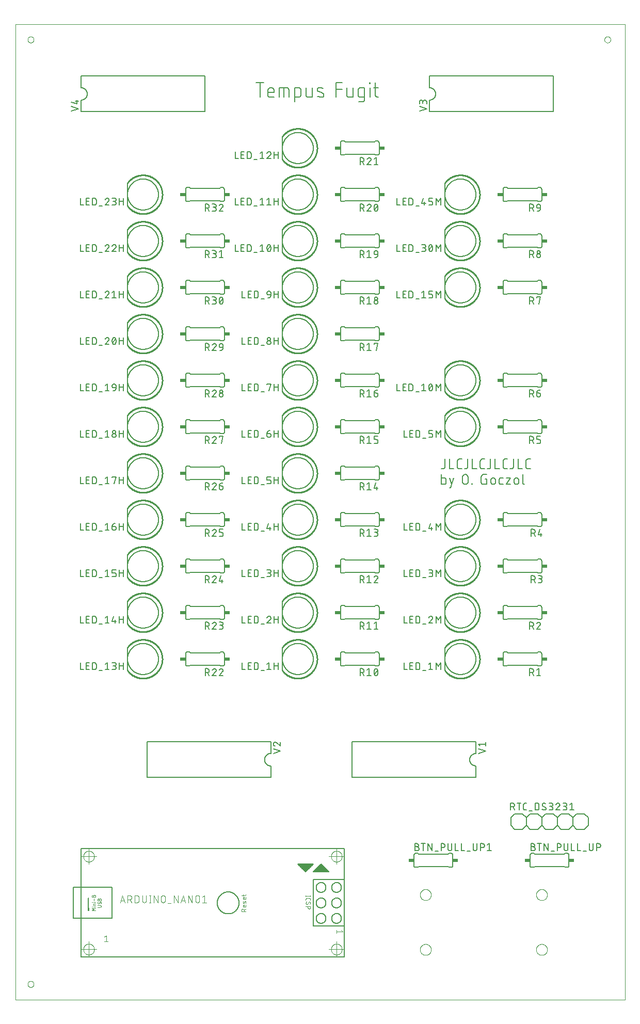
<source format=gto>
G75*
%MOIN*%
%OFA0B0*%
%FSLAX25Y25*%
%IPPOS*%
%LPD*%
%AMOC8*
5,1,8,0,0,1.08239X$1,22.5*
%
%ADD10C,0.00000*%
%ADD11C,0.00800*%
%ADD12C,0.00600*%
%ADD13C,0.00500*%
%ADD14C,0.00300*%
%ADD15C,0.00200*%
%ADD16C,0.00063*%
%ADD17C,0.00400*%
%ADD18R,0.03400X0.02400*%
%ADD19C,0.01000*%
D10*
X0001000Y0001000D02*
X0001000Y0630921D01*
X0394701Y0630921D01*
X0394701Y0001000D01*
X0001000Y0001000D01*
X0009031Y0011000D02*
X0009033Y0011088D01*
X0009039Y0011176D01*
X0009049Y0011264D01*
X0009063Y0011352D01*
X0009080Y0011438D01*
X0009102Y0011524D01*
X0009127Y0011608D01*
X0009157Y0011692D01*
X0009189Y0011774D01*
X0009226Y0011854D01*
X0009266Y0011933D01*
X0009310Y0012010D01*
X0009357Y0012085D01*
X0009407Y0012157D01*
X0009461Y0012228D01*
X0009517Y0012295D01*
X0009577Y0012361D01*
X0009639Y0012423D01*
X0009705Y0012483D01*
X0009772Y0012539D01*
X0009843Y0012593D01*
X0009915Y0012643D01*
X0009990Y0012690D01*
X0010067Y0012734D01*
X0010146Y0012774D01*
X0010226Y0012811D01*
X0010308Y0012843D01*
X0010392Y0012873D01*
X0010476Y0012898D01*
X0010562Y0012920D01*
X0010648Y0012937D01*
X0010736Y0012951D01*
X0010824Y0012961D01*
X0010912Y0012967D01*
X0011000Y0012969D01*
X0011088Y0012967D01*
X0011176Y0012961D01*
X0011264Y0012951D01*
X0011352Y0012937D01*
X0011438Y0012920D01*
X0011524Y0012898D01*
X0011608Y0012873D01*
X0011692Y0012843D01*
X0011774Y0012811D01*
X0011854Y0012774D01*
X0011933Y0012734D01*
X0012010Y0012690D01*
X0012085Y0012643D01*
X0012157Y0012593D01*
X0012228Y0012539D01*
X0012295Y0012483D01*
X0012361Y0012423D01*
X0012423Y0012361D01*
X0012483Y0012295D01*
X0012539Y0012228D01*
X0012593Y0012157D01*
X0012643Y0012085D01*
X0012690Y0012010D01*
X0012734Y0011933D01*
X0012774Y0011854D01*
X0012811Y0011774D01*
X0012843Y0011692D01*
X0012873Y0011608D01*
X0012898Y0011524D01*
X0012920Y0011438D01*
X0012937Y0011352D01*
X0012951Y0011264D01*
X0012961Y0011176D01*
X0012967Y0011088D01*
X0012969Y0011000D01*
X0012967Y0010912D01*
X0012961Y0010824D01*
X0012951Y0010736D01*
X0012937Y0010648D01*
X0012920Y0010562D01*
X0012898Y0010476D01*
X0012873Y0010392D01*
X0012843Y0010308D01*
X0012811Y0010226D01*
X0012774Y0010146D01*
X0012734Y0010067D01*
X0012690Y0009990D01*
X0012643Y0009915D01*
X0012593Y0009843D01*
X0012539Y0009772D01*
X0012483Y0009705D01*
X0012423Y0009639D01*
X0012361Y0009577D01*
X0012295Y0009517D01*
X0012228Y0009461D01*
X0012157Y0009407D01*
X0012085Y0009357D01*
X0012010Y0009310D01*
X0011933Y0009266D01*
X0011854Y0009226D01*
X0011774Y0009189D01*
X0011692Y0009157D01*
X0011608Y0009127D01*
X0011524Y0009102D01*
X0011438Y0009080D01*
X0011352Y0009063D01*
X0011264Y0009049D01*
X0011176Y0009039D01*
X0011088Y0009033D01*
X0011000Y0009031D01*
X0010912Y0009033D01*
X0010824Y0009039D01*
X0010736Y0009049D01*
X0010648Y0009063D01*
X0010562Y0009080D01*
X0010476Y0009102D01*
X0010392Y0009127D01*
X0010308Y0009157D01*
X0010226Y0009189D01*
X0010146Y0009226D01*
X0010067Y0009266D01*
X0009990Y0009310D01*
X0009915Y0009357D01*
X0009843Y0009407D01*
X0009772Y0009461D01*
X0009705Y0009517D01*
X0009639Y0009577D01*
X0009577Y0009639D01*
X0009517Y0009705D01*
X0009461Y0009772D01*
X0009407Y0009843D01*
X0009357Y0009915D01*
X0009310Y0009990D01*
X0009266Y0010067D01*
X0009226Y0010146D01*
X0009189Y0010226D01*
X0009157Y0010308D01*
X0009127Y0010392D01*
X0009102Y0010476D01*
X0009080Y0010562D01*
X0009063Y0010648D01*
X0009049Y0010736D01*
X0009039Y0010824D01*
X0009033Y0010912D01*
X0009031Y0011000D01*
X0045000Y0033500D02*
X0045002Y0033618D01*
X0045008Y0033736D01*
X0045018Y0033854D01*
X0045032Y0033971D01*
X0045050Y0034088D01*
X0045072Y0034205D01*
X0045097Y0034320D01*
X0045127Y0034434D01*
X0045161Y0034548D01*
X0045198Y0034660D01*
X0045239Y0034771D01*
X0045284Y0034880D01*
X0045332Y0034988D01*
X0045384Y0035094D01*
X0045440Y0035199D01*
X0045499Y0035301D01*
X0045561Y0035401D01*
X0045627Y0035499D01*
X0045696Y0035595D01*
X0045769Y0035689D01*
X0045844Y0035780D01*
X0045923Y0035868D01*
X0046004Y0035954D01*
X0046089Y0036037D01*
X0046176Y0036117D01*
X0046265Y0036194D01*
X0046358Y0036268D01*
X0046452Y0036338D01*
X0046549Y0036406D01*
X0046649Y0036470D01*
X0046750Y0036531D01*
X0046853Y0036588D01*
X0046959Y0036642D01*
X0047066Y0036693D01*
X0047174Y0036739D01*
X0047284Y0036782D01*
X0047396Y0036821D01*
X0047509Y0036857D01*
X0047623Y0036888D01*
X0047738Y0036916D01*
X0047853Y0036940D01*
X0047970Y0036960D01*
X0048087Y0036976D01*
X0048205Y0036988D01*
X0048323Y0036996D01*
X0048441Y0037000D01*
X0048559Y0037000D01*
X0048677Y0036996D01*
X0048795Y0036988D01*
X0048913Y0036976D01*
X0049030Y0036960D01*
X0049147Y0036940D01*
X0049262Y0036916D01*
X0049377Y0036888D01*
X0049491Y0036857D01*
X0049604Y0036821D01*
X0049716Y0036782D01*
X0049826Y0036739D01*
X0049934Y0036693D01*
X0050041Y0036642D01*
X0050147Y0036588D01*
X0050250Y0036531D01*
X0050351Y0036470D01*
X0050451Y0036406D01*
X0050548Y0036338D01*
X0050642Y0036268D01*
X0050735Y0036194D01*
X0050824Y0036117D01*
X0050911Y0036037D01*
X0050996Y0035954D01*
X0051077Y0035868D01*
X0051156Y0035780D01*
X0051231Y0035689D01*
X0051304Y0035595D01*
X0051373Y0035499D01*
X0051439Y0035401D01*
X0051501Y0035301D01*
X0051560Y0035199D01*
X0051616Y0035094D01*
X0051668Y0034988D01*
X0051716Y0034880D01*
X0051761Y0034771D01*
X0051802Y0034660D01*
X0051839Y0034548D01*
X0051873Y0034434D01*
X0051903Y0034320D01*
X0051928Y0034205D01*
X0051950Y0034088D01*
X0051968Y0033971D01*
X0051982Y0033854D01*
X0051992Y0033736D01*
X0051998Y0033618D01*
X0052000Y0033500D01*
X0051998Y0033382D01*
X0051992Y0033264D01*
X0051982Y0033146D01*
X0051968Y0033029D01*
X0051950Y0032912D01*
X0051928Y0032795D01*
X0051903Y0032680D01*
X0051873Y0032566D01*
X0051839Y0032452D01*
X0051802Y0032340D01*
X0051761Y0032229D01*
X0051716Y0032120D01*
X0051668Y0032012D01*
X0051616Y0031906D01*
X0051560Y0031801D01*
X0051501Y0031699D01*
X0051439Y0031599D01*
X0051373Y0031501D01*
X0051304Y0031405D01*
X0051231Y0031311D01*
X0051156Y0031220D01*
X0051077Y0031132D01*
X0050996Y0031046D01*
X0050911Y0030963D01*
X0050824Y0030883D01*
X0050735Y0030806D01*
X0050642Y0030732D01*
X0050548Y0030662D01*
X0050451Y0030594D01*
X0050351Y0030530D01*
X0050250Y0030469D01*
X0050147Y0030412D01*
X0050041Y0030358D01*
X0049934Y0030307D01*
X0049826Y0030261D01*
X0049716Y0030218D01*
X0049604Y0030179D01*
X0049491Y0030143D01*
X0049377Y0030112D01*
X0049262Y0030084D01*
X0049147Y0030060D01*
X0049030Y0030040D01*
X0048913Y0030024D01*
X0048795Y0030012D01*
X0048677Y0030004D01*
X0048559Y0030000D01*
X0048441Y0030000D01*
X0048323Y0030004D01*
X0048205Y0030012D01*
X0048087Y0030024D01*
X0047970Y0030040D01*
X0047853Y0030060D01*
X0047738Y0030084D01*
X0047623Y0030112D01*
X0047509Y0030143D01*
X0047396Y0030179D01*
X0047284Y0030218D01*
X0047174Y0030261D01*
X0047066Y0030307D01*
X0046959Y0030358D01*
X0046853Y0030412D01*
X0046750Y0030469D01*
X0046649Y0030530D01*
X0046549Y0030594D01*
X0046452Y0030662D01*
X0046358Y0030732D01*
X0046265Y0030806D01*
X0046176Y0030883D01*
X0046089Y0030963D01*
X0046004Y0031046D01*
X0045923Y0031132D01*
X0045844Y0031220D01*
X0045769Y0031311D01*
X0045696Y0031405D01*
X0045627Y0031501D01*
X0045561Y0031599D01*
X0045499Y0031699D01*
X0045440Y0031801D01*
X0045384Y0031906D01*
X0045332Y0032012D01*
X0045284Y0032120D01*
X0045239Y0032229D01*
X0045198Y0032340D01*
X0045161Y0032452D01*
X0045127Y0032566D01*
X0045097Y0032680D01*
X0045072Y0032795D01*
X0045050Y0032912D01*
X0045032Y0033029D01*
X0045018Y0033146D01*
X0045008Y0033264D01*
X0045002Y0033382D01*
X0045000Y0033500D01*
X0047700Y0058500D02*
X0047700Y0058611D01*
X0047700Y0058556D02*
X0047900Y0058556D01*
X0048000Y0058556D02*
X0048000Y0058500D01*
X0048200Y0058500D01*
X0048111Y0058500D02*
X0048111Y0058556D01*
X0048112Y0058556D02*
X0048110Y0058569D01*
X0048106Y0058582D01*
X0048098Y0058593D01*
X0048088Y0058602D01*
X0048076Y0058608D01*
X0048063Y0058612D01*
X0048049Y0058612D01*
X0048036Y0058608D01*
X0048024Y0058602D01*
X0048014Y0058593D01*
X0048006Y0058582D01*
X0048002Y0058569D01*
X0048000Y0058556D01*
X0048000Y0058676D02*
X0048167Y0058676D01*
X0048177Y0058678D01*
X0048186Y0058682D01*
X0048194Y0058690D01*
X0048198Y0058699D01*
X0048200Y0058709D01*
X0048167Y0058768D02*
X0048111Y0058768D01*
X0048133Y0058768D02*
X0048133Y0058857D01*
X0048111Y0058857D01*
X0048111Y0058856D02*
X0048099Y0058854D01*
X0048087Y0058849D01*
X0048078Y0058841D01*
X0048071Y0058830D01*
X0048067Y0058818D01*
X0048067Y0058806D01*
X0048071Y0058794D01*
X0048078Y0058783D01*
X0048087Y0058775D01*
X0048099Y0058770D01*
X0048111Y0058768D01*
X0048167Y0058768D02*
X0048177Y0058770D01*
X0048186Y0058774D01*
X0048194Y0058782D01*
X0048198Y0058791D01*
X0048200Y0058801D01*
X0048200Y0058857D01*
X0048200Y0058962D02*
X0048200Y0059012D01*
X0048100Y0059012D01*
X0048122Y0059012D02*
X0048122Y0058962D01*
X0048100Y0059012D02*
X0048090Y0059010D01*
X0048081Y0059006D01*
X0048073Y0058998D01*
X0048069Y0058989D01*
X0048067Y0058979D01*
X0048067Y0058934D01*
X0048122Y0058962D02*
X0048124Y0058951D01*
X0048128Y0058941D01*
X0048135Y0058933D01*
X0048145Y0058927D01*
X0048155Y0058923D01*
X0048167Y0058923D01*
X0048177Y0058927D01*
X0048187Y0058933D01*
X0048194Y0058941D01*
X0048198Y0058951D01*
X0048200Y0058962D01*
X0048067Y0059114D02*
X0048068Y0059131D01*
X0048072Y0059148D01*
X0048078Y0059164D01*
X0048066Y0059113D02*
X0048068Y0059104D01*
X0048072Y0059095D01*
X0048080Y0059088D01*
X0048089Y0059085D01*
X0048099Y0059084D01*
X0048109Y0059087D01*
X0048117Y0059094D01*
X0048122Y0059102D01*
X0048144Y0059158D01*
X0048149Y0059166D01*
X0048157Y0059172D01*
X0048167Y0059176D01*
X0048177Y0059175D01*
X0048186Y0059172D01*
X0048194Y0059165D01*
X0048198Y0059156D01*
X0048200Y0059147D01*
X0048167Y0059242D02*
X0048111Y0059242D01*
X0048133Y0059242D02*
X0048133Y0059331D01*
X0048111Y0059331D01*
X0048111Y0059330D02*
X0048099Y0059328D01*
X0048087Y0059323D01*
X0048078Y0059315D01*
X0048071Y0059304D01*
X0048067Y0059292D01*
X0048067Y0059280D01*
X0048071Y0059268D01*
X0048078Y0059257D01*
X0048087Y0059249D01*
X0048099Y0059244D01*
X0048111Y0059242D01*
X0048167Y0059242D02*
X0048177Y0059244D01*
X0048186Y0059248D01*
X0048194Y0059256D01*
X0048198Y0059265D01*
X0048200Y0059275D01*
X0048200Y0059331D01*
X0048489Y0059321D02*
X0048495Y0059341D01*
X0048499Y0059361D01*
X0048500Y0059382D01*
X0048500Y0059383D02*
X0048498Y0059392D01*
X0048494Y0059401D01*
X0048486Y0059408D01*
X0048477Y0059411D01*
X0048467Y0059412D01*
X0048457Y0059408D01*
X0048449Y0059402D01*
X0048444Y0059394D01*
X0048444Y0059393D02*
X0048422Y0059338D01*
X0048422Y0059337D02*
X0048417Y0059329D01*
X0048409Y0059322D01*
X0048399Y0059319D01*
X0048389Y0059320D01*
X0048380Y0059323D01*
X0048372Y0059330D01*
X0048368Y0059339D01*
X0048366Y0059348D01*
X0048367Y0059261D02*
X0048433Y0059172D01*
X0048406Y0059211D02*
X0048500Y0059261D01*
X0048367Y0059349D02*
X0048368Y0059366D01*
X0048372Y0059383D01*
X0048378Y0059399D01*
X0048367Y0059567D02*
X0048500Y0059611D01*
X0048567Y0059589D02*
X0048367Y0059656D01*
X0048411Y0059717D02*
X0048456Y0059717D01*
X0048468Y0059719D01*
X0048480Y0059724D01*
X0048489Y0059732D01*
X0048496Y0059743D01*
X0048500Y0059755D01*
X0048500Y0059767D01*
X0048496Y0059779D01*
X0048489Y0059790D01*
X0048480Y0059798D01*
X0048468Y0059803D01*
X0048456Y0059805D01*
X0048456Y0059806D02*
X0048411Y0059806D01*
X0048411Y0059805D02*
X0048399Y0059803D01*
X0048387Y0059798D01*
X0048378Y0059790D01*
X0048371Y0059779D01*
X0048367Y0059767D01*
X0048367Y0059755D01*
X0048371Y0059743D01*
X0048378Y0059732D01*
X0048387Y0059724D01*
X0048399Y0059719D01*
X0048411Y0059717D01*
X0048267Y0059782D02*
X0048067Y0059782D01*
X0048067Y0059838D01*
X0048069Y0059848D01*
X0048073Y0059857D01*
X0048081Y0059865D01*
X0048090Y0059869D01*
X0048100Y0059871D01*
X0048167Y0059871D01*
X0048177Y0059869D01*
X0048186Y0059865D01*
X0048194Y0059857D01*
X0048198Y0059848D01*
X0048200Y0059838D01*
X0048200Y0059782D01*
X0048200Y0059709D02*
X0048200Y0059653D01*
X0048198Y0059643D01*
X0048194Y0059634D01*
X0048186Y0059626D01*
X0048177Y0059622D01*
X0048167Y0059620D01*
X0048111Y0059620D01*
X0048133Y0059620D02*
X0048133Y0059709D01*
X0048111Y0059709D01*
X0048111Y0059708D02*
X0048099Y0059706D01*
X0048087Y0059701D01*
X0048078Y0059693D01*
X0048071Y0059682D01*
X0048067Y0059670D01*
X0048067Y0059658D01*
X0048071Y0059646D01*
X0048078Y0059635D01*
X0048087Y0059627D01*
X0048099Y0059622D01*
X0048111Y0059620D01*
X0048089Y0059567D02*
X0048067Y0059567D01*
X0048067Y0059500D01*
X0048200Y0059500D01*
X0047900Y0059496D02*
X0047767Y0059496D01*
X0047767Y0059562D01*
X0047789Y0059562D01*
X0047767Y0059626D02*
X0047767Y0059670D01*
X0047769Y0059680D01*
X0047773Y0059689D01*
X0047781Y0059697D01*
X0047790Y0059701D01*
X0047800Y0059703D01*
X0047900Y0059703D01*
X0047900Y0059653D01*
X0047898Y0059642D01*
X0047894Y0059632D01*
X0047887Y0059624D01*
X0047877Y0059618D01*
X0047867Y0059614D01*
X0047855Y0059614D01*
X0047845Y0059618D01*
X0047835Y0059624D01*
X0047828Y0059632D01*
X0047824Y0059642D01*
X0047822Y0059653D01*
X0047822Y0059703D01*
X0047767Y0059784D02*
X0047767Y0059850D01*
X0047789Y0059850D01*
X0047767Y0059897D02*
X0047900Y0059941D01*
X0047967Y0059919D02*
X0047767Y0059986D01*
X0047767Y0060139D02*
X0047900Y0060172D01*
X0047811Y0060205D01*
X0047900Y0060239D01*
X0047767Y0060272D01*
X0047767Y0060346D02*
X0047767Y0060390D01*
X0047769Y0060400D01*
X0047773Y0060409D01*
X0047781Y0060417D01*
X0047790Y0060421D01*
X0047800Y0060423D01*
X0047900Y0060423D01*
X0047900Y0060373D01*
X0047898Y0060362D01*
X0047894Y0060352D01*
X0047887Y0060344D01*
X0047877Y0060338D01*
X0047867Y0060334D01*
X0047855Y0060334D01*
X0047845Y0060338D01*
X0047835Y0060344D01*
X0047828Y0060352D01*
X0047824Y0060362D01*
X0047822Y0060373D01*
X0047822Y0060423D01*
X0047822Y0060514D02*
X0047844Y0060569D01*
X0047849Y0060577D01*
X0047857Y0060583D01*
X0047867Y0060587D01*
X0047877Y0060586D01*
X0047886Y0060583D01*
X0047894Y0060576D01*
X0047898Y0060567D01*
X0047900Y0060558D01*
X0047778Y0060575D02*
X0047772Y0060559D01*
X0047768Y0060542D01*
X0047767Y0060525D01*
X0047766Y0060524D02*
X0047768Y0060515D01*
X0047772Y0060506D01*
X0047780Y0060499D01*
X0047789Y0060496D01*
X0047799Y0060495D01*
X0047809Y0060498D01*
X0047817Y0060505D01*
X0047822Y0060513D01*
X0047889Y0060497D02*
X0047895Y0060517D01*
X0047899Y0060537D01*
X0047900Y0060558D01*
X0048067Y0060598D02*
X0048067Y0060653D01*
X0048069Y0060663D01*
X0048073Y0060672D01*
X0048081Y0060680D01*
X0048090Y0060684D01*
X0048100Y0060686D01*
X0048100Y0060687D02*
X0048200Y0060687D01*
X0048200Y0060598D02*
X0048067Y0060598D01*
X0048100Y0060518D02*
X0048200Y0060518D01*
X0048200Y0060468D01*
X0048198Y0060457D01*
X0048194Y0060447D01*
X0048187Y0060439D01*
X0048177Y0060433D01*
X0048167Y0060429D01*
X0048155Y0060429D01*
X0048145Y0060433D01*
X0048135Y0060439D01*
X0048128Y0060447D01*
X0048124Y0060457D01*
X0048122Y0060468D01*
X0048122Y0060518D01*
X0048100Y0060518D02*
X0048090Y0060516D01*
X0048081Y0060512D01*
X0048073Y0060504D01*
X0048069Y0060495D01*
X0048067Y0060485D01*
X0048067Y0060440D01*
X0048067Y0060273D02*
X0048067Y0060206D01*
X0048067Y0060167D02*
X0048089Y0060167D01*
X0048067Y0060167D02*
X0048067Y0060100D01*
X0048200Y0060100D01*
X0048156Y0060027D02*
X0048111Y0060027D01*
X0048111Y0060026D02*
X0048099Y0060024D01*
X0048087Y0060019D01*
X0048078Y0060011D01*
X0048071Y0060000D01*
X0048067Y0059988D01*
X0048067Y0059976D01*
X0048071Y0059964D01*
X0048078Y0059953D01*
X0048087Y0059945D01*
X0048099Y0059940D01*
X0048111Y0059938D01*
X0048156Y0059938D01*
X0048168Y0059940D01*
X0048180Y0059945D01*
X0048189Y0059953D01*
X0048196Y0059964D01*
X0048200Y0059976D01*
X0048200Y0059988D01*
X0048196Y0060000D01*
X0048189Y0060011D01*
X0048180Y0060019D01*
X0048168Y0060024D01*
X0048156Y0060026D01*
X0048300Y0060043D02*
X0048433Y0060043D01*
X0048489Y0060038D02*
X0048489Y0060049D01*
X0048500Y0060049D01*
X0048500Y0060038D01*
X0048489Y0060038D01*
X0048500Y0059968D02*
X0048367Y0059968D01*
X0048367Y0059879D02*
X0048467Y0059879D01*
X0048477Y0059881D01*
X0048486Y0059885D01*
X0048494Y0059893D01*
X0048498Y0059902D01*
X0048500Y0059912D01*
X0048500Y0059968D01*
X0048500Y0060110D02*
X0048500Y0060121D01*
X0048489Y0060121D01*
X0048489Y0060110D01*
X0048500Y0060110D01*
X0048433Y0060115D02*
X0048300Y0060115D01*
X0048300Y0060187D02*
X0048433Y0060187D01*
X0048489Y0060182D02*
X0048489Y0060193D01*
X0048500Y0060193D01*
X0048500Y0060182D01*
X0048489Y0060182D01*
X0048200Y0060262D02*
X0048200Y0060273D01*
X0048200Y0060262D02*
X0048198Y0060252D01*
X0048194Y0060243D01*
X0048186Y0060235D01*
X0048177Y0060231D01*
X0048167Y0060229D01*
X0048167Y0060228D02*
X0048000Y0060228D01*
X0047967Y0059919D02*
X0047967Y0059897D01*
X0047900Y0059784D02*
X0047767Y0059784D01*
X0047800Y0059422D02*
X0047867Y0059422D01*
X0047877Y0059420D01*
X0047886Y0059416D01*
X0047894Y0059408D01*
X0047898Y0059399D01*
X0047900Y0059389D01*
X0047900Y0059333D01*
X0047700Y0059333D01*
X0047767Y0059333D02*
X0047767Y0059389D01*
X0047769Y0059399D01*
X0047773Y0059408D01*
X0047781Y0059416D01*
X0047790Y0059420D01*
X0047800Y0059422D01*
X0047767Y0059257D02*
X0047900Y0059257D01*
X0047900Y0059197D02*
X0047898Y0059187D01*
X0047894Y0059178D01*
X0047886Y0059170D01*
X0047877Y0059166D01*
X0047867Y0059164D01*
X0047867Y0059163D02*
X0047700Y0059163D01*
X0047700Y0059252D02*
X0047700Y0059263D01*
X0047711Y0059263D01*
X0047711Y0059252D01*
X0047700Y0059252D01*
X0047900Y0058968D02*
X0047899Y0058947D01*
X0047895Y0058927D01*
X0047889Y0058907D01*
X0047767Y0058935D02*
X0047768Y0058952D01*
X0047772Y0058969D01*
X0047778Y0058985D01*
X0047766Y0058934D02*
X0047768Y0058925D01*
X0047772Y0058916D01*
X0047780Y0058909D01*
X0047789Y0058906D01*
X0047799Y0058905D01*
X0047809Y0058908D01*
X0047817Y0058915D01*
X0047822Y0058923D01*
X0047822Y0058924D02*
X0047844Y0058979D01*
X0047844Y0058980D02*
X0047849Y0058988D01*
X0047857Y0058994D01*
X0047867Y0058998D01*
X0047877Y0058997D01*
X0047886Y0058994D01*
X0047894Y0058987D01*
X0047898Y0058978D01*
X0047900Y0058969D01*
X0047900Y0058838D02*
X0047767Y0058838D01*
X0047711Y0058843D02*
X0047711Y0058832D01*
X0047700Y0058832D01*
X0047700Y0058843D01*
X0047711Y0058843D01*
X0047800Y0058762D02*
X0047900Y0058762D01*
X0047900Y0058673D02*
X0047700Y0058673D01*
X0047767Y0058673D02*
X0047767Y0058729D01*
X0047769Y0058739D01*
X0047773Y0058748D01*
X0047781Y0058756D01*
X0047790Y0058760D01*
X0047800Y0058762D01*
X0048189Y0059086D02*
X0048195Y0059106D01*
X0048199Y0059126D01*
X0048200Y0059147D01*
X0048300Y0059172D02*
X0048500Y0059172D01*
X0048500Y0059092D02*
X0048400Y0059092D01*
X0048390Y0059090D01*
X0048381Y0059086D01*
X0048373Y0059078D01*
X0048369Y0059069D01*
X0048367Y0059059D01*
X0048367Y0059003D01*
X0048500Y0059003D01*
X0048500Y0058924D02*
X0048400Y0058924D01*
X0048422Y0058924D02*
X0048422Y0058874D01*
X0048400Y0058923D02*
X0048390Y0058921D01*
X0048381Y0058917D01*
X0048373Y0058909D01*
X0048369Y0058900D01*
X0048367Y0058890D01*
X0048367Y0058846D01*
X0048400Y0058762D02*
X0048500Y0058762D01*
X0048500Y0058673D02*
X0048300Y0058673D01*
X0048300Y0058611D02*
X0048300Y0058500D01*
X0048300Y0058556D02*
X0048500Y0058556D01*
X0048367Y0058673D02*
X0048367Y0058729D01*
X0048369Y0058739D01*
X0048373Y0058748D01*
X0048381Y0058756D01*
X0048390Y0058760D01*
X0048400Y0058762D01*
X0048422Y0058874D02*
X0048424Y0058863D01*
X0048428Y0058853D01*
X0048435Y0058845D01*
X0048445Y0058839D01*
X0048455Y0058835D01*
X0048467Y0058835D01*
X0048477Y0058839D01*
X0048487Y0058845D01*
X0048494Y0058853D01*
X0048498Y0058863D01*
X0048500Y0058874D01*
X0048500Y0058924D01*
X0048567Y0059567D02*
X0048567Y0059589D01*
X0048267Y0060754D02*
X0048267Y0060776D01*
X0048067Y0060843D01*
X0048067Y0060754D02*
X0048200Y0060798D01*
X0048167Y0061000D02*
X0048111Y0061000D01*
X0048133Y0061000D02*
X0048133Y0061089D01*
X0048111Y0061089D01*
X0048111Y0061088D02*
X0048099Y0061086D01*
X0048087Y0061081D01*
X0048078Y0061073D01*
X0048071Y0061062D01*
X0048067Y0061050D01*
X0048067Y0061038D01*
X0048071Y0061026D01*
X0048078Y0061015D01*
X0048087Y0061007D01*
X0048099Y0061002D01*
X0048111Y0061000D01*
X0048167Y0061000D02*
X0048177Y0061002D01*
X0048186Y0061006D01*
X0048194Y0061014D01*
X0048198Y0061023D01*
X0048200Y0061033D01*
X0048200Y0061089D01*
X0048200Y0061162D02*
X0048067Y0061162D01*
X0048067Y0061229D01*
X0048089Y0061229D01*
X0048067Y0061288D02*
X0048067Y0061355D01*
X0048089Y0061355D01*
X0048111Y0061408D02*
X0048156Y0061408D01*
X0048168Y0061410D01*
X0048180Y0061415D01*
X0048189Y0061423D01*
X0048196Y0061434D01*
X0048200Y0061446D01*
X0048200Y0061458D01*
X0048196Y0061470D01*
X0048189Y0061481D01*
X0048180Y0061489D01*
X0048168Y0061494D01*
X0048156Y0061496D01*
X0048156Y0061497D02*
X0048111Y0061497D01*
X0048111Y0061496D02*
X0048099Y0061494D01*
X0048087Y0061489D01*
X0048078Y0061481D01*
X0048071Y0061470D01*
X0048067Y0061458D01*
X0048067Y0061446D01*
X0048071Y0061434D01*
X0048078Y0061423D01*
X0048087Y0061415D01*
X0048099Y0061410D01*
X0048111Y0061408D01*
X0048067Y0061288D02*
X0048200Y0061288D01*
X0048200Y0061570D02*
X0048067Y0061570D01*
X0048067Y0061637D01*
X0048089Y0061637D01*
X0048122Y0061706D02*
X0048144Y0061762D01*
X0048149Y0061770D01*
X0048157Y0061776D01*
X0048167Y0061780D01*
X0048177Y0061779D01*
X0048186Y0061776D01*
X0048194Y0061769D01*
X0048198Y0061760D01*
X0048200Y0061751D01*
X0048078Y0061768D02*
X0048072Y0061752D01*
X0048068Y0061735D01*
X0048067Y0061718D01*
X0048066Y0061717D02*
X0048068Y0061708D01*
X0048072Y0061699D01*
X0048080Y0061692D01*
X0048089Y0061689D01*
X0048099Y0061688D01*
X0048109Y0061691D01*
X0048117Y0061698D01*
X0048122Y0061706D01*
X0048189Y0061690D02*
X0048195Y0061710D01*
X0048199Y0061730D01*
X0048200Y0061751D01*
X0048156Y0061942D02*
X0048111Y0061942D01*
X0048099Y0061944D01*
X0048087Y0061949D01*
X0048078Y0061957D01*
X0048071Y0061968D01*
X0048067Y0061980D01*
X0048067Y0061992D01*
X0048071Y0062004D01*
X0048078Y0062015D01*
X0048087Y0062023D01*
X0048099Y0062028D01*
X0048111Y0062030D01*
X0048111Y0062031D02*
X0048156Y0062031D01*
X0048156Y0062030D02*
X0048168Y0062028D01*
X0048180Y0062023D01*
X0048189Y0062015D01*
X0048196Y0062004D01*
X0048200Y0061992D01*
X0048200Y0061980D01*
X0048196Y0061968D01*
X0048189Y0061957D01*
X0048180Y0061949D01*
X0048168Y0061944D01*
X0048156Y0061942D01*
X0048200Y0062104D02*
X0048067Y0062104D01*
X0048067Y0062171D01*
X0048089Y0062171D01*
X0048122Y0062336D02*
X0048144Y0062392D01*
X0048149Y0062400D01*
X0048157Y0062406D01*
X0048167Y0062410D01*
X0048177Y0062409D01*
X0048186Y0062406D01*
X0048194Y0062399D01*
X0048198Y0062390D01*
X0048200Y0062381D01*
X0048078Y0062398D02*
X0048072Y0062382D01*
X0048068Y0062365D01*
X0048067Y0062348D01*
X0048066Y0062347D02*
X0048068Y0062338D01*
X0048072Y0062329D01*
X0048080Y0062322D01*
X0048089Y0062319D01*
X0048099Y0062318D01*
X0048109Y0062321D01*
X0048117Y0062328D01*
X0048122Y0062336D01*
X0048189Y0062319D02*
X0048195Y0062339D01*
X0048199Y0062359D01*
X0048200Y0062380D01*
X0048167Y0062482D02*
X0048067Y0062482D01*
X0048067Y0062570D02*
X0048200Y0062570D01*
X0048200Y0062515D01*
X0048198Y0062505D01*
X0048194Y0062496D01*
X0048186Y0062488D01*
X0048177Y0062484D01*
X0048167Y0062482D01*
X0048167Y0062643D02*
X0048100Y0062643D01*
X0048090Y0062645D01*
X0048081Y0062649D01*
X0048073Y0062657D01*
X0048069Y0062666D01*
X0048067Y0062676D01*
X0048067Y0062732D01*
X0048233Y0062732D01*
X0048200Y0062732D02*
X0048200Y0062676D01*
X0048198Y0062666D01*
X0048194Y0062657D01*
X0048186Y0062649D01*
X0048177Y0062645D01*
X0048167Y0062643D01*
X0048233Y0062732D02*
X0048243Y0062730D01*
X0048252Y0062726D01*
X0048260Y0062718D01*
X0048264Y0062709D01*
X0048266Y0062699D01*
X0048267Y0062699D02*
X0048267Y0062654D01*
X0048267Y0062816D02*
X0048267Y0062861D01*
X0048266Y0062861D02*
X0048264Y0062871D01*
X0048260Y0062880D01*
X0048252Y0062888D01*
X0048243Y0062892D01*
X0048233Y0062894D01*
X0048067Y0062894D01*
X0048067Y0062838D01*
X0048069Y0062828D01*
X0048073Y0062819D01*
X0048081Y0062811D01*
X0048090Y0062807D01*
X0048100Y0062805D01*
X0048167Y0062805D01*
X0048177Y0062807D01*
X0048186Y0062811D01*
X0048194Y0062819D01*
X0048198Y0062828D01*
X0048200Y0062838D01*
X0048200Y0062894D01*
X0048167Y0062968D02*
X0048111Y0062968D01*
X0048133Y0062968D02*
X0048133Y0063056D01*
X0048111Y0063056D01*
X0048099Y0063054D01*
X0048087Y0063049D01*
X0048078Y0063041D01*
X0048071Y0063030D01*
X0048067Y0063018D01*
X0048067Y0063006D01*
X0048071Y0062994D01*
X0048078Y0062983D01*
X0048087Y0062975D01*
X0048099Y0062970D01*
X0048111Y0062968D01*
X0048167Y0062968D02*
X0048177Y0062970D01*
X0048186Y0062974D01*
X0048194Y0062982D01*
X0048198Y0062991D01*
X0048200Y0063001D01*
X0048200Y0063056D01*
X0048067Y0063152D02*
X0048068Y0063169D01*
X0048072Y0063186D01*
X0048078Y0063202D01*
X0048066Y0063151D02*
X0048068Y0063142D01*
X0048072Y0063133D01*
X0048080Y0063126D01*
X0048089Y0063123D01*
X0048099Y0063122D01*
X0048109Y0063125D01*
X0048117Y0063132D01*
X0048122Y0063140D01*
X0048144Y0063196D01*
X0048149Y0063204D01*
X0048157Y0063210D01*
X0048167Y0063214D01*
X0048177Y0063213D01*
X0048186Y0063210D01*
X0048194Y0063203D01*
X0048198Y0063194D01*
X0048200Y0063185D01*
X0048167Y0063288D02*
X0048000Y0063288D01*
X0048067Y0063266D02*
X0048067Y0063333D01*
X0048067Y0063396D02*
X0048200Y0063396D01*
X0048200Y0063333D02*
X0048200Y0063322D01*
X0048200Y0063321D02*
X0048198Y0063311D01*
X0048194Y0063302D01*
X0048186Y0063294D01*
X0048177Y0063290D01*
X0048167Y0063288D01*
X0048156Y0063466D02*
X0048111Y0063466D01*
X0048099Y0063468D01*
X0048087Y0063473D01*
X0048078Y0063481D01*
X0048071Y0063492D01*
X0048067Y0063504D01*
X0048067Y0063516D01*
X0048071Y0063528D01*
X0048078Y0063539D01*
X0048087Y0063547D01*
X0048099Y0063552D01*
X0048111Y0063554D01*
X0048156Y0063554D01*
X0048168Y0063552D01*
X0048180Y0063547D01*
X0048189Y0063539D01*
X0048196Y0063528D01*
X0048200Y0063516D01*
X0048200Y0063504D01*
X0048196Y0063492D01*
X0048189Y0063481D01*
X0048180Y0063473D01*
X0048168Y0063468D01*
X0048156Y0063466D01*
X0048011Y0063402D02*
X0048011Y0063390D01*
X0048000Y0063390D01*
X0048000Y0063402D01*
X0048011Y0063402D01*
X0047900Y0063440D02*
X0047900Y0063485D01*
X0047900Y0063440D02*
X0047898Y0063430D01*
X0047894Y0063421D01*
X0047886Y0063413D01*
X0047877Y0063409D01*
X0047867Y0063407D01*
X0047800Y0063407D01*
X0047790Y0063409D01*
X0047781Y0063413D01*
X0047773Y0063421D01*
X0047769Y0063430D01*
X0047767Y0063440D01*
X0047767Y0063485D01*
X0047811Y0063545D02*
X0047856Y0063545D01*
X0047868Y0063547D01*
X0047880Y0063552D01*
X0047889Y0063560D01*
X0047896Y0063571D01*
X0047900Y0063583D01*
X0047900Y0063595D01*
X0047896Y0063607D01*
X0047889Y0063618D01*
X0047880Y0063626D01*
X0047868Y0063631D01*
X0047856Y0063633D01*
X0047856Y0063634D02*
X0047811Y0063634D01*
X0047811Y0063633D02*
X0047799Y0063631D01*
X0047787Y0063626D01*
X0047778Y0063618D01*
X0047771Y0063607D01*
X0047767Y0063595D01*
X0047767Y0063583D01*
X0047771Y0063571D01*
X0047778Y0063560D01*
X0047787Y0063552D01*
X0047799Y0063547D01*
X0047811Y0063545D01*
X0047822Y0063703D02*
X0047822Y0063836D01*
X0047900Y0063912D02*
X0047900Y0064001D01*
X0047867Y0064067D02*
X0047767Y0064067D01*
X0047767Y0064156D02*
X0047900Y0064156D01*
X0047900Y0064100D01*
X0047898Y0064090D01*
X0047894Y0064081D01*
X0047886Y0064073D01*
X0047877Y0064069D01*
X0047867Y0064067D01*
X0048000Y0064050D02*
X0048167Y0064050D01*
X0048177Y0064052D01*
X0048186Y0064056D01*
X0048194Y0064064D01*
X0048198Y0064073D01*
X0048200Y0064083D01*
X0048200Y0064095D01*
X0048156Y0064155D02*
X0048111Y0064155D01*
X0048111Y0064156D02*
X0048099Y0064158D01*
X0048087Y0064163D01*
X0048078Y0064171D01*
X0048071Y0064182D01*
X0048067Y0064194D01*
X0048067Y0064206D01*
X0048071Y0064218D01*
X0048078Y0064229D01*
X0048087Y0064237D01*
X0048099Y0064242D01*
X0048111Y0064244D01*
X0048156Y0064244D01*
X0048168Y0064242D01*
X0048180Y0064237D01*
X0048189Y0064229D01*
X0048196Y0064218D01*
X0048200Y0064206D01*
X0048200Y0064194D01*
X0048196Y0064182D01*
X0048189Y0064171D01*
X0048180Y0064163D01*
X0048168Y0064158D01*
X0048156Y0064156D01*
X0048067Y0064095D02*
X0048067Y0064028D01*
X0048200Y0063850D02*
X0048199Y0063829D01*
X0048195Y0063809D01*
X0048189Y0063789D01*
X0048067Y0063818D02*
X0048068Y0063835D01*
X0048072Y0063852D01*
X0048078Y0063868D01*
X0048066Y0063817D02*
X0048068Y0063808D01*
X0048072Y0063799D01*
X0048080Y0063792D01*
X0048089Y0063789D01*
X0048099Y0063788D01*
X0048109Y0063791D01*
X0048117Y0063798D01*
X0048122Y0063806D01*
X0048144Y0063862D01*
X0048149Y0063870D01*
X0048157Y0063876D01*
X0048167Y0063880D01*
X0048177Y0063879D01*
X0048186Y0063876D01*
X0048194Y0063869D01*
X0048198Y0063860D01*
X0048200Y0063851D01*
X0048200Y0063716D02*
X0048100Y0063716D01*
X0048090Y0063714D01*
X0048081Y0063710D01*
X0048073Y0063702D01*
X0048069Y0063693D01*
X0048067Y0063683D01*
X0048067Y0063628D01*
X0048200Y0063628D01*
X0047900Y0063912D02*
X0047700Y0063912D01*
X0047700Y0064226D02*
X0047700Y0064237D01*
X0047711Y0064237D01*
X0047711Y0064226D01*
X0047700Y0064226D01*
X0047767Y0064231D02*
X0047900Y0064231D01*
X0047767Y0064329D02*
X0047768Y0064346D01*
X0047772Y0064363D01*
X0047778Y0064379D01*
X0047766Y0064328D02*
X0047768Y0064319D01*
X0047772Y0064310D01*
X0047780Y0064303D01*
X0047789Y0064300D01*
X0047799Y0064299D01*
X0047809Y0064302D01*
X0047817Y0064309D01*
X0047822Y0064317D01*
X0047844Y0064373D01*
X0047849Y0064381D01*
X0047857Y0064387D01*
X0047867Y0064391D01*
X0047877Y0064390D01*
X0047886Y0064387D01*
X0047894Y0064380D01*
X0047898Y0064371D01*
X0047900Y0064362D01*
X0048000Y0064481D02*
X0048094Y0064548D01*
X0048200Y0064548D01*
X0048094Y0064548D02*
X0048000Y0064615D01*
X0048000Y0064661D02*
X0048200Y0064728D01*
X0048000Y0064795D01*
X0048044Y0064852D02*
X0048000Y0064908D01*
X0048200Y0064908D01*
X0048200Y0064963D02*
X0048200Y0064852D01*
X0048200Y0065038D02*
X0048000Y0065038D01*
X0048089Y0065038D02*
X0048089Y0065149D01*
X0048000Y0065149D02*
X0048200Y0065149D01*
X0048200Y0065213D02*
X0048000Y0065347D01*
X0048056Y0065413D02*
X0048150Y0065413D01*
X0048133Y0065469D02*
X0048067Y0065469D01*
X0048057Y0065471D01*
X0048048Y0065475D01*
X0048040Y0065483D01*
X0048036Y0065492D01*
X0048034Y0065502D01*
X0048033Y0065502D02*
X0048033Y0065535D01*
X0048139Y0065535D01*
X0048149Y0065537D01*
X0048157Y0065542D01*
X0048163Y0065549D01*
X0048167Y0065558D01*
X0048167Y0065568D01*
X0048163Y0065577D01*
X0048157Y0065584D01*
X0048149Y0065589D01*
X0048139Y0065591D01*
X0048056Y0065591D01*
X0048044Y0065668D02*
X0048156Y0065668D01*
X0048167Y0065669D01*
X0048178Y0065674D01*
X0048187Y0065681D01*
X0048194Y0065690D01*
X0048199Y0065701D01*
X0048200Y0065712D01*
X0048200Y0065757D01*
X0048200Y0065807D02*
X0048000Y0065874D01*
X0048200Y0065941D01*
X0048150Y0065924D02*
X0048150Y0065824D01*
X0048000Y0065713D02*
X0048002Y0065702D01*
X0048006Y0065691D01*
X0048013Y0065682D01*
X0048022Y0065675D01*
X0048033Y0065670D01*
X0048044Y0065669D01*
X0048000Y0065712D02*
X0048000Y0065757D01*
X0047900Y0065875D02*
X0047700Y0065875D01*
X0047700Y0065820D02*
X0047700Y0065931D01*
X0047756Y0065988D02*
X0047844Y0065988D01*
X0047844Y0065987D02*
X0047857Y0065989D01*
X0047870Y0065993D01*
X0047881Y0066001D01*
X0047890Y0066011D01*
X0047896Y0066023D01*
X0047900Y0066036D01*
X0047900Y0066050D01*
X0047896Y0066063D01*
X0047890Y0066075D01*
X0047881Y0066085D01*
X0047870Y0066093D01*
X0047857Y0066097D01*
X0047844Y0066099D01*
X0047756Y0066099D01*
X0047743Y0066097D01*
X0047730Y0066093D01*
X0047719Y0066085D01*
X0047710Y0066075D01*
X0047704Y0066063D01*
X0047700Y0066050D01*
X0047700Y0066036D01*
X0047704Y0066023D01*
X0047710Y0066011D01*
X0047719Y0066001D01*
X0047730Y0065993D01*
X0047743Y0065989D01*
X0047756Y0065987D01*
X0047700Y0066156D02*
X0047900Y0066223D01*
X0047700Y0066290D01*
X0047700Y0066403D02*
X0047900Y0066470D01*
X0047850Y0066453D02*
X0047850Y0066353D01*
X0047900Y0066336D02*
X0047700Y0066403D01*
X0047700Y0066534D02*
X0047700Y0066590D01*
X0047702Y0066603D01*
X0047706Y0066616D01*
X0047714Y0066627D01*
X0047724Y0066636D01*
X0047736Y0066642D01*
X0047749Y0066646D01*
X0047763Y0066646D01*
X0047776Y0066642D01*
X0047788Y0066636D01*
X0047798Y0066627D01*
X0047806Y0066616D01*
X0047810Y0066603D01*
X0047812Y0066590D01*
X0047811Y0066590D02*
X0047811Y0066534D01*
X0047811Y0066601D02*
X0047900Y0066645D01*
X0047900Y0066710D02*
X0047900Y0066721D01*
X0047889Y0066721D01*
X0047889Y0066710D01*
X0047900Y0066710D01*
X0048000Y0066715D02*
X0048200Y0066715D01*
X0048000Y0066604D01*
X0048200Y0066604D01*
X0048200Y0066533D02*
X0048200Y0066522D01*
X0048189Y0066522D01*
X0048189Y0066533D01*
X0048200Y0066533D01*
X0048200Y0066402D02*
X0048000Y0066468D01*
X0047900Y0066534D02*
X0047700Y0066534D01*
X0048000Y0066335D02*
X0048200Y0066402D01*
X0048200Y0066234D02*
X0048000Y0066234D01*
X0048000Y0066289D02*
X0048000Y0066178D01*
X0048000Y0066115D02*
X0048200Y0066115D01*
X0048000Y0066004D01*
X0048200Y0066004D01*
X0047844Y0065667D02*
X0047756Y0065667D01*
X0047743Y0065665D01*
X0047730Y0065661D01*
X0047719Y0065653D01*
X0047710Y0065643D01*
X0047704Y0065631D01*
X0047700Y0065618D01*
X0047700Y0065604D01*
X0047704Y0065591D01*
X0047710Y0065579D01*
X0047719Y0065569D01*
X0047730Y0065561D01*
X0047743Y0065557D01*
X0047756Y0065555D01*
X0047756Y0065556D02*
X0047844Y0065556D01*
X0047844Y0065555D02*
X0047857Y0065557D01*
X0047870Y0065561D01*
X0047881Y0065569D01*
X0047890Y0065579D01*
X0047896Y0065591D01*
X0047900Y0065604D01*
X0047900Y0065618D01*
X0047896Y0065631D01*
X0047890Y0065643D01*
X0047881Y0065653D01*
X0047870Y0065661D01*
X0047857Y0065665D01*
X0047844Y0065667D01*
X0047844Y0065481D02*
X0047756Y0065481D01*
X0047744Y0065480D01*
X0047732Y0065475D01*
X0047721Y0065469D01*
X0047712Y0065460D01*
X0047706Y0065449D01*
X0047701Y0065437D01*
X0047700Y0065425D01*
X0047700Y0065370D01*
X0047900Y0065370D01*
X0047900Y0065425D01*
X0047899Y0065437D01*
X0047894Y0065449D01*
X0047888Y0065460D01*
X0047879Y0065469D01*
X0047868Y0065475D01*
X0047856Y0065480D01*
X0047844Y0065481D01*
X0047900Y0065303D02*
X0047900Y0065214D01*
X0047700Y0065214D01*
X0047700Y0065303D01*
X0047789Y0065280D02*
X0047789Y0065214D01*
X0047700Y0065146D02*
X0047700Y0065102D01*
X0047702Y0065091D01*
X0047706Y0065080D01*
X0047713Y0065071D01*
X0047722Y0065064D01*
X0047733Y0065059D01*
X0047744Y0065058D01*
X0047744Y0065057D02*
X0047856Y0065057D01*
X0047856Y0065058D02*
X0047867Y0065059D01*
X0047878Y0065064D01*
X0047887Y0065071D01*
X0047894Y0065080D01*
X0047899Y0065091D01*
X0047900Y0065102D01*
X0047900Y0065146D01*
X0048000Y0065213D02*
X0048200Y0065347D01*
X0048150Y0065412D02*
X0048168Y0065414D01*
X0048185Y0065420D01*
X0048200Y0065429D01*
X0048214Y0065441D01*
X0048224Y0065456D01*
X0048231Y0065473D01*
X0048234Y0065490D01*
X0048133Y0065469D02*
X0048143Y0065471D01*
X0048152Y0065475D01*
X0048160Y0065483D01*
X0048164Y0065492D01*
X0048166Y0065502D01*
X0048164Y0065512D01*
X0048160Y0065521D01*
X0048152Y0065529D01*
X0048143Y0065533D01*
X0048133Y0065535D01*
X0048056Y0065591D02*
X0048037Y0065589D01*
X0048020Y0065583D01*
X0048004Y0065574D01*
X0047990Y0065562D01*
X0047979Y0065547D01*
X0047971Y0065530D01*
X0047967Y0065511D01*
X0047967Y0065493D01*
X0047971Y0065474D01*
X0047979Y0065458D01*
X0047990Y0065442D01*
X0048004Y0065430D01*
X0048020Y0065421D01*
X0048037Y0065415D01*
X0048056Y0065413D01*
X0047900Y0064997D02*
X0047900Y0064908D01*
X0047700Y0064908D01*
X0047700Y0064777D02*
X0047900Y0064844D01*
X0047850Y0064827D02*
X0047850Y0064727D01*
X0047900Y0064711D02*
X0047700Y0064777D01*
X0047817Y0064637D02*
X0047783Y0064575D01*
X0047700Y0064598D02*
X0047702Y0064616D01*
X0047708Y0064633D01*
X0047717Y0064648D01*
X0047744Y0064553D02*
X0047756Y0064555D01*
X0047766Y0064559D01*
X0047776Y0064566D01*
X0047783Y0064575D01*
X0047744Y0064554D02*
X0047733Y0064555D01*
X0047722Y0064560D01*
X0047713Y0064567D01*
X0047706Y0064576D01*
X0047701Y0064587D01*
X0047700Y0064598D01*
X0047872Y0064547D02*
X0047884Y0064562D01*
X0047893Y0064578D01*
X0047898Y0064596D01*
X0047900Y0064614D01*
X0047856Y0064659D02*
X0047844Y0064657D01*
X0047834Y0064653D01*
X0047824Y0064646D01*
X0047817Y0064637D01*
X0047856Y0064658D02*
X0047867Y0064657D01*
X0047878Y0064652D01*
X0047887Y0064645D01*
X0047894Y0064636D01*
X0047899Y0064625D01*
X0047900Y0064614D01*
X0047900Y0064362D02*
X0047899Y0064341D01*
X0047895Y0064321D01*
X0047889Y0064301D01*
X0048083Y0064314D02*
X0048083Y0064325D01*
X0048094Y0064325D01*
X0048094Y0064314D01*
X0048083Y0064314D01*
X0048172Y0064314D02*
X0048172Y0064325D01*
X0048183Y0064325D01*
X0048183Y0064314D01*
X0048172Y0064314D01*
X0047789Y0063354D02*
X0047767Y0063354D01*
X0047767Y0063287D01*
X0047900Y0063287D01*
X0047900Y0063207D02*
X0047800Y0063207D01*
X0047822Y0063207D02*
X0047822Y0063157D01*
X0047800Y0063207D02*
X0047790Y0063205D01*
X0047781Y0063201D01*
X0047773Y0063193D01*
X0047769Y0063184D01*
X0047767Y0063174D01*
X0047767Y0063129D01*
X0047822Y0063157D02*
X0047824Y0063146D01*
X0047828Y0063136D01*
X0047835Y0063128D01*
X0047845Y0063122D01*
X0047855Y0063118D01*
X0047867Y0063118D01*
X0047877Y0063122D01*
X0047887Y0063128D01*
X0047894Y0063136D01*
X0047898Y0063146D01*
X0047900Y0063157D01*
X0047900Y0063207D01*
X0048189Y0063123D02*
X0048195Y0063143D01*
X0048199Y0063163D01*
X0048200Y0063184D01*
X0047900Y0063044D02*
X0047700Y0063044D01*
X0047811Y0062977D01*
X0047700Y0062911D01*
X0047900Y0062911D01*
X0047900Y0062743D02*
X0047900Y0062732D01*
X0047889Y0062732D01*
X0047889Y0062743D01*
X0047900Y0062743D01*
X0047867Y0062668D02*
X0047800Y0062668D01*
X0047790Y0062666D01*
X0047781Y0062662D01*
X0047773Y0062654D01*
X0047769Y0062645D01*
X0047767Y0062635D01*
X0047767Y0062579D01*
X0047967Y0062579D01*
X0047900Y0062579D02*
X0047900Y0062635D01*
X0047898Y0062645D01*
X0047894Y0062654D01*
X0047886Y0062662D01*
X0047877Y0062666D01*
X0047867Y0062668D01*
X0047844Y0062489D02*
X0047822Y0062434D01*
X0047822Y0062433D02*
X0047817Y0062425D01*
X0047809Y0062418D01*
X0047799Y0062415D01*
X0047789Y0062416D01*
X0047780Y0062419D01*
X0047772Y0062426D01*
X0047768Y0062435D01*
X0047766Y0062444D01*
X0047889Y0062417D02*
X0047895Y0062437D01*
X0047899Y0062457D01*
X0047900Y0062478D01*
X0047898Y0062487D01*
X0047894Y0062496D01*
X0047886Y0062503D01*
X0047877Y0062506D01*
X0047867Y0062507D01*
X0047857Y0062503D01*
X0047849Y0062497D01*
X0047844Y0062489D01*
X0047778Y0062495D02*
X0047772Y0062479D01*
X0047768Y0062462D01*
X0047767Y0062445D01*
X0047700Y0062357D02*
X0047700Y0062268D01*
X0047900Y0062268D01*
X0047900Y0062357D01*
X0047789Y0062335D02*
X0047789Y0062268D01*
X0047767Y0062104D02*
X0047967Y0062037D01*
X0047967Y0062015D01*
X0047900Y0062059D02*
X0047767Y0062015D01*
X0047800Y0061954D02*
X0047867Y0061954D01*
X0047877Y0061952D01*
X0047886Y0061948D01*
X0047894Y0061940D01*
X0047898Y0061931D01*
X0047900Y0061921D01*
X0047900Y0061865D01*
X0047700Y0061865D01*
X0047767Y0061865D02*
X0047767Y0061921D01*
X0047769Y0061931D01*
X0047773Y0061940D01*
X0047781Y0061948D01*
X0047790Y0061952D01*
X0047800Y0061954D01*
X0047767Y0061689D02*
X0047767Y0061634D01*
X0047769Y0061624D01*
X0047773Y0061615D01*
X0047781Y0061607D01*
X0047790Y0061603D01*
X0047800Y0061601D01*
X0047800Y0061600D02*
X0047867Y0061600D01*
X0047867Y0061601D02*
X0047877Y0061603D01*
X0047886Y0061607D01*
X0047894Y0061615D01*
X0047898Y0061624D01*
X0047900Y0061634D01*
X0047900Y0061689D01*
X0047700Y0061689D01*
X0047811Y0061534D02*
X0047833Y0061534D01*
X0047833Y0061445D01*
X0047811Y0061445D02*
X0047867Y0061445D01*
X0047877Y0061447D01*
X0047886Y0061451D01*
X0047894Y0061459D01*
X0047898Y0061468D01*
X0047900Y0061478D01*
X0047900Y0061534D01*
X0047811Y0061533D02*
X0047799Y0061531D01*
X0047787Y0061526D01*
X0047778Y0061518D01*
X0047771Y0061507D01*
X0047767Y0061495D01*
X0047767Y0061483D01*
X0047771Y0061471D01*
X0047778Y0061460D01*
X0047787Y0061452D01*
X0047799Y0061447D01*
X0047811Y0061445D01*
X0047767Y0061384D02*
X0047767Y0061317D01*
X0047800Y0061257D02*
X0047900Y0061257D01*
X0047900Y0061207D01*
X0047898Y0061196D01*
X0047894Y0061186D01*
X0047887Y0061178D01*
X0047877Y0061172D01*
X0047867Y0061168D01*
X0047855Y0061168D01*
X0047845Y0061172D01*
X0047835Y0061178D01*
X0047828Y0061186D01*
X0047824Y0061196D01*
X0047822Y0061207D01*
X0047822Y0061257D01*
X0047800Y0061257D02*
X0047790Y0061255D01*
X0047781Y0061251D01*
X0047773Y0061243D01*
X0047769Y0061234D01*
X0047767Y0061224D01*
X0047767Y0061180D01*
X0047811Y0061102D02*
X0047833Y0061102D01*
X0047833Y0061013D01*
X0047811Y0061013D02*
X0047867Y0061013D01*
X0047877Y0061015D01*
X0047886Y0061019D01*
X0047894Y0061027D01*
X0047898Y0061036D01*
X0047900Y0061046D01*
X0047900Y0061102D01*
X0047811Y0061101D02*
X0047799Y0061099D01*
X0047787Y0061094D01*
X0047778Y0061086D01*
X0047771Y0061075D01*
X0047767Y0061063D01*
X0047767Y0061051D01*
X0047771Y0061039D01*
X0047778Y0061028D01*
X0047787Y0061020D01*
X0047799Y0061015D01*
X0047811Y0061013D01*
X0047789Y0060960D02*
X0047767Y0060960D01*
X0047767Y0060893D01*
X0047900Y0060893D01*
X0047900Y0060827D02*
X0047900Y0060782D01*
X0047898Y0060772D01*
X0047894Y0060763D01*
X0047886Y0060755D01*
X0047877Y0060751D01*
X0047867Y0060749D01*
X0047800Y0060749D01*
X0047790Y0060751D01*
X0047781Y0060755D01*
X0047773Y0060763D01*
X0047769Y0060772D01*
X0047767Y0060782D01*
X0047767Y0060827D01*
X0047700Y0061340D02*
X0047867Y0061340D01*
X0047877Y0061342D01*
X0047886Y0061346D01*
X0047894Y0061354D01*
X0047898Y0061363D01*
X0047900Y0061373D01*
X0047900Y0061384D01*
X0048000Y0066796D02*
X0048000Y0066885D01*
X0048000Y0066934D02*
X0048000Y0067045D01*
X0048000Y0066990D02*
X0048200Y0066990D01*
X0048200Y0066885D02*
X0048200Y0066796D01*
X0048000Y0066796D01*
X0048089Y0066796D02*
X0048089Y0066863D01*
X0045000Y0093500D02*
X0045002Y0093618D01*
X0045008Y0093736D01*
X0045018Y0093854D01*
X0045032Y0093971D01*
X0045050Y0094088D01*
X0045072Y0094205D01*
X0045097Y0094320D01*
X0045127Y0094434D01*
X0045161Y0094548D01*
X0045198Y0094660D01*
X0045239Y0094771D01*
X0045284Y0094880D01*
X0045332Y0094988D01*
X0045384Y0095094D01*
X0045440Y0095199D01*
X0045499Y0095301D01*
X0045561Y0095401D01*
X0045627Y0095499D01*
X0045696Y0095595D01*
X0045769Y0095689D01*
X0045844Y0095780D01*
X0045923Y0095868D01*
X0046004Y0095954D01*
X0046089Y0096037D01*
X0046176Y0096117D01*
X0046265Y0096194D01*
X0046358Y0096268D01*
X0046452Y0096338D01*
X0046549Y0096406D01*
X0046649Y0096470D01*
X0046750Y0096531D01*
X0046853Y0096588D01*
X0046959Y0096642D01*
X0047066Y0096693D01*
X0047174Y0096739D01*
X0047284Y0096782D01*
X0047396Y0096821D01*
X0047509Y0096857D01*
X0047623Y0096888D01*
X0047738Y0096916D01*
X0047853Y0096940D01*
X0047970Y0096960D01*
X0048087Y0096976D01*
X0048205Y0096988D01*
X0048323Y0096996D01*
X0048441Y0097000D01*
X0048559Y0097000D01*
X0048677Y0096996D01*
X0048795Y0096988D01*
X0048913Y0096976D01*
X0049030Y0096960D01*
X0049147Y0096940D01*
X0049262Y0096916D01*
X0049377Y0096888D01*
X0049491Y0096857D01*
X0049604Y0096821D01*
X0049716Y0096782D01*
X0049826Y0096739D01*
X0049934Y0096693D01*
X0050041Y0096642D01*
X0050147Y0096588D01*
X0050250Y0096531D01*
X0050351Y0096470D01*
X0050451Y0096406D01*
X0050548Y0096338D01*
X0050642Y0096268D01*
X0050735Y0096194D01*
X0050824Y0096117D01*
X0050911Y0096037D01*
X0050996Y0095954D01*
X0051077Y0095868D01*
X0051156Y0095780D01*
X0051231Y0095689D01*
X0051304Y0095595D01*
X0051373Y0095499D01*
X0051439Y0095401D01*
X0051501Y0095301D01*
X0051560Y0095199D01*
X0051616Y0095094D01*
X0051668Y0094988D01*
X0051716Y0094880D01*
X0051761Y0094771D01*
X0051802Y0094660D01*
X0051839Y0094548D01*
X0051873Y0094434D01*
X0051903Y0094320D01*
X0051928Y0094205D01*
X0051950Y0094088D01*
X0051968Y0093971D01*
X0051982Y0093854D01*
X0051992Y0093736D01*
X0051998Y0093618D01*
X0052000Y0093500D01*
X0051998Y0093382D01*
X0051992Y0093264D01*
X0051982Y0093146D01*
X0051968Y0093029D01*
X0051950Y0092912D01*
X0051928Y0092795D01*
X0051903Y0092680D01*
X0051873Y0092566D01*
X0051839Y0092452D01*
X0051802Y0092340D01*
X0051761Y0092229D01*
X0051716Y0092120D01*
X0051668Y0092012D01*
X0051616Y0091906D01*
X0051560Y0091801D01*
X0051501Y0091699D01*
X0051439Y0091599D01*
X0051373Y0091501D01*
X0051304Y0091405D01*
X0051231Y0091311D01*
X0051156Y0091220D01*
X0051077Y0091132D01*
X0050996Y0091046D01*
X0050911Y0090963D01*
X0050824Y0090883D01*
X0050735Y0090806D01*
X0050642Y0090732D01*
X0050548Y0090662D01*
X0050451Y0090594D01*
X0050351Y0090530D01*
X0050250Y0090469D01*
X0050147Y0090412D01*
X0050041Y0090358D01*
X0049934Y0090307D01*
X0049826Y0090261D01*
X0049716Y0090218D01*
X0049604Y0090179D01*
X0049491Y0090143D01*
X0049377Y0090112D01*
X0049262Y0090084D01*
X0049147Y0090060D01*
X0049030Y0090040D01*
X0048913Y0090024D01*
X0048795Y0090012D01*
X0048677Y0090004D01*
X0048559Y0090000D01*
X0048441Y0090000D01*
X0048323Y0090004D01*
X0048205Y0090012D01*
X0048087Y0090024D01*
X0047970Y0090040D01*
X0047853Y0090060D01*
X0047738Y0090084D01*
X0047623Y0090112D01*
X0047509Y0090143D01*
X0047396Y0090179D01*
X0047284Y0090218D01*
X0047174Y0090261D01*
X0047066Y0090307D01*
X0046959Y0090358D01*
X0046853Y0090412D01*
X0046750Y0090469D01*
X0046649Y0090530D01*
X0046549Y0090594D01*
X0046452Y0090662D01*
X0046358Y0090732D01*
X0046265Y0090806D01*
X0046176Y0090883D01*
X0046089Y0090963D01*
X0046004Y0091046D01*
X0045923Y0091132D01*
X0045844Y0091220D01*
X0045769Y0091311D01*
X0045696Y0091405D01*
X0045627Y0091501D01*
X0045561Y0091599D01*
X0045499Y0091699D01*
X0045440Y0091801D01*
X0045384Y0091906D01*
X0045332Y0092012D01*
X0045284Y0092120D01*
X0045239Y0092229D01*
X0045198Y0092340D01*
X0045161Y0092452D01*
X0045127Y0092566D01*
X0045097Y0092680D01*
X0045072Y0092795D01*
X0045050Y0092912D01*
X0045032Y0093029D01*
X0045018Y0093146D01*
X0045008Y0093264D01*
X0045002Y0093382D01*
X0045000Y0093500D01*
X0205000Y0093500D02*
X0205002Y0093618D01*
X0205008Y0093736D01*
X0205018Y0093854D01*
X0205032Y0093971D01*
X0205050Y0094088D01*
X0205072Y0094205D01*
X0205097Y0094320D01*
X0205127Y0094434D01*
X0205161Y0094548D01*
X0205198Y0094660D01*
X0205239Y0094771D01*
X0205284Y0094880D01*
X0205332Y0094988D01*
X0205384Y0095094D01*
X0205440Y0095199D01*
X0205499Y0095301D01*
X0205561Y0095401D01*
X0205627Y0095499D01*
X0205696Y0095595D01*
X0205769Y0095689D01*
X0205844Y0095780D01*
X0205923Y0095868D01*
X0206004Y0095954D01*
X0206089Y0096037D01*
X0206176Y0096117D01*
X0206265Y0096194D01*
X0206358Y0096268D01*
X0206452Y0096338D01*
X0206549Y0096406D01*
X0206649Y0096470D01*
X0206750Y0096531D01*
X0206853Y0096588D01*
X0206959Y0096642D01*
X0207066Y0096693D01*
X0207174Y0096739D01*
X0207284Y0096782D01*
X0207396Y0096821D01*
X0207509Y0096857D01*
X0207623Y0096888D01*
X0207738Y0096916D01*
X0207853Y0096940D01*
X0207970Y0096960D01*
X0208087Y0096976D01*
X0208205Y0096988D01*
X0208323Y0096996D01*
X0208441Y0097000D01*
X0208559Y0097000D01*
X0208677Y0096996D01*
X0208795Y0096988D01*
X0208913Y0096976D01*
X0209030Y0096960D01*
X0209147Y0096940D01*
X0209262Y0096916D01*
X0209377Y0096888D01*
X0209491Y0096857D01*
X0209604Y0096821D01*
X0209716Y0096782D01*
X0209826Y0096739D01*
X0209934Y0096693D01*
X0210041Y0096642D01*
X0210147Y0096588D01*
X0210250Y0096531D01*
X0210351Y0096470D01*
X0210451Y0096406D01*
X0210548Y0096338D01*
X0210642Y0096268D01*
X0210735Y0096194D01*
X0210824Y0096117D01*
X0210911Y0096037D01*
X0210996Y0095954D01*
X0211077Y0095868D01*
X0211156Y0095780D01*
X0211231Y0095689D01*
X0211304Y0095595D01*
X0211373Y0095499D01*
X0211439Y0095401D01*
X0211501Y0095301D01*
X0211560Y0095199D01*
X0211616Y0095094D01*
X0211668Y0094988D01*
X0211716Y0094880D01*
X0211761Y0094771D01*
X0211802Y0094660D01*
X0211839Y0094548D01*
X0211873Y0094434D01*
X0211903Y0094320D01*
X0211928Y0094205D01*
X0211950Y0094088D01*
X0211968Y0093971D01*
X0211982Y0093854D01*
X0211992Y0093736D01*
X0211998Y0093618D01*
X0212000Y0093500D01*
X0211998Y0093382D01*
X0211992Y0093264D01*
X0211982Y0093146D01*
X0211968Y0093029D01*
X0211950Y0092912D01*
X0211928Y0092795D01*
X0211903Y0092680D01*
X0211873Y0092566D01*
X0211839Y0092452D01*
X0211802Y0092340D01*
X0211761Y0092229D01*
X0211716Y0092120D01*
X0211668Y0092012D01*
X0211616Y0091906D01*
X0211560Y0091801D01*
X0211501Y0091699D01*
X0211439Y0091599D01*
X0211373Y0091501D01*
X0211304Y0091405D01*
X0211231Y0091311D01*
X0211156Y0091220D01*
X0211077Y0091132D01*
X0210996Y0091046D01*
X0210911Y0090963D01*
X0210824Y0090883D01*
X0210735Y0090806D01*
X0210642Y0090732D01*
X0210548Y0090662D01*
X0210451Y0090594D01*
X0210351Y0090530D01*
X0210250Y0090469D01*
X0210147Y0090412D01*
X0210041Y0090358D01*
X0209934Y0090307D01*
X0209826Y0090261D01*
X0209716Y0090218D01*
X0209604Y0090179D01*
X0209491Y0090143D01*
X0209377Y0090112D01*
X0209262Y0090084D01*
X0209147Y0090060D01*
X0209030Y0090040D01*
X0208913Y0090024D01*
X0208795Y0090012D01*
X0208677Y0090004D01*
X0208559Y0090000D01*
X0208441Y0090000D01*
X0208323Y0090004D01*
X0208205Y0090012D01*
X0208087Y0090024D01*
X0207970Y0090040D01*
X0207853Y0090060D01*
X0207738Y0090084D01*
X0207623Y0090112D01*
X0207509Y0090143D01*
X0207396Y0090179D01*
X0207284Y0090218D01*
X0207174Y0090261D01*
X0207066Y0090307D01*
X0206959Y0090358D01*
X0206853Y0090412D01*
X0206750Y0090469D01*
X0206649Y0090530D01*
X0206549Y0090594D01*
X0206452Y0090662D01*
X0206358Y0090732D01*
X0206265Y0090806D01*
X0206176Y0090883D01*
X0206089Y0090963D01*
X0206004Y0091046D01*
X0205923Y0091132D01*
X0205844Y0091220D01*
X0205769Y0091311D01*
X0205696Y0091405D01*
X0205627Y0091501D01*
X0205561Y0091599D01*
X0205499Y0091699D01*
X0205440Y0091801D01*
X0205384Y0091906D01*
X0205332Y0092012D01*
X0205284Y0092120D01*
X0205239Y0092229D01*
X0205198Y0092340D01*
X0205161Y0092452D01*
X0205127Y0092566D01*
X0205097Y0092680D01*
X0205072Y0092795D01*
X0205050Y0092912D01*
X0205032Y0093029D01*
X0205018Y0093146D01*
X0205008Y0093264D01*
X0205002Y0093382D01*
X0205000Y0093500D01*
X0205000Y0033500D02*
X0205002Y0033618D01*
X0205008Y0033736D01*
X0205018Y0033854D01*
X0205032Y0033971D01*
X0205050Y0034088D01*
X0205072Y0034205D01*
X0205097Y0034320D01*
X0205127Y0034434D01*
X0205161Y0034548D01*
X0205198Y0034660D01*
X0205239Y0034771D01*
X0205284Y0034880D01*
X0205332Y0034988D01*
X0205384Y0035094D01*
X0205440Y0035199D01*
X0205499Y0035301D01*
X0205561Y0035401D01*
X0205627Y0035499D01*
X0205696Y0035595D01*
X0205769Y0035689D01*
X0205844Y0035780D01*
X0205923Y0035868D01*
X0206004Y0035954D01*
X0206089Y0036037D01*
X0206176Y0036117D01*
X0206265Y0036194D01*
X0206358Y0036268D01*
X0206452Y0036338D01*
X0206549Y0036406D01*
X0206649Y0036470D01*
X0206750Y0036531D01*
X0206853Y0036588D01*
X0206959Y0036642D01*
X0207066Y0036693D01*
X0207174Y0036739D01*
X0207284Y0036782D01*
X0207396Y0036821D01*
X0207509Y0036857D01*
X0207623Y0036888D01*
X0207738Y0036916D01*
X0207853Y0036940D01*
X0207970Y0036960D01*
X0208087Y0036976D01*
X0208205Y0036988D01*
X0208323Y0036996D01*
X0208441Y0037000D01*
X0208559Y0037000D01*
X0208677Y0036996D01*
X0208795Y0036988D01*
X0208913Y0036976D01*
X0209030Y0036960D01*
X0209147Y0036940D01*
X0209262Y0036916D01*
X0209377Y0036888D01*
X0209491Y0036857D01*
X0209604Y0036821D01*
X0209716Y0036782D01*
X0209826Y0036739D01*
X0209934Y0036693D01*
X0210041Y0036642D01*
X0210147Y0036588D01*
X0210250Y0036531D01*
X0210351Y0036470D01*
X0210451Y0036406D01*
X0210548Y0036338D01*
X0210642Y0036268D01*
X0210735Y0036194D01*
X0210824Y0036117D01*
X0210911Y0036037D01*
X0210996Y0035954D01*
X0211077Y0035868D01*
X0211156Y0035780D01*
X0211231Y0035689D01*
X0211304Y0035595D01*
X0211373Y0035499D01*
X0211439Y0035401D01*
X0211501Y0035301D01*
X0211560Y0035199D01*
X0211616Y0035094D01*
X0211668Y0034988D01*
X0211716Y0034880D01*
X0211761Y0034771D01*
X0211802Y0034660D01*
X0211839Y0034548D01*
X0211873Y0034434D01*
X0211903Y0034320D01*
X0211928Y0034205D01*
X0211950Y0034088D01*
X0211968Y0033971D01*
X0211982Y0033854D01*
X0211992Y0033736D01*
X0211998Y0033618D01*
X0212000Y0033500D01*
X0211998Y0033382D01*
X0211992Y0033264D01*
X0211982Y0033146D01*
X0211968Y0033029D01*
X0211950Y0032912D01*
X0211928Y0032795D01*
X0211903Y0032680D01*
X0211873Y0032566D01*
X0211839Y0032452D01*
X0211802Y0032340D01*
X0211761Y0032229D01*
X0211716Y0032120D01*
X0211668Y0032012D01*
X0211616Y0031906D01*
X0211560Y0031801D01*
X0211501Y0031699D01*
X0211439Y0031599D01*
X0211373Y0031501D01*
X0211304Y0031405D01*
X0211231Y0031311D01*
X0211156Y0031220D01*
X0211077Y0031132D01*
X0210996Y0031046D01*
X0210911Y0030963D01*
X0210824Y0030883D01*
X0210735Y0030806D01*
X0210642Y0030732D01*
X0210548Y0030662D01*
X0210451Y0030594D01*
X0210351Y0030530D01*
X0210250Y0030469D01*
X0210147Y0030412D01*
X0210041Y0030358D01*
X0209934Y0030307D01*
X0209826Y0030261D01*
X0209716Y0030218D01*
X0209604Y0030179D01*
X0209491Y0030143D01*
X0209377Y0030112D01*
X0209262Y0030084D01*
X0209147Y0030060D01*
X0209030Y0030040D01*
X0208913Y0030024D01*
X0208795Y0030012D01*
X0208677Y0030004D01*
X0208559Y0030000D01*
X0208441Y0030000D01*
X0208323Y0030004D01*
X0208205Y0030012D01*
X0208087Y0030024D01*
X0207970Y0030040D01*
X0207853Y0030060D01*
X0207738Y0030084D01*
X0207623Y0030112D01*
X0207509Y0030143D01*
X0207396Y0030179D01*
X0207284Y0030218D01*
X0207174Y0030261D01*
X0207066Y0030307D01*
X0206959Y0030358D01*
X0206853Y0030412D01*
X0206750Y0030469D01*
X0206649Y0030530D01*
X0206549Y0030594D01*
X0206452Y0030662D01*
X0206358Y0030732D01*
X0206265Y0030806D01*
X0206176Y0030883D01*
X0206089Y0030963D01*
X0206004Y0031046D01*
X0205923Y0031132D01*
X0205844Y0031220D01*
X0205769Y0031311D01*
X0205696Y0031405D01*
X0205627Y0031501D01*
X0205561Y0031599D01*
X0205499Y0031699D01*
X0205440Y0031801D01*
X0205384Y0031906D01*
X0205332Y0032012D01*
X0205284Y0032120D01*
X0205239Y0032229D01*
X0205198Y0032340D01*
X0205161Y0032452D01*
X0205127Y0032566D01*
X0205097Y0032680D01*
X0205072Y0032795D01*
X0205050Y0032912D01*
X0205032Y0033029D01*
X0205018Y0033146D01*
X0205008Y0033264D01*
X0205002Y0033382D01*
X0205000Y0033500D01*
X0262450Y0033300D02*
X0262452Y0033419D01*
X0262458Y0033537D01*
X0262468Y0033655D01*
X0262482Y0033773D01*
X0262499Y0033890D01*
X0262521Y0034007D01*
X0262547Y0034123D01*
X0262576Y0034238D01*
X0262609Y0034352D01*
X0262646Y0034464D01*
X0262687Y0034576D01*
X0262732Y0034686D01*
X0262780Y0034794D01*
X0262832Y0034901D01*
X0262887Y0035006D01*
X0262946Y0035109D01*
X0263008Y0035210D01*
X0263073Y0035309D01*
X0263142Y0035406D01*
X0263214Y0035500D01*
X0263289Y0035592D01*
X0263367Y0035681D01*
X0263448Y0035768D01*
X0263532Y0035852D01*
X0263619Y0035933D01*
X0263708Y0036011D01*
X0263800Y0036086D01*
X0263894Y0036158D01*
X0263991Y0036227D01*
X0264090Y0036292D01*
X0264191Y0036354D01*
X0264294Y0036413D01*
X0264399Y0036468D01*
X0264506Y0036520D01*
X0264614Y0036568D01*
X0264724Y0036613D01*
X0264836Y0036654D01*
X0264948Y0036691D01*
X0265062Y0036724D01*
X0265177Y0036753D01*
X0265293Y0036779D01*
X0265410Y0036801D01*
X0265527Y0036818D01*
X0265645Y0036832D01*
X0265763Y0036842D01*
X0265881Y0036848D01*
X0266000Y0036850D01*
X0266119Y0036848D01*
X0266237Y0036842D01*
X0266355Y0036832D01*
X0266473Y0036818D01*
X0266590Y0036801D01*
X0266707Y0036779D01*
X0266823Y0036753D01*
X0266938Y0036724D01*
X0267052Y0036691D01*
X0267164Y0036654D01*
X0267276Y0036613D01*
X0267386Y0036568D01*
X0267494Y0036520D01*
X0267601Y0036468D01*
X0267706Y0036413D01*
X0267809Y0036354D01*
X0267910Y0036292D01*
X0268009Y0036227D01*
X0268106Y0036158D01*
X0268200Y0036086D01*
X0268292Y0036011D01*
X0268381Y0035933D01*
X0268468Y0035852D01*
X0268552Y0035768D01*
X0268633Y0035681D01*
X0268711Y0035592D01*
X0268786Y0035500D01*
X0268858Y0035406D01*
X0268927Y0035309D01*
X0268992Y0035210D01*
X0269054Y0035109D01*
X0269113Y0035006D01*
X0269168Y0034901D01*
X0269220Y0034794D01*
X0269268Y0034686D01*
X0269313Y0034576D01*
X0269354Y0034464D01*
X0269391Y0034352D01*
X0269424Y0034238D01*
X0269453Y0034123D01*
X0269479Y0034007D01*
X0269501Y0033890D01*
X0269518Y0033773D01*
X0269532Y0033655D01*
X0269542Y0033537D01*
X0269548Y0033419D01*
X0269550Y0033300D01*
X0269548Y0033181D01*
X0269542Y0033063D01*
X0269532Y0032945D01*
X0269518Y0032827D01*
X0269501Y0032710D01*
X0269479Y0032593D01*
X0269453Y0032477D01*
X0269424Y0032362D01*
X0269391Y0032248D01*
X0269354Y0032136D01*
X0269313Y0032024D01*
X0269268Y0031914D01*
X0269220Y0031806D01*
X0269168Y0031699D01*
X0269113Y0031594D01*
X0269054Y0031491D01*
X0268992Y0031390D01*
X0268927Y0031291D01*
X0268858Y0031194D01*
X0268786Y0031100D01*
X0268711Y0031008D01*
X0268633Y0030919D01*
X0268552Y0030832D01*
X0268468Y0030748D01*
X0268381Y0030667D01*
X0268292Y0030589D01*
X0268200Y0030514D01*
X0268106Y0030442D01*
X0268009Y0030373D01*
X0267910Y0030308D01*
X0267809Y0030246D01*
X0267706Y0030187D01*
X0267601Y0030132D01*
X0267494Y0030080D01*
X0267386Y0030032D01*
X0267276Y0029987D01*
X0267164Y0029946D01*
X0267052Y0029909D01*
X0266938Y0029876D01*
X0266823Y0029847D01*
X0266707Y0029821D01*
X0266590Y0029799D01*
X0266473Y0029782D01*
X0266355Y0029768D01*
X0266237Y0029758D01*
X0266119Y0029752D01*
X0266000Y0029750D01*
X0265881Y0029752D01*
X0265763Y0029758D01*
X0265645Y0029768D01*
X0265527Y0029782D01*
X0265410Y0029799D01*
X0265293Y0029821D01*
X0265177Y0029847D01*
X0265062Y0029876D01*
X0264948Y0029909D01*
X0264836Y0029946D01*
X0264724Y0029987D01*
X0264614Y0030032D01*
X0264506Y0030080D01*
X0264399Y0030132D01*
X0264294Y0030187D01*
X0264191Y0030246D01*
X0264090Y0030308D01*
X0263991Y0030373D01*
X0263894Y0030442D01*
X0263800Y0030514D01*
X0263708Y0030589D01*
X0263619Y0030667D01*
X0263532Y0030748D01*
X0263448Y0030832D01*
X0263367Y0030919D01*
X0263289Y0031008D01*
X0263214Y0031100D01*
X0263142Y0031194D01*
X0263073Y0031291D01*
X0263008Y0031390D01*
X0262946Y0031491D01*
X0262887Y0031594D01*
X0262832Y0031699D01*
X0262780Y0031806D01*
X0262732Y0031914D01*
X0262687Y0032024D01*
X0262646Y0032136D01*
X0262609Y0032248D01*
X0262576Y0032362D01*
X0262547Y0032477D01*
X0262521Y0032593D01*
X0262499Y0032710D01*
X0262482Y0032827D01*
X0262468Y0032945D01*
X0262458Y0033063D01*
X0262452Y0033181D01*
X0262450Y0033300D01*
X0262450Y0068700D02*
X0262452Y0068819D01*
X0262458Y0068937D01*
X0262468Y0069055D01*
X0262482Y0069173D01*
X0262499Y0069290D01*
X0262521Y0069407D01*
X0262547Y0069523D01*
X0262576Y0069638D01*
X0262609Y0069752D01*
X0262646Y0069864D01*
X0262687Y0069976D01*
X0262732Y0070086D01*
X0262780Y0070194D01*
X0262832Y0070301D01*
X0262887Y0070406D01*
X0262946Y0070509D01*
X0263008Y0070610D01*
X0263073Y0070709D01*
X0263142Y0070806D01*
X0263214Y0070900D01*
X0263289Y0070992D01*
X0263367Y0071081D01*
X0263448Y0071168D01*
X0263532Y0071252D01*
X0263619Y0071333D01*
X0263708Y0071411D01*
X0263800Y0071486D01*
X0263894Y0071558D01*
X0263991Y0071627D01*
X0264090Y0071692D01*
X0264191Y0071754D01*
X0264294Y0071813D01*
X0264399Y0071868D01*
X0264506Y0071920D01*
X0264614Y0071968D01*
X0264724Y0072013D01*
X0264836Y0072054D01*
X0264948Y0072091D01*
X0265062Y0072124D01*
X0265177Y0072153D01*
X0265293Y0072179D01*
X0265410Y0072201D01*
X0265527Y0072218D01*
X0265645Y0072232D01*
X0265763Y0072242D01*
X0265881Y0072248D01*
X0266000Y0072250D01*
X0266119Y0072248D01*
X0266237Y0072242D01*
X0266355Y0072232D01*
X0266473Y0072218D01*
X0266590Y0072201D01*
X0266707Y0072179D01*
X0266823Y0072153D01*
X0266938Y0072124D01*
X0267052Y0072091D01*
X0267164Y0072054D01*
X0267276Y0072013D01*
X0267386Y0071968D01*
X0267494Y0071920D01*
X0267601Y0071868D01*
X0267706Y0071813D01*
X0267809Y0071754D01*
X0267910Y0071692D01*
X0268009Y0071627D01*
X0268106Y0071558D01*
X0268200Y0071486D01*
X0268292Y0071411D01*
X0268381Y0071333D01*
X0268468Y0071252D01*
X0268552Y0071168D01*
X0268633Y0071081D01*
X0268711Y0070992D01*
X0268786Y0070900D01*
X0268858Y0070806D01*
X0268927Y0070709D01*
X0268992Y0070610D01*
X0269054Y0070509D01*
X0269113Y0070406D01*
X0269168Y0070301D01*
X0269220Y0070194D01*
X0269268Y0070086D01*
X0269313Y0069976D01*
X0269354Y0069864D01*
X0269391Y0069752D01*
X0269424Y0069638D01*
X0269453Y0069523D01*
X0269479Y0069407D01*
X0269501Y0069290D01*
X0269518Y0069173D01*
X0269532Y0069055D01*
X0269542Y0068937D01*
X0269548Y0068819D01*
X0269550Y0068700D01*
X0269548Y0068581D01*
X0269542Y0068463D01*
X0269532Y0068345D01*
X0269518Y0068227D01*
X0269501Y0068110D01*
X0269479Y0067993D01*
X0269453Y0067877D01*
X0269424Y0067762D01*
X0269391Y0067648D01*
X0269354Y0067536D01*
X0269313Y0067424D01*
X0269268Y0067314D01*
X0269220Y0067206D01*
X0269168Y0067099D01*
X0269113Y0066994D01*
X0269054Y0066891D01*
X0268992Y0066790D01*
X0268927Y0066691D01*
X0268858Y0066594D01*
X0268786Y0066500D01*
X0268711Y0066408D01*
X0268633Y0066319D01*
X0268552Y0066232D01*
X0268468Y0066148D01*
X0268381Y0066067D01*
X0268292Y0065989D01*
X0268200Y0065914D01*
X0268106Y0065842D01*
X0268009Y0065773D01*
X0267910Y0065708D01*
X0267809Y0065646D01*
X0267706Y0065587D01*
X0267601Y0065532D01*
X0267494Y0065480D01*
X0267386Y0065432D01*
X0267276Y0065387D01*
X0267164Y0065346D01*
X0267052Y0065309D01*
X0266938Y0065276D01*
X0266823Y0065247D01*
X0266707Y0065221D01*
X0266590Y0065199D01*
X0266473Y0065182D01*
X0266355Y0065168D01*
X0266237Y0065158D01*
X0266119Y0065152D01*
X0266000Y0065150D01*
X0265881Y0065152D01*
X0265763Y0065158D01*
X0265645Y0065168D01*
X0265527Y0065182D01*
X0265410Y0065199D01*
X0265293Y0065221D01*
X0265177Y0065247D01*
X0265062Y0065276D01*
X0264948Y0065309D01*
X0264836Y0065346D01*
X0264724Y0065387D01*
X0264614Y0065432D01*
X0264506Y0065480D01*
X0264399Y0065532D01*
X0264294Y0065587D01*
X0264191Y0065646D01*
X0264090Y0065708D01*
X0263991Y0065773D01*
X0263894Y0065842D01*
X0263800Y0065914D01*
X0263708Y0065989D01*
X0263619Y0066067D01*
X0263532Y0066148D01*
X0263448Y0066232D01*
X0263367Y0066319D01*
X0263289Y0066408D01*
X0263214Y0066500D01*
X0263142Y0066594D01*
X0263073Y0066691D01*
X0263008Y0066790D01*
X0262946Y0066891D01*
X0262887Y0066994D01*
X0262832Y0067099D01*
X0262780Y0067206D01*
X0262732Y0067314D01*
X0262687Y0067424D01*
X0262646Y0067536D01*
X0262609Y0067648D01*
X0262576Y0067762D01*
X0262547Y0067877D01*
X0262521Y0067993D01*
X0262499Y0068110D01*
X0262482Y0068227D01*
X0262468Y0068345D01*
X0262458Y0068463D01*
X0262452Y0068581D01*
X0262450Y0068700D01*
X0337450Y0068700D02*
X0337452Y0068819D01*
X0337458Y0068937D01*
X0337468Y0069055D01*
X0337482Y0069173D01*
X0337499Y0069290D01*
X0337521Y0069407D01*
X0337547Y0069523D01*
X0337576Y0069638D01*
X0337609Y0069752D01*
X0337646Y0069864D01*
X0337687Y0069976D01*
X0337732Y0070086D01*
X0337780Y0070194D01*
X0337832Y0070301D01*
X0337887Y0070406D01*
X0337946Y0070509D01*
X0338008Y0070610D01*
X0338073Y0070709D01*
X0338142Y0070806D01*
X0338214Y0070900D01*
X0338289Y0070992D01*
X0338367Y0071081D01*
X0338448Y0071168D01*
X0338532Y0071252D01*
X0338619Y0071333D01*
X0338708Y0071411D01*
X0338800Y0071486D01*
X0338894Y0071558D01*
X0338991Y0071627D01*
X0339090Y0071692D01*
X0339191Y0071754D01*
X0339294Y0071813D01*
X0339399Y0071868D01*
X0339506Y0071920D01*
X0339614Y0071968D01*
X0339724Y0072013D01*
X0339836Y0072054D01*
X0339948Y0072091D01*
X0340062Y0072124D01*
X0340177Y0072153D01*
X0340293Y0072179D01*
X0340410Y0072201D01*
X0340527Y0072218D01*
X0340645Y0072232D01*
X0340763Y0072242D01*
X0340881Y0072248D01*
X0341000Y0072250D01*
X0341119Y0072248D01*
X0341237Y0072242D01*
X0341355Y0072232D01*
X0341473Y0072218D01*
X0341590Y0072201D01*
X0341707Y0072179D01*
X0341823Y0072153D01*
X0341938Y0072124D01*
X0342052Y0072091D01*
X0342164Y0072054D01*
X0342276Y0072013D01*
X0342386Y0071968D01*
X0342494Y0071920D01*
X0342601Y0071868D01*
X0342706Y0071813D01*
X0342809Y0071754D01*
X0342910Y0071692D01*
X0343009Y0071627D01*
X0343106Y0071558D01*
X0343200Y0071486D01*
X0343292Y0071411D01*
X0343381Y0071333D01*
X0343468Y0071252D01*
X0343552Y0071168D01*
X0343633Y0071081D01*
X0343711Y0070992D01*
X0343786Y0070900D01*
X0343858Y0070806D01*
X0343927Y0070709D01*
X0343992Y0070610D01*
X0344054Y0070509D01*
X0344113Y0070406D01*
X0344168Y0070301D01*
X0344220Y0070194D01*
X0344268Y0070086D01*
X0344313Y0069976D01*
X0344354Y0069864D01*
X0344391Y0069752D01*
X0344424Y0069638D01*
X0344453Y0069523D01*
X0344479Y0069407D01*
X0344501Y0069290D01*
X0344518Y0069173D01*
X0344532Y0069055D01*
X0344542Y0068937D01*
X0344548Y0068819D01*
X0344550Y0068700D01*
X0344548Y0068581D01*
X0344542Y0068463D01*
X0344532Y0068345D01*
X0344518Y0068227D01*
X0344501Y0068110D01*
X0344479Y0067993D01*
X0344453Y0067877D01*
X0344424Y0067762D01*
X0344391Y0067648D01*
X0344354Y0067536D01*
X0344313Y0067424D01*
X0344268Y0067314D01*
X0344220Y0067206D01*
X0344168Y0067099D01*
X0344113Y0066994D01*
X0344054Y0066891D01*
X0343992Y0066790D01*
X0343927Y0066691D01*
X0343858Y0066594D01*
X0343786Y0066500D01*
X0343711Y0066408D01*
X0343633Y0066319D01*
X0343552Y0066232D01*
X0343468Y0066148D01*
X0343381Y0066067D01*
X0343292Y0065989D01*
X0343200Y0065914D01*
X0343106Y0065842D01*
X0343009Y0065773D01*
X0342910Y0065708D01*
X0342809Y0065646D01*
X0342706Y0065587D01*
X0342601Y0065532D01*
X0342494Y0065480D01*
X0342386Y0065432D01*
X0342276Y0065387D01*
X0342164Y0065346D01*
X0342052Y0065309D01*
X0341938Y0065276D01*
X0341823Y0065247D01*
X0341707Y0065221D01*
X0341590Y0065199D01*
X0341473Y0065182D01*
X0341355Y0065168D01*
X0341237Y0065158D01*
X0341119Y0065152D01*
X0341000Y0065150D01*
X0340881Y0065152D01*
X0340763Y0065158D01*
X0340645Y0065168D01*
X0340527Y0065182D01*
X0340410Y0065199D01*
X0340293Y0065221D01*
X0340177Y0065247D01*
X0340062Y0065276D01*
X0339948Y0065309D01*
X0339836Y0065346D01*
X0339724Y0065387D01*
X0339614Y0065432D01*
X0339506Y0065480D01*
X0339399Y0065532D01*
X0339294Y0065587D01*
X0339191Y0065646D01*
X0339090Y0065708D01*
X0338991Y0065773D01*
X0338894Y0065842D01*
X0338800Y0065914D01*
X0338708Y0065989D01*
X0338619Y0066067D01*
X0338532Y0066148D01*
X0338448Y0066232D01*
X0338367Y0066319D01*
X0338289Y0066408D01*
X0338214Y0066500D01*
X0338142Y0066594D01*
X0338073Y0066691D01*
X0338008Y0066790D01*
X0337946Y0066891D01*
X0337887Y0066994D01*
X0337832Y0067099D01*
X0337780Y0067206D01*
X0337732Y0067314D01*
X0337687Y0067424D01*
X0337646Y0067536D01*
X0337609Y0067648D01*
X0337576Y0067762D01*
X0337547Y0067877D01*
X0337521Y0067993D01*
X0337499Y0068110D01*
X0337482Y0068227D01*
X0337468Y0068345D01*
X0337458Y0068463D01*
X0337452Y0068581D01*
X0337450Y0068700D01*
X0337450Y0033300D02*
X0337452Y0033419D01*
X0337458Y0033537D01*
X0337468Y0033655D01*
X0337482Y0033773D01*
X0337499Y0033890D01*
X0337521Y0034007D01*
X0337547Y0034123D01*
X0337576Y0034238D01*
X0337609Y0034352D01*
X0337646Y0034464D01*
X0337687Y0034576D01*
X0337732Y0034686D01*
X0337780Y0034794D01*
X0337832Y0034901D01*
X0337887Y0035006D01*
X0337946Y0035109D01*
X0338008Y0035210D01*
X0338073Y0035309D01*
X0338142Y0035406D01*
X0338214Y0035500D01*
X0338289Y0035592D01*
X0338367Y0035681D01*
X0338448Y0035768D01*
X0338532Y0035852D01*
X0338619Y0035933D01*
X0338708Y0036011D01*
X0338800Y0036086D01*
X0338894Y0036158D01*
X0338991Y0036227D01*
X0339090Y0036292D01*
X0339191Y0036354D01*
X0339294Y0036413D01*
X0339399Y0036468D01*
X0339506Y0036520D01*
X0339614Y0036568D01*
X0339724Y0036613D01*
X0339836Y0036654D01*
X0339948Y0036691D01*
X0340062Y0036724D01*
X0340177Y0036753D01*
X0340293Y0036779D01*
X0340410Y0036801D01*
X0340527Y0036818D01*
X0340645Y0036832D01*
X0340763Y0036842D01*
X0340881Y0036848D01*
X0341000Y0036850D01*
X0341119Y0036848D01*
X0341237Y0036842D01*
X0341355Y0036832D01*
X0341473Y0036818D01*
X0341590Y0036801D01*
X0341707Y0036779D01*
X0341823Y0036753D01*
X0341938Y0036724D01*
X0342052Y0036691D01*
X0342164Y0036654D01*
X0342276Y0036613D01*
X0342386Y0036568D01*
X0342494Y0036520D01*
X0342601Y0036468D01*
X0342706Y0036413D01*
X0342809Y0036354D01*
X0342910Y0036292D01*
X0343009Y0036227D01*
X0343106Y0036158D01*
X0343200Y0036086D01*
X0343292Y0036011D01*
X0343381Y0035933D01*
X0343468Y0035852D01*
X0343552Y0035768D01*
X0343633Y0035681D01*
X0343711Y0035592D01*
X0343786Y0035500D01*
X0343858Y0035406D01*
X0343927Y0035309D01*
X0343992Y0035210D01*
X0344054Y0035109D01*
X0344113Y0035006D01*
X0344168Y0034901D01*
X0344220Y0034794D01*
X0344268Y0034686D01*
X0344313Y0034576D01*
X0344354Y0034464D01*
X0344391Y0034352D01*
X0344424Y0034238D01*
X0344453Y0034123D01*
X0344479Y0034007D01*
X0344501Y0033890D01*
X0344518Y0033773D01*
X0344532Y0033655D01*
X0344542Y0033537D01*
X0344548Y0033419D01*
X0344550Y0033300D01*
X0344548Y0033181D01*
X0344542Y0033063D01*
X0344532Y0032945D01*
X0344518Y0032827D01*
X0344501Y0032710D01*
X0344479Y0032593D01*
X0344453Y0032477D01*
X0344424Y0032362D01*
X0344391Y0032248D01*
X0344354Y0032136D01*
X0344313Y0032024D01*
X0344268Y0031914D01*
X0344220Y0031806D01*
X0344168Y0031699D01*
X0344113Y0031594D01*
X0344054Y0031491D01*
X0343992Y0031390D01*
X0343927Y0031291D01*
X0343858Y0031194D01*
X0343786Y0031100D01*
X0343711Y0031008D01*
X0343633Y0030919D01*
X0343552Y0030832D01*
X0343468Y0030748D01*
X0343381Y0030667D01*
X0343292Y0030589D01*
X0343200Y0030514D01*
X0343106Y0030442D01*
X0343009Y0030373D01*
X0342910Y0030308D01*
X0342809Y0030246D01*
X0342706Y0030187D01*
X0342601Y0030132D01*
X0342494Y0030080D01*
X0342386Y0030032D01*
X0342276Y0029987D01*
X0342164Y0029946D01*
X0342052Y0029909D01*
X0341938Y0029876D01*
X0341823Y0029847D01*
X0341707Y0029821D01*
X0341590Y0029799D01*
X0341473Y0029782D01*
X0341355Y0029768D01*
X0341237Y0029758D01*
X0341119Y0029752D01*
X0341000Y0029750D01*
X0340881Y0029752D01*
X0340763Y0029758D01*
X0340645Y0029768D01*
X0340527Y0029782D01*
X0340410Y0029799D01*
X0340293Y0029821D01*
X0340177Y0029847D01*
X0340062Y0029876D01*
X0339948Y0029909D01*
X0339836Y0029946D01*
X0339724Y0029987D01*
X0339614Y0030032D01*
X0339506Y0030080D01*
X0339399Y0030132D01*
X0339294Y0030187D01*
X0339191Y0030246D01*
X0339090Y0030308D01*
X0338991Y0030373D01*
X0338894Y0030442D01*
X0338800Y0030514D01*
X0338708Y0030589D01*
X0338619Y0030667D01*
X0338532Y0030748D01*
X0338448Y0030832D01*
X0338367Y0030919D01*
X0338289Y0031008D01*
X0338214Y0031100D01*
X0338142Y0031194D01*
X0338073Y0031291D01*
X0338008Y0031390D01*
X0337946Y0031491D01*
X0337887Y0031594D01*
X0337832Y0031699D01*
X0337780Y0031806D01*
X0337732Y0031914D01*
X0337687Y0032024D01*
X0337646Y0032136D01*
X0337609Y0032248D01*
X0337576Y0032362D01*
X0337547Y0032477D01*
X0337521Y0032593D01*
X0337499Y0032710D01*
X0337482Y0032827D01*
X0337468Y0032945D01*
X0337458Y0033063D01*
X0337452Y0033181D01*
X0337450Y0033300D01*
X0381531Y0621000D02*
X0381533Y0621088D01*
X0381539Y0621176D01*
X0381549Y0621264D01*
X0381563Y0621352D01*
X0381580Y0621438D01*
X0381602Y0621524D01*
X0381627Y0621608D01*
X0381657Y0621692D01*
X0381689Y0621774D01*
X0381726Y0621854D01*
X0381766Y0621933D01*
X0381810Y0622010D01*
X0381857Y0622085D01*
X0381907Y0622157D01*
X0381961Y0622228D01*
X0382017Y0622295D01*
X0382077Y0622361D01*
X0382139Y0622423D01*
X0382205Y0622483D01*
X0382272Y0622539D01*
X0382343Y0622593D01*
X0382415Y0622643D01*
X0382490Y0622690D01*
X0382567Y0622734D01*
X0382646Y0622774D01*
X0382726Y0622811D01*
X0382808Y0622843D01*
X0382892Y0622873D01*
X0382976Y0622898D01*
X0383062Y0622920D01*
X0383148Y0622937D01*
X0383236Y0622951D01*
X0383324Y0622961D01*
X0383412Y0622967D01*
X0383500Y0622969D01*
X0383588Y0622967D01*
X0383676Y0622961D01*
X0383764Y0622951D01*
X0383852Y0622937D01*
X0383938Y0622920D01*
X0384024Y0622898D01*
X0384108Y0622873D01*
X0384192Y0622843D01*
X0384274Y0622811D01*
X0384354Y0622774D01*
X0384433Y0622734D01*
X0384510Y0622690D01*
X0384585Y0622643D01*
X0384657Y0622593D01*
X0384728Y0622539D01*
X0384795Y0622483D01*
X0384861Y0622423D01*
X0384923Y0622361D01*
X0384983Y0622295D01*
X0385039Y0622228D01*
X0385093Y0622157D01*
X0385143Y0622085D01*
X0385190Y0622010D01*
X0385234Y0621933D01*
X0385274Y0621854D01*
X0385311Y0621774D01*
X0385343Y0621692D01*
X0385373Y0621608D01*
X0385398Y0621524D01*
X0385420Y0621438D01*
X0385437Y0621352D01*
X0385451Y0621264D01*
X0385461Y0621176D01*
X0385467Y0621088D01*
X0385469Y0621000D01*
X0385467Y0620912D01*
X0385461Y0620824D01*
X0385451Y0620736D01*
X0385437Y0620648D01*
X0385420Y0620562D01*
X0385398Y0620476D01*
X0385373Y0620392D01*
X0385343Y0620308D01*
X0385311Y0620226D01*
X0385274Y0620146D01*
X0385234Y0620067D01*
X0385190Y0619990D01*
X0385143Y0619915D01*
X0385093Y0619843D01*
X0385039Y0619772D01*
X0384983Y0619705D01*
X0384923Y0619639D01*
X0384861Y0619577D01*
X0384795Y0619517D01*
X0384728Y0619461D01*
X0384657Y0619407D01*
X0384585Y0619357D01*
X0384510Y0619310D01*
X0384433Y0619266D01*
X0384354Y0619226D01*
X0384274Y0619189D01*
X0384192Y0619157D01*
X0384108Y0619127D01*
X0384024Y0619102D01*
X0383938Y0619080D01*
X0383852Y0619063D01*
X0383764Y0619049D01*
X0383676Y0619039D01*
X0383588Y0619033D01*
X0383500Y0619031D01*
X0383412Y0619033D01*
X0383324Y0619039D01*
X0383236Y0619049D01*
X0383148Y0619063D01*
X0383062Y0619080D01*
X0382976Y0619102D01*
X0382892Y0619127D01*
X0382808Y0619157D01*
X0382726Y0619189D01*
X0382646Y0619226D01*
X0382567Y0619266D01*
X0382490Y0619310D01*
X0382415Y0619357D01*
X0382343Y0619407D01*
X0382272Y0619461D01*
X0382205Y0619517D01*
X0382139Y0619577D01*
X0382077Y0619639D01*
X0382017Y0619705D01*
X0381961Y0619772D01*
X0381907Y0619843D01*
X0381857Y0619915D01*
X0381810Y0619990D01*
X0381766Y0620067D01*
X0381726Y0620146D01*
X0381689Y0620226D01*
X0381657Y0620308D01*
X0381627Y0620392D01*
X0381602Y0620476D01*
X0381580Y0620562D01*
X0381563Y0620648D01*
X0381549Y0620736D01*
X0381539Y0620824D01*
X0381533Y0620912D01*
X0381531Y0621000D01*
X0009031Y0621000D02*
X0009033Y0621088D01*
X0009039Y0621176D01*
X0009049Y0621264D01*
X0009063Y0621352D01*
X0009080Y0621438D01*
X0009102Y0621524D01*
X0009127Y0621608D01*
X0009157Y0621692D01*
X0009189Y0621774D01*
X0009226Y0621854D01*
X0009266Y0621933D01*
X0009310Y0622010D01*
X0009357Y0622085D01*
X0009407Y0622157D01*
X0009461Y0622228D01*
X0009517Y0622295D01*
X0009577Y0622361D01*
X0009639Y0622423D01*
X0009705Y0622483D01*
X0009772Y0622539D01*
X0009843Y0622593D01*
X0009915Y0622643D01*
X0009990Y0622690D01*
X0010067Y0622734D01*
X0010146Y0622774D01*
X0010226Y0622811D01*
X0010308Y0622843D01*
X0010392Y0622873D01*
X0010476Y0622898D01*
X0010562Y0622920D01*
X0010648Y0622937D01*
X0010736Y0622951D01*
X0010824Y0622961D01*
X0010912Y0622967D01*
X0011000Y0622969D01*
X0011088Y0622967D01*
X0011176Y0622961D01*
X0011264Y0622951D01*
X0011352Y0622937D01*
X0011438Y0622920D01*
X0011524Y0622898D01*
X0011608Y0622873D01*
X0011692Y0622843D01*
X0011774Y0622811D01*
X0011854Y0622774D01*
X0011933Y0622734D01*
X0012010Y0622690D01*
X0012085Y0622643D01*
X0012157Y0622593D01*
X0012228Y0622539D01*
X0012295Y0622483D01*
X0012361Y0622423D01*
X0012423Y0622361D01*
X0012483Y0622295D01*
X0012539Y0622228D01*
X0012593Y0622157D01*
X0012643Y0622085D01*
X0012690Y0622010D01*
X0012734Y0621933D01*
X0012774Y0621854D01*
X0012811Y0621774D01*
X0012843Y0621692D01*
X0012873Y0621608D01*
X0012898Y0621524D01*
X0012920Y0621438D01*
X0012937Y0621352D01*
X0012951Y0621264D01*
X0012961Y0621176D01*
X0012967Y0621088D01*
X0012969Y0621000D01*
X0012967Y0620912D01*
X0012961Y0620824D01*
X0012951Y0620736D01*
X0012937Y0620648D01*
X0012920Y0620562D01*
X0012898Y0620476D01*
X0012873Y0620392D01*
X0012843Y0620308D01*
X0012811Y0620226D01*
X0012774Y0620146D01*
X0012734Y0620067D01*
X0012690Y0619990D01*
X0012643Y0619915D01*
X0012593Y0619843D01*
X0012539Y0619772D01*
X0012483Y0619705D01*
X0012423Y0619639D01*
X0012361Y0619577D01*
X0012295Y0619517D01*
X0012228Y0619461D01*
X0012157Y0619407D01*
X0012085Y0619357D01*
X0012010Y0619310D01*
X0011933Y0619266D01*
X0011854Y0619226D01*
X0011774Y0619189D01*
X0011692Y0619157D01*
X0011608Y0619127D01*
X0011524Y0619102D01*
X0011438Y0619080D01*
X0011352Y0619063D01*
X0011264Y0619049D01*
X0011176Y0619039D01*
X0011088Y0619033D01*
X0011000Y0619031D01*
X0010912Y0619033D01*
X0010824Y0619039D01*
X0010736Y0619049D01*
X0010648Y0619063D01*
X0010562Y0619080D01*
X0010476Y0619102D01*
X0010392Y0619127D01*
X0010308Y0619157D01*
X0010226Y0619189D01*
X0010146Y0619226D01*
X0010067Y0619266D01*
X0009990Y0619310D01*
X0009915Y0619357D01*
X0009843Y0619407D01*
X0009772Y0619461D01*
X0009705Y0619517D01*
X0009639Y0619577D01*
X0009577Y0619639D01*
X0009517Y0619705D01*
X0009461Y0619772D01*
X0009407Y0619843D01*
X0009357Y0619915D01*
X0009310Y0619990D01*
X0009266Y0620067D01*
X0009226Y0620146D01*
X0009189Y0620226D01*
X0009157Y0620308D01*
X0009127Y0620392D01*
X0009102Y0620476D01*
X0009080Y0620562D01*
X0009063Y0620648D01*
X0009049Y0620736D01*
X0009039Y0620824D01*
X0009033Y0620912D01*
X0009031Y0621000D01*
D11*
X0073500Y0528500D02*
X0073500Y0513500D01*
X0073500Y0498500D02*
X0073500Y0483500D01*
X0073500Y0468500D02*
X0073500Y0453500D01*
X0073500Y0438500D02*
X0073500Y0423500D01*
X0073500Y0408500D02*
X0073500Y0393500D01*
X0073500Y0378500D02*
X0073500Y0363500D01*
X0073500Y0348500D02*
X0073500Y0333500D01*
X0073500Y0318500D02*
X0073500Y0303500D01*
X0073500Y0288500D02*
X0073500Y0273500D01*
X0073500Y0258500D02*
X0073500Y0243500D01*
X0073500Y0228500D02*
X0073500Y0213500D01*
X0173500Y0213500D02*
X0173500Y0228500D01*
X0173500Y0243500D02*
X0173500Y0258500D01*
X0173500Y0273500D02*
X0173500Y0288500D01*
X0173500Y0303500D02*
X0173500Y0318500D01*
X0173500Y0333500D02*
X0173500Y0348500D01*
X0173500Y0363500D02*
X0173500Y0378500D01*
X0173500Y0393500D02*
X0173500Y0408500D01*
X0173500Y0423500D02*
X0173500Y0438500D01*
X0173500Y0453500D02*
X0173500Y0468500D01*
X0173500Y0483500D02*
X0173500Y0498500D01*
X0173500Y0513500D02*
X0173500Y0528500D01*
X0173500Y0543500D02*
X0173500Y0558500D01*
X0181386Y0580833D02*
X0181386Y0590033D01*
X0183941Y0590033D01*
X0184016Y0590031D01*
X0184091Y0590026D01*
X0184166Y0590016D01*
X0184240Y0590004D01*
X0184313Y0589987D01*
X0184386Y0589967D01*
X0184457Y0589943D01*
X0184528Y0589916D01*
X0184596Y0589886D01*
X0184664Y0589852D01*
X0184729Y0589815D01*
X0184793Y0589775D01*
X0184854Y0589731D01*
X0184914Y0589685D01*
X0184970Y0589636D01*
X0185025Y0589584D01*
X0185077Y0589529D01*
X0185126Y0589473D01*
X0185172Y0589413D01*
X0185216Y0589352D01*
X0185256Y0589288D01*
X0185293Y0589223D01*
X0185327Y0589155D01*
X0185357Y0589087D01*
X0185384Y0589016D01*
X0185408Y0588945D01*
X0185428Y0588872D01*
X0185445Y0588799D01*
X0185457Y0588725D01*
X0185467Y0588650D01*
X0185472Y0588575D01*
X0185474Y0588500D01*
X0185474Y0585433D01*
X0185472Y0585355D01*
X0185466Y0585278D01*
X0185456Y0585201D01*
X0185443Y0585124D01*
X0185425Y0585049D01*
X0185404Y0584974D01*
X0185379Y0584901D01*
X0185350Y0584828D01*
X0185317Y0584758D01*
X0185281Y0584689D01*
X0185242Y0584622D01*
X0185199Y0584557D01*
X0185153Y0584495D01*
X0185104Y0584434D01*
X0185052Y0584377D01*
X0184997Y0584322D01*
X0184940Y0584270D01*
X0184879Y0584221D01*
X0184817Y0584175D01*
X0184752Y0584132D01*
X0184685Y0584093D01*
X0184616Y0584057D01*
X0184546Y0584024D01*
X0184473Y0583995D01*
X0184400Y0583970D01*
X0184325Y0583949D01*
X0184250Y0583931D01*
X0184173Y0583918D01*
X0184096Y0583908D01*
X0184019Y0583902D01*
X0183941Y0583900D01*
X0181386Y0583900D01*
X0177709Y0583900D02*
X0177709Y0588500D01*
X0177708Y0588500D02*
X0177706Y0588575D01*
X0177701Y0588650D01*
X0177691Y0588725D01*
X0177679Y0588799D01*
X0177662Y0588872D01*
X0177642Y0588945D01*
X0177618Y0589016D01*
X0177591Y0589087D01*
X0177561Y0589155D01*
X0177527Y0589223D01*
X0177490Y0589288D01*
X0177450Y0589352D01*
X0177406Y0589413D01*
X0177360Y0589473D01*
X0177311Y0589529D01*
X0177259Y0589584D01*
X0177204Y0589636D01*
X0177148Y0589685D01*
X0177088Y0589731D01*
X0177027Y0589775D01*
X0176963Y0589815D01*
X0176898Y0589852D01*
X0176830Y0589886D01*
X0176762Y0589916D01*
X0176691Y0589943D01*
X0176620Y0589967D01*
X0176547Y0589987D01*
X0176474Y0590004D01*
X0176400Y0590016D01*
X0176325Y0590026D01*
X0176250Y0590031D01*
X0176175Y0590033D01*
X0171575Y0590033D01*
X0171575Y0583900D01*
X0174642Y0583900D02*
X0174642Y0590033D01*
X0168192Y0587989D02*
X0168192Y0586967D01*
X0164103Y0586967D01*
X0164103Y0587989D02*
X0164103Y0585433D01*
X0164104Y0585433D02*
X0164106Y0585358D01*
X0164111Y0585283D01*
X0164121Y0585208D01*
X0164133Y0585134D01*
X0164150Y0585061D01*
X0164170Y0584988D01*
X0164194Y0584917D01*
X0164221Y0584846D01*
X0164251Y0584778D01*
X0164285Y0584710D01*
X0164322Y0584645D01*
X0164362Y0584581D01*
X0164406Y0584520D01*
X0164452Y0584460D01*
X0164501Y0584404D01*
X0164553Y0584349D01*
X0164608Y0584297D01*
X0164664Y0584248D01*
X0164724Y0584202D01*
X0164785Y0584158D01*
X0164849Y0584118D01*
X0164914Y0584081D01*
X0164982Y0584047D01*
X0165050Y0584017D01*
X0165121Y0583990D01*
X0165192Y0583966D01*
X0165265Y0583946D01*
X0165338Y0583929D01*
X0165412Y0583917D01*
X0165487Y0583907D01*
X0165562Y0583902D01*
X0165637Y0583900D01*
X0168192Y0583900D01*
X0168192Y0587989D02*
X0168190Y0588078D01*
X0168184Y0588167D01*
X0168175Y0588256D01*
X0168161Y0588344D01*
X0168144Y0588431D01*
X0168122Y0588518D01*
X0168097Y0588604D01*
X0168069Y0588688D01*
X0168036Y0588771D01*
X0168000Y0588853D01*
X0167961Y0588933D01*
X0167918Y0589011D01*
X0167872Y0589087D01*
X0167822Y0589161D01*
X0167770Y0589233D01*
X0167714Y0589303D01*
X0167655Y0589370D01*
X0167593Y0589434D01*
X0167529Y0589496D01*
X0167462Y0589555D01*
X0167392Y0589611D01*
X0167320Y0589663D01*
X0167246Y0589713D01*
X0167170Y0589759D01*
X0167092Y0589802D01*
X0167012Y0589841D01*
X0166930Y0589877D01*
X0166847Y0589910D01*
X0166763Y0589938D01*
X0166677Y0589963D01*
X0166590Y0589985D01*
X0166503Y0590002D01*
X0166415Y0590016D01*
X0166326Y0590025D01*
X0166237Y0590031D01*
X0166148Y0590033D01*
X0166059Y0590031D01*
X0165970Y0590025D01*
X0165881Y0590016D01*
X0165793Y0590002D01*
X0165706Y0589985D01*
X0165619Y0589963D01*
X0165533Y0589938D01*
X0165449Y0589910D01*
X0165366Y0589877D01*
X0165284Y0589841D01*
X0165204Y0589802D01*
X0165126Y0589759D01*
X0165050Y0589713D01*
X0164976Y0589663D01*
X0164904Y0589611D01*
X0164834Y0589555D01*
X0164767Y0589496D01*
X0164703Y0589434D01*
X0164641Y0589370D01*
X0164582Y0589303D01*
X0164526Y0589233D01*
X0164474Y0589161D01*
X0164424Y0589087D01*
X0164378Y0589011D01*
X0164335Y0588933D01*
X0164296Y0588853D01*
X0164260Y0588771D01*
X0164227Y0588688D01*
X0164199Y0588604D01*
X0164174Y0588518D01*
X0164152Y0588431D01*
X0164135Y0588344D01*
X0164121Y0588256D01*
X0164112Y0588167D01*
X0164106Y0588078D01*
X0164104Y0587989D01*
X0161579Y0593100D02*
X0156468Y0593100D01*
X0159024Y0593100D02*
X0159024Y0583900D01*
X0188763Y0585433D02*
X0188763Y0590033D01*
X0192852Y0590033D02*
X0192852Y0583900D01*
X0190297Y0583900D01*
X0190222Y0583902D01*
X0190147Y0583907D01*
X0190072Y0583917D01*
X0189998Y0583929D01*
X0189925Y0583946D01*
X0189852Y0583966D01*
X0189781Y0583990D01*
X0189710Y0584017D01*
X0189642Y0584047D01*
X0189574Y0584081D01*
X0189509Y0584118D01*
X0189445Y0584158D01*
X0189384Y0584202D01*
X0189324Y0584248D01*
X0189268Y0584297D01*
X0189213Y0584349D01*
X0189161Y0584404D01*
X0189112Y0584460D01*
X0189066Y0584520D01*
X0189022Y0584581D01*
X0188982Y0584645D01*
X0188945Y0584710D01*
X0188911Y0584778D01*
X0188881Y0584846D01*
X0188854Y0584917D01*
X0188830Y0584988D01*
X0188810Y0585061D01*
X0188793Y0585134D01*
X0188781Y0585208D01*
X0188771Y0585283D01*
X0188766Y0585358D01*
X0188764Y0585433D01*
X0196928Y0587478D02*
X0199484Y0586456D01*
X0199483Y0586455D02*
X0199549Y0586427D01*
X0199614Y0586394D01*
X0199677Y0586359D01*
X0199737Y0586320D01*
X0199796Y0586278D01*
X0199852Y0586232D01*
X0199905Y0586184D01*
X0199956Y0586133D01*
X0200004Y0586079D01*
X0200049Y0586023D01*
X0200091Y0585964D01*
X0200129Y0585903D01*
X0200165Y0585840D01*
X0200196Y0585775D01*
X0200224Y0585709D01*
X0200249Y0585641D01*
X0200270Y0585572D01*
X0200287Y0585502D01*
X0200300Y0585431D01*
X0200309Y0585360D01*
X0200315Y0585288D01*
X0200316Y0585216D01*
X0200314Y0585144D01*
X0200307Y0585072D01*
X0200297Y0585001D01*
X0200283Y0584930D01*
X0200265Y0584860D01*
X0200243Y0584791D01*
X0200218Y0584724D01*
X0200189Y0584658D01*
X0200156Y0584594D01*
X0200120Y0584531D01*
X0200080Y0584471D01*
X0200038Y0584413D01*
X0199992Y0584357D01*
X0199943Y0584304D01*
X0199892Y0584253D01*
X0199838Y0584206D01*
X0199781Y0584161D01*
X0199722Y0584120D01*
X0199661Y0584082D01*
X0199598Y0584047D01*
X0199533Y0584016D01*
X0199466Y0583988D01*
X0199398Y0583964D01*
X0199329Y0583944D01*
X0199259Y0583927D01*
X0199188Y0583915D01*
X0199116Y0583906D01*
X0199044Y0583901D01*
X0198972Y0583900D01*
X0199739Y0589522D02*
X0199603Y0589581D01*
X0199465Y0589637D01*
X0199327Y0589689D01*
X0199186Y0589738D01*
X0199045Y0589783D01*
X0198903Y0589824D01*
X0198759Y0589862D01*
X0198615Y0589896D01*
X0198470Y0589926D01*
X0198324Y0589953D01*
X0198178Y0589976D01*
X0198030Y0589995D01*
X0197883Y0590010D01*
X0197735Y0590022D01*
X0197587Y0590029D01*
X0197439Y0590033D01*
X0197367Y0590032D01*
X0197295Y0590027D01*
X0197223Y0590018D01*
X0197152Y0590006D01*
X0197082Y0589989D01*
X0197013Y0589969D01*
X0196945Y0589945D01*
X0196878Y0589917D01*
X0196813Y0589886D01*
X0196750Y0589851D01*
X0196689Y0589813D01*
X0196630Y0589772D01*
X0196573Y0589727D01*
X0196519Y0589680D01*
X0196468Y0589629D01*
X0196419Y0589576D01*
X0196373Y0589520D01*
X0196331Y0589462D01*
X0196291Y0589402D01*
X0196255Y0589339D01*
X0196222Y0589275D01*
X0196193Y0589209D01*
X0196168Y0589142D01*
X0196146Y0589073D01*
X0196128Y0589003D01*
X0196114Y0588932D01*
X0196104Y0588861D01*
X0196097Y0588789D01*
X0196095Y0588717D01*
X0196096Y0588645D01*
X0196102Y0588573D01*
X0196111Y0588502D01*
X0196124Y0588431D01*
X0196141Y0588361D01*
X0196162Y0588292D01*
X0196187Y0588224D01*
X0196215Y0588158D01*
X0196246Y0588093D01*
X0196282Y0588030D01*
X0196320Y0587969D01*
X0196362Y0587910D01*
X0196407Y0587854D01*
X0196455Y0587800D01*
X0196506Y0587749D01*
X0196559Y0587701D01*
X0196615Y0587655D01*
X0196674Y0587613D01*
X0196734Y0587574D01*
X0196797Y0587539D01*
X0196862Y0587506D01*
X0196928Y0587478D01*
X0196161Y0584411D02*
X0196355Y0584344D01*
X0196550Y0584281D01*
X0196747Y0584223D01*
X0196945Y0584170D01*
X0197144Y0584122D01*
X0197344Y0584078D01*
X0197545Y0584039D01*
X0197748Y0584005D01*
X0197950Y0583975D01*
X0198154Y0583950D01*
X0198358Y0583930D01*
X0198563Y0583915D01*
X0198767Y0583905D01*
X0198972Y0583900D01*
X0207990Y0583900D02*
X0207990Y0593100D01*
X0212079Y0593100D01*
X0212079Y0589011D02*
X0207990Y0589011D01*
X0215067Y0590033D02*
X0215067Y0585433D01*
X0215068Y0585433D02*
X0215070Y0585358D01*
X0215075Y0585283D01*
X0215085Y0585208D01*
X0215097Y0585134D01*
X0215114Y0585061D01*
X0215134Y0584988D01*
X0215158Y0584917D01*
X0215185Y0584846D01*
X0215215Y0584778D01*
X0215249Y0584710D01*
X0215286Y0584645D01*
X0215326Y0584581D01*
X0215370Y0584520D01*
X0215416Y0584460D01*
X0215465Y0584404D01*
X0215517Y0584349D01*
X0215572Y0584297D01*
X0215628Y0584248D01*
X0215688Y0584202D01*
X0215749Y0584158D01*
X0215813Y0584118D01*
X0215878Y0584081D01*
X0215946Y0584047D01*
X0216014Y0584017D01*
X0216085Y0583990D01*
X0216156Y0583966D01*
X0216229Y0583946D01*
X0216302Y0583929D01*
X0216376Y0583917D01*
X0216451Y0583907D01*
X0216526Y0583902D01*
X0216601Y0583900D01*
X0219156Y0583900D01*
X0219156Y0590033D01*
X0222445Y0588500D02*
X0222445Y0585433D01*
X0222446Y0585433D02*
X0222448Y0585358D01*
X0222453Y0585283D01*
X0222463Y0585208D01*
X0222475Y0585134D01*
X0222492Y0585061D01*
X0222512Y0584988D01*
X0222536Y0584917D01*
X0222563Y0584846D01*
X0222593Y0584778D01*
X0222627Y0584710D01*
X0222664Y0584645D01*
X0222704Y0584581D01*
X0222748Y0584520D01*
X0222794Y0584460D01*
X0222843Y0584404D01*
X0222895Y0584349D01*
X0222950Y0584297D01*
X0223006Y0584248D01*
X0223066Y0584202D01*
X0223127Y0584158D01*
X0223191Y0584118D01*
X0223256Y0584081D01*
X0223324Y0584047D01*
X0223392Y0584017D01*
X0223463Y0583990D01*
X0223534Y0583966D01*
X0223607Y0583946D01*
X0223680Y0583929D01*
X0223754Y0583917D01*
X0223829Y0583907D01*
X0223904Y0583902D01*
X0223979Y0583900D01*
X0226534Y0583900D01*
X0226534Y0582367D02*
X0226534Y0590033D01*
X0223979Y0590033D01*
X0223904Y0590031D01*
X0223829Y0590026D01*
X0223754Y0590016D01*
X0223680Y0590004D01*
X0223607Y0589987D01*
X0223534Y0589967D01*
X0223463Y0589943D01*
X0223392Y0589916D01*
X0223324Y0589886D01*
X0223256Y0589852D01*
X0223191Y0589815D01*
X0223127Y0589775D01*
X0223066Y0589731D01*
X0223006Y0589685D01*
X0222950Y0589636D01*
X0222895Y0589584D01*
X0222843Y0589530D01*
X0222794Y0589473D01*
X0222748Y0589413D01*
X0222704Y0589352D01*
X0222664Y0589288D01*
X0222627Y0589223D01*
X0222593Y0589155D01*
X0222563Y0589087D01*
X0222536Y0589016D01*
X0222512Y0588945D01*
X0222492Y0588872D01*
X0222475Y0588799D01*
X0222463Y0588725D01*
X0222453Y0588650D01*
X0222448Y0588575D01*
X0222446Y0588500D01*
X0226534Y0582367D02*
X0226532Y0582289D01*
X0226526Y0582212D01*
X0226516Y0582135D01*
X0226503Y0582058D01*
X0226485Y0581983D01*
X0226464Y0581908D01*
X0226439Y0581835D01*
X0226410Y0581762D01*
X0226377Y0581692D01*
X0226341Y0581623D01*
X0226302Y0581556D01*
X0226259Y0581491D01*
X0226213Y0581429D01*
X0226164Y0581368D01*
X0226112Y0581311D01*
X0226057Y0581256D01*
X0226000Y0581204D01*
X0225939Y0581155D01*
X0225877Y0581109D01*
X0225812Y0581066D01*
X0225745Y0581027D01*
X0225676Y0580991D01*
X0225606Y0580958D01*
X0225533Y0580929D01*
X0225460Y0580904D01*
X0225385Y0580883D01*
X0225310Y0580865D01*
X0225233Y0580852D01*
X0225156Y0580842D01*
X0225079Y0580836D01*
X0225001Y0580834D01*
X0225001Y0580833D02*
X0222956Y0580833D01*
X0229990Y0583900D02*
X0229990Y0590033D01*
X0232533Y0590033D02*
X0235600Y0590033D01*
X0233556Y0593100D02*
X0233556Y0585433D01*
X0233558Y0585358D01*
X0233563Y0585283D01*
X0233573Y0585208D01*
X0233585Y0585134D01*
X0233602Y0585061D01*
X0233622Y0584988D01*
X0233646Y0584917D01*
X0233673Y0584846D01*
X0233703Y0584778D01*
X0233737Y0584710D01*
X0233774Y0584645D01*
X0233814Y0584581D01*
X0233858Y0584520D01*
X0233904Y0584460D01*
X0233953Y0584404D01*
X0234005Y0584349D01*
X0234060Y0584297D01*
X0234116Y0584248D01*
X0234176Y0584202D01*
X0234237Y0584158D01*
X0234301Y0584118D01*
X0234366Y0584081D01*
X0234434Y0584047D01*
X0234502Y0584017D01*
X0234573Y0583990D01*
X0234644Y0583966D01*
X0234717Y0583946D01*
X0234790Y0583929D01*
X0234864Y0583917D01*
X0234939Y0583907D01*
X0235014Y0583902D01*
X0235089Y0583900D01*
X0235600Y0583900D01*
X0230245Y0592589D02*
X0229734Y0592589D01*
X0229734Y0593100D01*
X0230245Y0593100D01*
X0230245Y0592589D01*
X0278500Y0528500D02*
X0278500Y0513500D01*
X0278500Y0498500D02*
X0278500Y0483500D01*
X0278500Y0468500D02*
X0278500Y0453500D01*
X0278500Y0408500D02*
X0278500Y0393500D01*
X0278500Y0378500D02*
X0278500Y0363500D01*
X0278500Y0318500D02*
X0278500Y0303500D01*
X0278500Y0288500D02*
X0278500Y0273500D01*
X0278500Y0258500D02*
X0278500Y0243500D01*
X0278500Y0228500D02*
X0278500Y0213500D01*
D12*
X0278500Y0221000D02*
X0278503Y0221245D01*
X0278512Y0221491D01*
X0278527Y0221736D01*
X0278548Y0221980D01*
X0278575Y0222224D01*
X0278608Y0222467D01*
X0278647Y0222710D01*
X0278692Y0222951D01*
X0278743Y0223191D01*
X0278800Y0223430D01*
X0278862Y0223667D01*
X0278931Y0223903D01*
X0279005Y0224137D01*
X0279085Y0224369D01*
X0279170Y0224599D01*
X0279261Y0224827D01*
X0279358Y0225052D01*
X0279460Y0225276D01*
X0279568Y0225496D01*
X0279681Y0225714D01*
X0279799Y0225929D01*
X0279923Y0226141D01*
X0280051Y0226350D01*
X0280185Y0226556D01*
X0280324Y0226758D01*
X0280468Y0226957D01*
X0280617Y0227152D01*
X0280770Y0227344D01*
X0280928Y0227532D01*
X0281090Y0227716D01*
X0281258Y0227895D01*
X0281429Y0228071D01*
X0281605Y0228242D01*
X0281784Y0228410D01*
X0281968Y0228572D01*
X0282156Y0228730D01*
X0282348Y0228883D01*
X0282543Y0229032D01*
X0282742Y0229176D01*
X0282944Y0229315D01*
X0283150Y0229449D01*
X0283359Y0229577D01*
X0283571Y0229701D01*
X0283786Y0229819D01*
X0284004Y0229932D01*
X0284224Y0230040D01*
X0284448Y0230142D01*
X0284673Y0230239D01*
X0284901Y0230330D01*
X0285131Y0230415D01*
X0285363Y0230495D01*
X0285597Y0230569D01*
X0285833Y0230638D01*
X0286070Y0230700D01*
X0286309Y0230757D01*
X0286549Y0230808D01*
X0286790Y0230853D01*
X0287033Y0230892D01*
X0287276Y0230925D01*
X0287520Y0230952D01*
X0287764Y0230973D01*
X0288009Y0230988D01*
X0288255Y0230997D01*
X0288500Y0231000D01*
X0288745Y0230997D01*
X0288991Y0230988D01*
X0289236Y0230973D01*
X0289480Y0230952D01*
X0289724Y0230925D01*
X0289967Y0230892D01*
X0290210Y0230853D01*
X0290451Y0230808D01*
X0290691Y0230757D01*
X0290930Y0230700D01*
X0291167Y0230638D01*
X0291403Y0230569D01*
X0291637Y0230495D01*
X0291869Y0230415D01*
X0292099Y0230330D01*
X0292327Y0230239D01*
X0292552Y0230142D01*
X0292776Y0230040D01*
X0292996Y0229932D01*
X0293214Y0229819D01*
X0293429Y0229701D01*
X0293641Y0229577D01*
X0293850Y0229449D01*
X0294056Y0229315D01*
X0294258Y0229176D01*
X0294457Y0229032D01*
X0294652Y0228883D01*
X0294844Y0228730D01*
X0295032Y0228572D01*
X0295216Y0228410D01*
X0295395Y0228242D01*
X0295571Y0228071D01*
X0295742Y0227895D01*
X0295910Y0227716D01*
X0296072Y0227532D01*
X0296230Y0227344D01*
X0296383Y0227152D01*
X0296532Y0226957D01*
X0296676Y0226758D01*
X0296815Y0226556D01*
X0296949Y0226350D01*
X0297077Y0226141D01*
X0297201Y0225929D01*
X0297319Y0225714D01*
X0297432Y0225496D01*
X0297540Y0225276D01*
X0297642Y0225052D01*
X0297739Y0224827D01*
X0297830Y0224599D01*
X0297915Y0224369D01*
X0297995Y0224137D01*
X0298069Y0223903D01*
X0298138Y0223667D01*
X0298200Y0223430D01*
X0298257Y0223191D01*
X0298308Y0222951D01*
X0298353Y0222710D01*
X0298392Y0222467D01*
X0298425Y0222224D01*
X0298452Y0221980D01*
X0298473Y0221736D01*
X0298488Y0221491D01*
X0298497Y0221245D01*
X0298500Y0221000D01*
X0298497Y0220755D01*
X0298488Y0220509D01*
X0298473Y0220264D01*
X0298452Y0220020D01*
X0298425Y0219776D01*
X0298392Y0219533D01*
X0298353Y0219290D01*
X0298308Y0219049D01*
X0298257Y0218809D01*
X0298200Y0218570D01*
X0298138Y0218333D01*
X0298069Y0218097D01*
X0297995Y0217863D01*
X0297915Y0217631D01*
X0297830Y0217401D01*
X0297739Y0217173D01*
X0297642Y0216948D01*
X0297540Y0216724D01*
X0297432Y0216504D01*
X0297319Y0216286D01*
X0297201Y0216071D01*
X0297077Y0215859D01*
X0296949Y0215650D01*
X0296815Y0215444D01*
X0296676Y0215242D01*
X0296532Y0215043D01*
X0296383Y0214848D01*
X0296230Y0214656D01*
X0296072Y0214468D01*
X0295910Y0214284D01*
X0295742Y0214105D01*
X0295571Y0213929D01*
X0295395Y0213758D01*
X0295216Y0213590D01*
X0295032Y0213428D01*
X0294844Y0213270D01*
X0294652Y0213117D01*
X0294457Y0212968D01*
X0294258Y0212824D01*
X0294056Y0212685D01*
X0293850Y0212551D01*
X0293641Y0212423D01*
X0293429Y0212299D01*
X0293214Y0212181D01*
X0292996Y0212068D01*
X0292776Y0211960D01*
X0292552Y0211858D01*
X0292327Y0211761D01*
X0292099Y0211670D01*
X0291869Y0211585D01*
X0291637Y0211505D01*
X0291403Y0211431D01*
X0291167Y0211362D01*
X0290930Y0211300D01*
X0290691Y0211243D01*
X0290451Y0211192D01*
X0290210Y0211147D01*
X0289967Y0211108D01*
X0289724Y0211075D01*
X0289480Y0211048D01*
X0289236Y0211027D01*
X0288991Y0211012D01*
X0288745Y0211003D01*
X0288500Y0211000D01*
X0288255Y0211003D01*
X0288009Y0211012D01*
X0287764Y0211027D01*
X0287520Y0211048D01*
X0287276Y0211075D01*
X0287033Y0211108D01*
X0286790Y0211147D01*
X0286549Y0211192D01*
X0286309Y0211243D01*
X0286070Y0211300D01*
X0285833Y0211362D01*
X0285597Y0211431D01*
X0285363Y0211505D01*
X0285131Y0211585D01*
X0284901Y0211670D01*
X0284673Y0211761D01*
X0284448Y0211858D01*
X0284224Y0211960D01*
X0284004Y0212068D01*
X0283786Y0212181D01*
X0283571Y0212299D01*
X0283359Y0212423D01*
X0283150Y0212551D01*
X0282944Y0212685D01*
X0282742Y0212824D01*
X0282543Y0212968D01*
X0282348Y0213117D01*
X0282156Y0213270D01*
X0281968Y0213428D01*
X0281784Y0213590D01*
X0281605Y0213758D01*
X0281429Y0213929D01*
X0281258Y0214105D01*
X0281090Y0214284D01*
X0280928Y0214468D01*
X0280770Y0214656D01*
X0280617Y0214848D01*
X0280468Y0215043D01*
X0280324Y0215242D01*
X0280185Y0215444D01*
X0280051Y0215650D01*
X0279923Y0215859D01*
X0279799Y0216071D01*
X0279681Y0216286D01*
X0279568Y0216504D01*
X0279460Y0216724D01*
X0279358Y0216948D01*
X0279261Y0217173D01*
X0279170Y0217401D01*
X0279085Y0217631D01*
X0279005Y0217863D01*
X0278931Y0218097D01*
X0278862Y0218333D01*
X0278800Y0218570D01*
X0278743Y0218809D01*
X0278692Y0219049D01*
X0278647Y0219290D01*
X0278608Y0219533D01*
X0278575Y0219776D01*
X0278548Y0220020D01*
X0278527Y0220264D01*
X0278512Y0220509D01*
X0278503Y0220755D01*
X0278500Y0221000D01*
X0278500Y0251000D02*
X0278503Y0251245D01*
X0278512Y0251491D01*
X0278527Y0251736D01*
X0278548Y0251980D01*
X0278575Y0252224D01*
X0278608Y0252467D01*
X0278647Y0252710D01*
X0278692Y0252951D01*
X0278743Y0253191D01*
X0278800Y0253430D01*
X0278862Y0253667D01*
X0278931Y0253903D01*
X0279005Y0254137D01*
X0279085Y0254369D01*
X0279170Y0254599D01*
X0279261Y0254827D01*
X0279358Y0255052D01*
X0279460Y0255276D01*
X0279568Y0255496D01*
X0279681Y0255714D01*
X0279799Y0255929D01*
X0279923Y0256141D01*
X0280051Y0256350D01*
X0280185Y0256556D01*
X0280324Y0256758D01*
X0280468Y0256957D01*
X0280617Y0257152D01*
X0280770Y0257344D01*
X0280928Y0257532D01*
X0281090Y0257716D01*
X0281258Y0257895D01*
X0281429Y0258071D01*
X0281605Y0258242D01*
X0281784Y0258410D01*
X0281968Y0258572D01*
X0282156Y0258730D01*
X0282348Y0258883D01*
X0282543Y0259032D01*
X0282742Y0259176D01*
X0282944Y0259315D01*
X0283150Y0259449D01*
X0283359Y0259577D01*
X0283571Y0259701D01*
X0283786Y0259819D01*
X0284004Y0259932D01*
X0284224Y0260040D01*
X0284448Y0260142D01*
X0284673Y0260239D01*
X0284901Y0260330D01*
X0285131Y0260415D01*
X0285363Y0260495D01*
X0285597Y0260569D01*
X0285833Y0260638D01*
X0286070Y0260700D01*
X0286309Y0260757D01*
X0286549Y0260808D01*
X0286790Y0260853D01*
X0287033Y0260892D01*
X0287276Y0260925D01*
X0287520Y0260952D01*
X0287764Y0260973D01*
X0288009Y0260988D01*
X0288255Y0260997D01*
X0288500Y0261000D01*
X0288745Y0260997D01*
X0288991Y0260988D01*
X0289236Y0260973D01*
X0289480Y0260952D01*
X0289724Y0260925D01*
X0289967Y0260892D01*
X0290210Y0260853D01*
X0290451Y0260808D01*
X0290691Y0260757D01*
X0290930Y0260700D01*
X0291167Y0260638D01*
X0291403Y0260569D01*
X0291637Y0260495D01*
X0291869Y0260415D01*
X0292099Y0260330D01*
X0292327Y0260239D01*
X0292552Y0260142D01*
X0292776Y0260040D01*
X0292996Y0259932D01*
X0293214Y0259819D01*
X0293429Y0259701D01*
X0293641Y0259577D01*
X0293850Y0259449D01*
X0294056Y0259315D01*
X0294258Y0259176D01*
X0294457Y0259032D01*
X0294652Y0258883D01*
X0294844Y0258730D01*
X0295032Y0258572D01*
X0295216Y0258410D01*
X0295395Y0258242D01*
X0295571Y0258071D01*
X0295742Y0257895D01*
X0295910Y0257716D01*
X0296072Y0257532D01*
X0296230Y0257344D01*
X0296383Y0257152D01*
X0296532Y0256957D01*
X0296676Y0256758D01*
X0296815Y0256556D01*
X0296949Y0256350D01*
X0297077Y0256141D01*
X0297201Y0255929D01*
X0297319Y0255714D01*
X0297432Y0255496D01*
X0297540Y0255276D01*
X0297642Y0255052D01*
X0297739Y0254827D01*
X0297830Y0254599D01*
X0297915Y0254369D01*
X0297995Y0254137D01*
X0298069Y0253903D01*
X0298138Y0253667D01*
X0298200Y0253430D01*
X0298257Y0253191D01*
X0298308Y0252951D01*
X0298353Y0252710D01*
X0298392Y0252467D01*
X0298425Y0252224D01*
X0298452Y0251980D01*
X0298473Y0251736D01*
X0298488Y0251491D01*
X0298497Y0251245D01*
X0298500Y0251000D01*
X0298497Y0250755D01*
X0298488Y0250509D01*
X0298473Y0250264D01*
X0298452Y0250020D01*
X0298425Y0249776D01*
X0298392Y0249533D01*
X0298353Y0249290D01*
X0298308Y0249049D01*
X0298257Y0248809D01*
X0298200Y0248570D01*
X0298138Y0248333D01*
X0298069Y0248097D01*
X0297995Y0247863D01*
X0297915Y0247631D01*
X0297830Y0247401D01*
X0297739Y0247173D01*
X0297642Y0246948D01*
X0297540Y0246724D01*
X0297432Y0246504D01*
X0297319Y0246286D01*
X0297201Y0246071D01*
X0297077Y0245859D01*
X0296949Y0245650D01*
X0296815Y0245444D01*
X0296676Y0245242D01*
X0296532Y0245043D01*
X0296383Y0244848D01*
X0296230Y0244656D01*
X0296072Y0244468D01*
X0295910Y0244284D01*
X0295742Y0244105D01*
X0295571Y0243929D01*
X0295395Y0243758D01*
X0295216Y0243590D01*
X0295032Y0243428D01*
X0294844Y0243270D01*
X0294652Y0243117D01*
X0294457Y0242968D01*
X0294258Y0242824D01*
X0294056Y0242685D01*
X0293850Y0242551D01*
X0293641Y0242423D01*
X0293429Y0242299D01*
X0293214Y0242181D01*
X0292996Y0242068D01*
X0292776Y0241960D01*
X0292552Y0241858D01*
X0292327Y0241761D01*
X0292099Y0241670D01*
X0291869Y0241585D01*
X0291637Y0241505D01*
X0291403Y0241431D01*
X0291167Y0241362D01*
X0290930Y0241300D01*
X0290691Y0241243D01*
X0290451Y0241192D01*
X0290210Y0241147D01*
X0289967Y0241108D01*
X0289724Y0241075D01*
X0289480Y0241048D01*
X0289236Y0241027D01*
X0288991Y0241012D01*
X0288745Y0241003D01*
X0288500Y0241000D01*
X0288255Y0241003D01*
X0288009Y0241012D01*
X0287764Y0241027D01*
X0287520Y0241048D01*
X0287276Y0241075D01*
X0287033Y0241108D01*
X0286790Y0241147D01*
X0286549Y0241192D01*
X0286309Y0241243D01*
X0286070Y0241300D01*
X0285833Y0241362D01*
X0285597Y0241431D01*
X0285363Y0241505D01*
X0285131Y0241585D01*
X0284901Y0241670D01*
X0284673Y0241761D01*
X0284448Y0241858D01*
X0284224Y0241960D01*
X0284004Y0242068D01*
X0283786Y0242181D01*
X0283571Y0242299D01*
X0283359Y0242423D01*
X0283150Y0242551D01*
X0282944Y0242685D01*
X0282742Y0242824D01*
X0282543Y0242968D01*
X0282348Y0243117D01*
X0282156Y0243270D01*
X0281968Y0243428D01*
X0281784Y0243590D01*
X0281605Y0243758D01*
X0281429Y0243929D01*
X0281258Y0244105D01*
X0281090Y0244284D01*
X0280928Y0244468D01*
X0280770Y0244656D01*
X0280617Y0244848D01*
X0280468Y0245043D01*
X0280324Y0245242D01*
X0280185Y0245444D01*
X0280051Y0245650D01*
X0279923Y0245859D01*
X0279799Y0246071D01*
X0279681Y0246286D01*
X0279568Y0246504D01*
X0279460Y0246724D01*
X0279358Y0246948D01*
X0279261Y0247173D01*
X0279170Y0247401D01*
X0279085Y0247631D01*
X0279005Y0247863D01*
X0278931Y0248097D01*
X0278862Y0248333D01*
X0278800Y0248570D01*
X0278743Y0248809D01*
X0278692Y0249049D01*
X0278647Y0249290D01*
X0278608Y0249533D01*
X0278575Y0249776D01*
X0278548Y0250020D01*
X0278527Y0250264D01*
X0278512Y0250509D01*
X0278503Y0250755D01*
X0278500Y0251000D01*
X0278500Y0281000D02*
X0278503Y0281245D01*
X0278512Y0281491D01*
X0278527Y0281736D01*
X0278548Y0281980D01*
X0278575Y0282224D01*
X0278608Y0282467D01*
X0278647Y0282710D01*
X0278692Y0282951D01*
X0278743Y0283191D01*
X0278800Y0283430D01*
X0278862Y0283667D01*
X0278931Y0283903D01*
X0279005Y0284137D01*
X0279085Y0284369D01*
X0279170Y0284599D01*
X0279261Y0284827D01*
X0279358Y0285052D01*
X0279460Y0285276D01*
X0279568Y0285496D01*
X0279681Y0285714D01*
X0279799Y0285929D01*
X0279923Y0286141D01*
X0280051Y0286350D01*
X0280185Y0286556D01*
X0280324Y0286758D01*
X0280468Y0286957D01*
X0280617Y0287152D01*
X0280770Y0287344D01*
X0280928Y0287532D01*
X0281090Y0287716D01*
X0281258Y0287895D01*
X0281429Y0288071D01*
X0281605Y0288242D01*
X0281784Y0288410D01*
X0281968Y0288572D01*
X0282156Y0288730D01*
X0282348Y0288883D01*
X0282543Y0289032D01*
X0282742Y0289176D01*
X0282944Y0289315D01*
X0283150Y0289449D01*
X0283359Y0289577D01*
X0283571Y0289701D01*
X0283786Y0289819D01*
X0284004Y0289932D01*
X0284224Y0290040D01*
X0284448Y0290142D01*
X0284673Y0290239D01*
X0284901Y0290330D01*
X0285131Y0290415D01*
X0285363Y0290495D01*
X0285597Y0290569D01*
X0285833Y0290638D01*
X0286070Y0290700D01*
X0286309Y0290757D01*
X0286549Y0290808D01*
X0286790Y0290853D01*
X0287033Y0290892D01*
X0287276Y0290925D01*
X0287520Y0290952D01*
X0287764Y0290973D01*
X0288009Y0290988D01*
X0288255Y0290997D01*
X0288500Y0291000D01*
X0288745Y0290997D01*
X0288991Y0290988D01*
X0289236Y0290973D01*
X0289480Y0290952D01*
X0289724Y0290925D01*
X0289967Y0290892D01*
X0290210Y0290853D01*
X0290451Y0290808D01*
X0290691Y0290757D01*
X0290930Y0290700D01*
X0291167Y0290638D01*
X0291403Y0290569D01*
X0291637Y0290495D01*
X0291869Y0290415D01*
X0292099Y0290330D01*
X0292327Y0290239D01*
X0292552Y0290142D01*
X0292776Y0290040D01*
X0292996Y0289932D01*
X0293214Y0289819D01*
X0293429Y0289701D01*
X0293641Y0289577D01*
X0293850Y0289449D01*
X0294056Y0289315D01*
X0294258Y0289176D01*
X0294457Y0289032D01*
X0294652Y0288883D01*
X0294844Y0288730D01*
X0295032Y0288572D01*
X0295216Y0288410D01*
X0295395Y0288242D01*
X0295571Y0288071D01*
X0295742Y0287895D01*
X0295910Y0287716D01*
X0296072Y0287532D01*
X0296230Y0287344D01*
X0296383Y0287152D01*
X0296532Y0286957D01*
X0296676Y0286758D01*
X0296815Y0286556D01*
X0296949Y0286350D01*
X0297077Y0286141D01*
X0297201Y0285929D01*
X0297319Y0285714D01*
X0297432Y0285496D01*
X0297540Y0285276D01*
X0297642Y0285052D01*
X0297739Y0284827D01*
X0297830Y0284599D01*
X0297915Y0284369D01*
X0297995Y0284137D01*
X0298069Y0283903D01*
X0298138Y0283667D01*
X0298200Y0283430D01*
X0298257Y0283191D01*
X0298308Y0282951D01*
X0298353Y0282710D01*
X0298392Y0282467D01*
X0298425Y0282224D01*
X0298452Y0281980D01*
X0298473Y0281736D01*
X0298488Y0281491D01*
X0298497Y0281245D01*
X0298500Y0281000D01*
X0298497Y0280755D01*
X0298488Y0280509D01*
X0298473Y0280264D01*
X0298452Y0280020D01*
X0298425Y0279776D01*
X0298392Y0279533D01*
X0298353Y0279290D01*
X0298308Y0279049D01*
X0298257Y0278809D01*
X0298200Y0278570D01*
X0298138Y0278333D01*
X0298069Y0278097D01*
X0297995Y0277863D01*
X0297915Y0277631D01*
X0297830Y0277401D01*
X0297739Y0277173D01*
X0297642Y0276948D01*
X0297540Y0276724D01*
X0297432Y0276504D01*
X0297319Y0276286D01*
X0297201Y0276071D01*
X0297077Y0275859D01*
X0296949Y0275650D01*
X0296815Y0275444D01*
X0296676Y0275242D01*
X0296532Y0275043D01*
X0296383Y0274848D01*
X0296230Y0274656D01*
X0296072Y0274468D01*
X0295910Y0274284D01*
X0295742Y0274105D01*
X0295571Y0273929D01*
X0295395Y0273758D01*
X0295216Y0273590D01*
X0295032Y0273428D01*
X0294844Y0273270D01*
X0294652Y0273117D01*
X0294457Y0272968D01*
X0294258Y0272824D01*
X0294056Y0272685D01*
X0293850Y0272551D01*
X0293641Y0272423D01*
X0293429Y0272299D01*
X0293214Y0272181D01*
X0292996Y0272068D01*
X0292776Y0271960D01*
X0292552Y0271858D01*
X0292327Y0271761D01*
X0292099Y0271670D01*
X0291869Y0271585D01*
X0291637Y0271505D01*
X0291403Y0271431D01*
X0291167Y0271362D01*
X0290930Y0271300D01*
X0290691Y0271243D01*
X0290451Y0271192D01*
X0290210Y0271147D01*
X0289967Y0271108D01*
X0289724Y0271075D01*
X0289480Y0271048D01*
X0289236Y0271027D01*
X0288991Y0271012D01*
X0288745Y0271003D01*
X0288500Y0271000D01*
X0288255Y0271003D01*
X0288009Y0271012D01*
X0287764Y0271027D01*
X0287520Y0271048D01*
X0287276Y0271075D01*
X0287033Y0271108D01*
X0286790Y0271147D01*
X0286549Y0271192D01*
X0286309Y0271243D01*
X0286070Y0271300D01*
X0285833Y0271362D01*
X0285597Y0271431D01*
X0285363Y0271505D01*
X0285131Y0271585D01*
X0284901Y0271670D01*
X0284673Y0271761D01*
X0284448Y0271858D01*
X0284224Y0271960D01*
X0284004Y0272068D01*
X0283786Y0272181D01*
X0283571Y0272299D01*
X0283359Y0272423D01*
X0283150Y0272551D01*
X0282944Y0272685D01*
X0282742Y0272824D01*
X0282543Y0272968D01*
X0282348Y0273117D01*
X0282156Y0273270D01*
X0281968Y0273428D01*
X0281784Y0273590D01*
X0281605Y0273758D01*
X0281429Y0273929D01*
X0281258Y0274105D01*
X0281090Y0274284D01*
X0280928Y0274468D01*
X0280770Y0274656D01*
X0280617Y0274848D01*
X0280468Y0275043D01*
X0280324Y0275242D01*
X0280185Y0275444D01*
X0280051Y0275650D01*
X0279923Y0275859D01*
X0279799Y0276071D01*
X0279681Y0276286D01*
X0279568Y0276504D01*
X0279460Y0276724D01*
X0279358Y0276948D01*
X0279261Y0277173D01*
X0279170Y0277401D01*
X0279085Y0277631D01*
X0279005Y0277863D01*
X0278931Y0278097D01*
X0278862Y0278333D01*
X0278800Y0278570D01*
X0278743Y0278809D01*
X0278692Y0279049D01*
X0278647Y0279290D01*
X0278608Y0279533D01*
X0278575Y0279776D01*
X0278548Y0280020D01*
X0278527Y0280264D01*
X0278512Y0280509D01*
X0278503Y0280755D01*
X0278500Y0281000D01*
X0278500Y0311000D02*
X0278503Y0311245D01*
X0278512Y0311491D01*
X0278527Y0311736D01*
X0278548Y0311980D01*
X0278575Y0312224D01*
X0278608Y0312467D01*
X0278647Y0312710D01*
X0278692Y0312951D01*
X0278743Y0313191D01*
X0278800Y0313430D01*
X0278862Y0313667D01*
X0278931Y0313903D01*
X0279005Y0314137D01*
X0279085Y0314369D01*
X0279170Y0314599D01*
X0279261Y0314827D01*
X0279358Y0315052D01*
X0279460Y0315276D01*
X0279568Y0315496D01*
X0279681Y0315714D01*
X0279799Y0315929D01*
X0279923Y0316141D01*
X0280051Y0316350D01*
X0280185Y0316556D01*
X0280324Y0316758D01*
X0280468Y0316957D01*
X0280617Y0317152D01*
X0280770Y0317344D01*
X0280928Y0317532D01*
X0281090Y0317716D01*
X0281258Y0317895D01*
X0281429Y0318071D01*
X0281605Y0318242D01*
X0281784Y0318410D01*
X0281968Y0318572D01*
X0282156Y0318730D01*
X0282348Y0318883D01*
X0282543Y0319032D01*
X0282742Y0319176D01*
X0282944Y0319315D01*
X0283150Y0319449D01*
X0283359Y0319577D01*
X0283571Y0319701D01*
X0283786Y0319819D01*
X0284004Y0319932D01*
X0284224Y0320040D01*
X0284448Y0320142D01*
X0284673Y0320239D01*
X0284901Y0320330D01*
X0285131Y0320415D01*
X0285363Y0320495D01*
X0285597Y0320569D01*
X0285833Y0320638D01*
X0286070Y0320700D01*
X0286309Y0320757D01*
X0286549Y0320808D01*
X0286790Y0320853D01*
X0287033Y0320892D01*
X0287276Y0320925D01*
X0287520Y0320952D01*
X0287764Y0320973D01*
X0288009Y0320988D01*
X0288255Y0320997D01*
X0288500Y0321000D01*
X0288745Y0320997D01*
X0288991Y0320988D01*
X0289236Y0320973D01*
X0289480Y0320952D01*
X0289724Y0320925D01*
X0289967Y0320892D01*
X0290210Y0320853D01*
X0290451Y0320808D01*
X0290691Y0320757D01*
X0290930Y0320700D01*
X0291167Y0320638D01*
X0291403Y0320569D01*
X0291637Y0320495D01*
X0291869Y0320415D01*
X0292099Y0320330D01*
X0292327Y0320239D01*
X0292552Y0320142D01*
X0292776Y0320040D01*
X0292996Y0319932D01*
X0293214Y0319819D01*
X0293429Y0319701D01*
X0293641Y0319577D01*
X0293850Y0319449D01*
X0294056Y0319315D01*
X0294258Y0319176D01*
X0294457Y0319032D01*
X0294652Y0318883D01*
X0294844Y0318730D01*
X0295032Y0318572D01*
X0295216Y0318410D01*
X0295395Y0318242D01*
X0295571Y0318071D01*
X0295742Y0317895D01*
X0295910Y0317716D01*
X0296072Y0317532D01*
X0296230Y0317344D01*
X0296383Y0317152D01*
X0296532Y0316957D01*
X0296676Y0316758D01*
X0296815Y0316556D01*
X0296949Y0316350D01*
X0297077Y0316141D01*
X0297201Y0315929D01*
X0297319Y0315714D01*
X0297432Y0315496D01*
X0297540Y0315276D01*
X0297642Y0315052D01*
X0297739Y0314827D01*
X0297830Y0314599D01*
X0297915Y0314369D01*
X0297995Y0314137D01*
X0298069Y0313903D01*
X0298138Y0313667D01*
X0298200Y0313430D01*
X0298257Y0313191D01*
X0298308Y0312951D01*
X0298353Y0312710D01*
X0298392Y0312467D01*
X0298425Y0312224D01*
X0298452Y0311980D01*
X0298473Y0311736D01*
X0298488Y0311491D01*
X0298497Y0311245D01*
X0298500Y0311000D01*
X0298497Y0310755D01*
X0298488Y0310509D01*
X0298473Y0310264D01*
X0298452Y0310020D01*
X0298425Y0309776D01*
X0298392Y0309533D01*
X0298353Y0309290D01*
X0298308Y0309049D01*
X0298257Y0308809D01*
X0298200Y0308570D01*
X0298138Y0308333D01*
X0298069Y0308097D01*
X0297995Y0307863D01*
X0297915Y0307631D01*
X0297830Y0307401D01*
X0297739Y0307173D01*
X0297642Y0306948D01*
X0297540Y0306724D01*
X0297432Y0306504D01*
X0297319Y0306286D01*
X0297201Y0306071D01*
X0297077Y0305859D01*
X0296949Y0305650D01*
X0296815Y0305444D01*
X0296676Y0305242D01*
X0296532Y0305043D01*
X0296383Y0304848D01*
X0296230Y0304656D01*
X0296072Y0304468D01*
X0295910Y0304284D01*
X0295742Y0304105D01*
X0295571Y0303929D01*
X0295395Y0303758D01*
X0295216Y0303590D01*
X0295032Y0303428D01*
X0294844Y0303270D01*
X0294652Y0303117D01*
X0294457Y0302968D01*
X0294258Y0302824D01*
X0294056Y0302685D01*
X0293850Y0302551D01*
X0293641Y0302423D01*
X0293429Y0302299D01*
X0293214Y0302181D01*
X0292996Y0302068D01*
X0292776Y0301960D01*
X0292552Y0301858D01*
X0292327Y0301761D01*
X0292099Y0301670D01*
X0291869Y0301585D01*
X0291637Y0301505D01*
X0291403Y0301431D01*
X0291167Y0301362D01*
X0290930Y0301300D01*
X0290691Y0301243D01*
X0290451Y0301192D01*
X0290210Y0301147D01*
X0289967Y0301108D01*
X0289724Y0301075D01*
X0289480Y0301048D01*
X0289236Y0301027D01*
X0288991Y0301012D01*
X0288745Y0301003D01*
X0288500Y0301000D01*
X0288255Y0301003D01*
X0288009Y0301012D01*
X0287764Y0301027D01*
X0287520Y0301048D01*
X0287276Y0301075D01*
X0287033Y0301108D01*
X0286790Y0301147D01*
X0286549Y0301192D01*
X0286309Y0301243D01*
X0286070Y0301300D01*
X0285833Y0301362D01*
X0285597Y0301431D01*
X0285363Y0301505D01*
X0285131Y0301585D01*
X0284901Y0301670D01*
X0284673Y0301761D01*
X0284448Y0301858D01*
X0284224Y0301960D01*
X0284004Y0302068D01*
X0283786Y0302181D01*
X0283571Y0302299D01*
X0283359Y0302423D01*
X0283150Y0302551D01*
X0282944Y0302685D01*
X0282742Y0302824D01*
X0282543Y0302968D01*
X0282348Y0303117D01*
X0282156Y0303270D01*
X0281968Y0303428D01*
X0281784Y0303590D01*
X0281605Y0303758D01*
X0281429Y0303929D01*
X0281258Y0304105D01*
X0281090Y0304284D01*
X0280928Y0304468D01*
X0280770Y0304656D01*
X0280617Y0304848D01*
X0280468Y0305043D01*
X0280324Y0305242D01*
X0280185Y0305444D01*
X0280051Y0305650D01*
X0279923Y0305859D01*
X0279799Y0306071D01*
X0279681Y0306286D01*
X0279568Y0306504D01*
X0279460Y0306724D01*
X0279358Y0306948D01*
X0279261Y0307173D01*
X0279170Y0307401D01*
X0279085Y0307631D01*
X0279005Y0307863D01*
X0278931Y0308097D01*
X0278862Y0308333D01*
X0278800Y0308570D01*
X0278743Y0308809D01*
X0278692Y0309049D01*
X0278647Y0309290D01*
X0278608Y0309533D01*
X0278575Y0309776D01*
X0278548Y0310020D01*
X0278527Y0310264D01*
X0278512Y0310509D01*
X0278503Y0310755D01*
X0278500Y0311000D01*
X0281399Y0331667D02*
X0282111Y0331667D01*
X0284244Y0338067D01*
X0281399Y0338067D02*
X0282822Y0333800D01*
X0279144Y0334867D02*
X0279144Y0337000D01*
X0279145Y0337000D02*
X0279143Y0337064D01*
X0279137Y0337129D01*
X0279128Y0337192D01*
X0279114Y0337255D01*
X0279097Y0337317D01*
X0279076Y0337378D01*
X0279051Y0337438D01*
X0279023Y0337496D01*
X0278991Y0337552D01*
X0278956Y0337606D01*
X0278918Y0337658D01*
X0278877Y0337708D01*
X0278832Y0337754D01*
X0278786Y0337799D01*
X0278736Y0337840D01*
X0278684Y0337878D01*
X0278630Y0337913D01*
X0278574Y0337945D01*
X0278516Y0337973D01*
X0278456Y0337998D01*
X0278395Y0338019D01*
X0278333Y0338036D01*
X0278270Y0338050D01*
X0278207Y0338059D01*
X0278142Y0338065D01*
X0278078Y0338067D01*
X0276300Y0338067D01*
X0276300Y0340200D02*
X0276300Y0333800D01*
X0278078Y0333800D01*
X0278142Y0333802D01*
X0278207Y0333808D01*
X0278270Y0333817D01*
X0278333Y0333831D01*
X0278395Y0333848D01*
X0278456Y0333869D01*
X0278516Y0333894D01*
X0278574Y0333922D01*
X0278630Y0333954D01*
X0278684Y0333989D01*
X0278736Y0334027D01*
X0278786Y0334068D01*
X0278832Y0334113D01*
X0278877Y0334159D01*
X0278918Y0334209D01*
X0278956Y0334261D01*
X0278991Y0334315D01*
X0279023Y0334371D01*
X0279051Y0334429D01*
X0279076Y0334489D01*
X0279097Y0334550D01*
X0279114Y0334612D01*
X0279128Y0334675D01*
X0279137Y0334738D01*
X0279143Y0334803D01*
X0279145Y0334867D01*
X0277011Y0343800D02*
X0276300Y0343800D01*
X0277011Y0343800D02*
X0277085Y0343802D01*
X0277160Y0343808D01*
X0277233Y0343818D01*
X0277307Y0343831D01*
X0277379Y0343848D01*
X0277450Y0343870D01*
X0277521Y0343894D01*
X0277589Y0343923D01*
X0277657Y0343955D01*
X0277722Y0343991D01*
X0277785Y0344029D01*
X0277847Y0344072D01*
X0277906Y0344117D01*
X0277963Y0344165D01*
X0278017Y0344216D01*
X0278068Y0344270D01*
X0278116Y0344327D01*
X0278161Y0344386D01*
X0278204Y0344448D01*
X0278242Y0344511D01*
X0278278Y0344576D01*
X0278310Y0344644D01*
X0278339Y0344712D01*
X0278363Y0344783D01*
X0278385Y0344854D01*
X0278402Y0344926D01*
X0278415Y0345000D01*
X0278425Y0345073D01*
X0278431Y0345148D01*
X0278433Y0345222D01*
X0278433Y0350200D01*
X0281433Y0350200D02*
X0281433Y0343800D01*
X0284277Y0343800D01*
X0286534Y0345222D02*
X0286534Y0348778D01*
X0286536Y0348852D01*
X0286542Y0348927D01*
X0286552Y0349000D01*
X0286565Y0349074D01*
X0286582Y0349146D01*
X0286604Y0349217D01*
X0286628Y0349288D01*
X0286657Y0349356D01*
X0286689Y0349424D01*
X0286725Y0349489D01*
X0286763Y0349552D01*
X0286806Y0349614D01*
X0286851Y0349673D01*
X0286899Y0349729D01*
X0286950Y0349784D01*
X0287004Y0349835D01*
X0287061Y0349883D01*
X0287120Y0349928D01*
X0287182Y0349971D01*
X0287245Y0350009D01*
X0287310Y0350045D01*
X0287378Y0350077D01*
X0287446Y0350106D01*
X0287517Y0350130D01*
X0287588Y0350152D01*
X0287660Y0350169D01*
X0287734Y0350182D01*
X0287807Y0350192D01*
X0287882Y0350198D01*
X0287956Y0350200D01*
X0289378Y0350200D01*
X0293203Y0350200D02*
X0293203Y0345222D01*
X0293201Y0345148D01*
X0293195Y0345073D01*
X0293185Y0345000D01*
X0293172Y0344926D01*
X0293155Y0344854D01*
X0293133Y0344783D01*
X0293109Y0344712D01*
X0293080Y0344644D01*
X0293048Y0344576D01*
X0293012Y0344511D01*
X0292974Y0344448D01*
X0292931Y0344386D01*
X0292886Y0344327D01*
X0292838Y0344270D01*
X0292787Y0344216D01*
X0292733Y0344165D01*
X0292676Y0344117D01*
X0292617Y0344072D01*
X0292555Y0344029D01*
X0292492Y0343991D01*
X0292427Y0343955D01*
X0292359Y0343923D01*
X0292291Y0343894D01*
X0292220Y0343870D01*
X0292149Y0343848D01*
X0292077Y0343831D01*
X0292003Y0343818D01*
X0291930Y0343808D01*
X0291855Y0343802D01*
X0291781Y0343800D01*
X0291070Y0343800D01*
X0289378Y0343800D02*
X0287956Y0343800D01*
X0287882Y0343802D01*
X0287807Y0343808D01*
X0287734Y0343818D01*
X0287660Y0343831D01*
X0287588Y0343848D01*
X0287517Y0343870D01*
X0287446Y0343894D01*
X0287378Y0343923D01*
X0287310Y0343955D01*
X0287245Y0343991D01*
X0287182Y0344029D01*
X0287120Y0344072D01*
X0287061Y0344117D01*
X0287004Y0344165D01*
X0286950Y0344216D01*
X0286899Y0344270D01*
X0286851Y0344327D01*
X0286806Y0344386D01*
X0286763Y0344448D01*
X0286725Y0344511D01*
X0286689Y0344576D01*
X0286657Y0344644D01*
X0286628Y0344712D01*
X0286604Y0344783D01*
X0286582Y0344854D01*
X0286565Y0344926D01*
X0286552Y0345000D01*
X0286542Y0345073D01*
X0286536Y0345148D01*
X0286534Y0345222D01*
X0289865Y0338422D02*
X0289865Y0335578D01*
X0289864Y0335578D02*
X0289866Y0335495D01*
X0289872Y0335412D01*
X0289882Y0335329D01*
X0289895Y0335246D01*
X0289913Y0335165D01*
X0289934Y0335084D01*
X0289959Y0335005D01*
X0289988Y0334927D01*
X0290020Y0334850D01*
X0290056Y0334775D01*
X0290095Y0334701D01*
X0290138Y0334630D01*
X0290184Y0334560D01*
X0290234Y0334493D01*
X0290286Y0334428D01*
X0290341Y0334366D01*
X0290400Y0334306D01*
X0290461Y0334249D01*
X0290524Y0334195D01*
X0290590Y0334144D01*
X0290659Y0334097D01*
X0290729Y0334052D01*
X0290802Y0334011D01*
X0290876Y0333974D01*
X0290952Y0333939D01*
X0291030Y0333909D01*
X0291108Y0333882D01*
X0291189Y0333859D01*
X0291270Y0333839D01*
X0291352Y0333824D01*
X0291434Y0333812D01*
X0291517Y0333804D01*
X0291600Y0333800D01*
X0291684Y0333800D01*
X0291767Y0333804D01*
X0291850Y0333812D01*
X0291932Y0333824D01*
X0292014Y0333839D01*
X0292095Y0333859D01*
X0292176Y0333882D01*
X0292254Y0333909D01*
X0292332Y0333939D01*
X0292408Y0333974D01*
X0292482Y0334011D01*
X0292555Y0334052D01*
X0292625Y0334097D01*
X0292694Y0334144D01*
X0292760Y0334195D01*
X0292823Y0334249D01*
X0292884Y0334306D01*
X0292943Y0334366D01*
X0292998Y0334428D01*
X0293050Y0334493D01*
X0293100Y0334560D01*
X0293146Y0334630D01*
X0293189Y0334701D01*
X0293228Y0334775D01*
X0293264Y0334850D01*
X0293296Y0334927D01*
X0293325Y0335005D01*
X0293350Y0335084D01*
X0293371Y0335165D01*
X0293389Y0335246D01*
X0293402Y0335329D01*
X0293412Y0335412D01*
X0293418Y0335495D01*
X0293420Y0335578D01*
X0293420Y0338422D01*
X0293418Y0338505D01*
X0293412Y0338588D01*
X0293402Y0338671D01*
X0293389Y0338754D01*
X0293371Y0338835D01*
X0293350Y0338916D01*
X0293325Y0338995D01*
X0293296Y0339073D01*
X0293264Y0339150D01*
X0293228Y0339225D01*
X0293189Y0339299D01*
X0293146Y0339370D01*
X0293100Y0339440D01*
X0293050Y0339507D01*
X0292998Y0339572D01*
X0292943Y0339634D01*
X0292884Y0339694D01*
X0292823Y0339751D01*
X0292760Y0339805D01*
X0292694Y0339856D01*
X0292625Y0339903D01*
X0292555Y0339948D01*
X0292482Y0339989D01*
X0292408Y0340026D01*
X0292332Y0340061D01*
X0292254Y0340091D01*
X0292176Y0340118D01*
X0292095Y0340141D01*
X0292014Y0340161D01*
X0291932Y0340176D01*
X0291850Y0340188D01*
X0291767Y0340196D01*
X0291684Y0340200D01*
X0291600Y0340200D01*
X0291517Y0340196D01*
X0291434Y0340188D01*
X0291352Y0340176D01*
X0291270Y0340161D01*
X0291189Y0340141D01*
X0291108Y0340118D01*
X0291030Y0340091D01*
X0290952Y0340061D01*
X0290876Y0340026D01*
X0290802Y0339989D01*
X0290729Y0339948D01*
X0290659Y0339903D01*
X0290590Y0339856D01*
X0290524Y0339805D01*
X0290461Y0339751D01*
X0290400Y0339694D01*
X0290341Y0339634D01*
X0290286Y0339572D01*
X0290234Y0339507D01*
X0290184Y0339440D01*
X0290138Y0339370D01*
X0290095Y0339299D01*
X0290056Y0339225D01*
X0290020Y0339150D01*
X0289988Y0339073D01*
X0289959Y0338995D01*
X0289934Y0338916D01*
X0289913Y0338835D01*
X0289895Y0338754D01*
X0289882Y0338671D01*
X0289872Y0338588D01*
X0289866Y0338505D01*
X0289864Y0338422D01*
X0295773Y0334156D02*
X0296128Y0334156D01*
X0296128Y0333800D01*
X0295773Y0333800D01*
X0295773Y0334156D01*
X0301968Y0335222D02*
X0301968Y0338778D01*
X0301970Y0338852D01*
X0301976Y0338927D01*
X0301986Y0339000D01*
X0301999Y0339074D01*
X0302016Y0339146D01*
X0302038Y0339217D01*
X0302062Y0339288D01*
X0302091Y0339356D01*
X0302123Y0339424D01*
X0302159Y0339489D01*
X0302197Y0339552D01*
X0302240Y0339614D01*
X0302285Y0339673D01*
X0302333Y0339729D01*
X0302384Y0339784D01*
X0302438Y0339835D01*
X0302495Y0339883D01*
X0302554Y0339928D01*
X0302616Y0339971D01*
X0302679Y0340009D01*
X0302744Y0340045D01*
X0302812Y0340077D01*
X0302880Y0340106D01*
X0302951Y0340130D01*
X0303022Y0340152D01*
X0303094Y0340169D01*
X0303168Y0340182D01*
X0303241Y0340192D01*
X0303316Y0340198D01*
X0303390Y0340200D01*
X0305523Y0340200D01*
X0305523Y0337356D02*
X0305523Y0333800D01*
X0303390Y0333800D01*
X0303316Y0333802D01*
X0303241Y0333808D01*
X0303168Y0333818D01*
X0303094Y0333831D01*
X0303022Y0333848D01*
X0302951Y0333870D01*
X0302880Y0333894D01*
X0302812Y0333923D01*
X0302744Y0333955D01*
X0302679Y0333991D01*
X0302616Y0334029D01*
X0302554Y0334072D01*
X0302495Y0334117D01*
X0302438Y0334165D01*
X0302384Y0334216D01*
X0302333Y0334270D01*
X0302285Y0334327D01*
X0302240Y0334386D01*
X0302197Y0334448D01*
X0302159Y0334511D01*
X0302123Y0334576D01*
X0302091Y0334644D01*
X0302062Y0334712D01*
X0302038Y0334783D01*
X0302016Y0334854D01*
X0301999Y0334926D01*
X0301986Y0335000D01*
X0301976Y0335073D01*
X0301970Y0335148D01*
X0301968Y0335222D01*
X0304456Y0337356D02*
X0305523Y0337356D01*
X0308272Y0336644D02*
X0308272Y0335222D01*
X0308274Y0335148D01*
X0308280Y0335073D01*
X0308290Y0335000D01*
X0308303Y0334926D01*
X0308320Y0334854D01*
X0308342Y0334783D01*
X0308366Y0334712D01*
X0308395Y0334644D01*
X0308427Y0334576D01*
X0308463Y0334511D01*
X0308501Y0334448D01*
X0308544Y0334386D01*
X0308589Y0334327D01*
X0308637Y0334270D01*
X0308688Y0334216D01*
X0308742Y0334165D01*
X0308799Y0334117D01*
X0308858Y0334072D01*
X0308920Y0334029D01*
X0308983Y0333991D01*
X0309048Y0333955D01*
X0309116Y0333923D01*
X0309184Y0333894D01*
X0309255Y0333870D01*
X0309326Y0333848D01*
X0309398Y0333831D01*
X0309472Y0333818D01*
X0309545Y0333808D01*
X0309620Y0333802D01*
X0309694Y0333800D01*
X0309768Y0333802D01*
X0309843Y0333808D01*
X0309916Y0333818D01*
X0309990Y0333831D01*
X0310062Y0333848D01*
X0310133Y0333870D01*
X0310204Y0333894D01*
X0310272Y0333923D01*
X0310340Y0333955D01*
X0310405Y0333991D01*
X0310468Y0334029D01*
X0310530Y0334072D01*
X0310589Y0334117D01*
X0310646Y0334165D01*
X0310700Y0334216D01*
X0310751Y0334270D01*
X0310799Y0334327D01*
X0310844Y0334386D01*
X0310887Y0334448D01*
X0310925Y0334511D01*
X0310961Y0334576D01*
X0310993Y0334644D01*
X0311022Y0334712D01*
X0311046Y0334783D01*
X0311068Y0334854D01*
X0311085Y0334926D01*
X0311098Y0335000D01*
X0311108Y0335073D01*
X0311114Y0335148D01*
X0311116Y0335222D01*
X0311116Y0336644D01*
X0311114Y0336718D01*
X0311108Y0336793D01*
X0311098Y0336866D01*
X0311085Y0336940D01*
X0311068Y0337012D01*
X0311046Y0337083D01*
X0311022Y0337154D01*
X0310993Y0337222D01*
X0310961Y0337290D01*
X0310925Y0337355D01*
X0310887Y0337418D01*
X0310844Y0337480D01*
X0310799Y0337539D01*
X0310751Y0337596D01*
X0310700Y0337650D01*
X0310646Y0337701D01*
X0310589Y0337749D01*
X0310530Y0337794D01*
X0310468Y0337837D01*
X0310405Y0337875D01*
X0310340Y0337911D01*
X0310272Y0337943D01*
X0310204Y0337972D01*
X0310133Y0337996D01*
X0310062Y0338018D01*
X0309990Y0338035D01*
X0309916Y0338048D01*
X0309843Y0338058D01*
X0309768Y0338064D01*
X0309694Y0338066D01*
X0309620Y0338064D01*
X0309545Y0338058D01*
X0309472Y0338048D01*
X0309398Y0338035D01*
X0309326Y0338018D01*
X0309255Y0337996D01*
X0309184Y0337972D01*
X0309116Y0337943D01*
X0309048Y0337911D01*
X0308983Y0337875D01*
X0308920Y0337837D01*
X0308858Y0337794D01*
X0308799Y0337749D01*
X0308742Y0337701D01*
X0308688Y0337650D01*
X0308637Y0337596D01*
X0308589Y0337539D01*
X0308544Y0337480D01*
X0308501Y0337418D01*
X0308463Y0337355D01*
X0308427Y0337290D01*
X0308395Y0337222D01*
X0308366Y0337154D01*
X0308342Y0337083D01*
X0308320Y0337012D01*
X0308303Y0336940D01*
X0308290Y0336866D01*
X0308280Y0336793D01*
X0308274Y0336718D01*
X0308272Y0336644D01*
X0306550Y0343800D02*
X0305839Y0343800D01*
X0306550Y0343800D02*
X0306624Y0343802D01*
X0306699Y0343808D01*
X0306772Y0343818D01*
X0306846Y0343831D01*
X0306918Y0343848D01*
X0306989Y0343870D01*
X0307060Y0343894D01*
X0307128Y0343923D01*
X0307196Y0343955D01*
X0307261Y0343991D01*
X0307324Y0344029D01*
X0307386Y0344072D01*
X0307445Y0344117D01*
X0307502Y0344165D01*
X0307556Y0344216D01*
X0307607Y0344270D01*
X0307655Y0344327D01*
X0307700Y0344386D01*
X0307743Y0344448D01*
X0307781Y0344511D01*
X0307817Y0344576D01*
X0307849Y0344644D01*
X0307878Y0344712D01*
X0307902Y0344783D01*
X0307924Y0344854D01*
X0307941Y0344926D01*
X0307954Y0345000D01*
X0307964Y0345073D01*
X0307970Y0345148D01*
X0307972Y0345222D01*
X0307973Y0345222D02*
X0307973Y0350200D01*
X0310972Y0350200D02*
X0310972Y0343800D01*
X0313816Y0343800D01*
X0316073Y0345222D02*
X0316073Y0348778D01*
X0316075Y0348852D01*
X0316081Y0348927D01*
X0316091Y0349000D01*
X0316104Y0349074D01*
X0316121Y0349146D01*
X0316143Y0349217D01*
X0316167Y0349288D01*
X0316196Y0349356D01*
X0316228Y0349424D01*
X0316264Y0349489D01*
X0316302Y0349552D01*
X0316345Y0349614D01*
X0316390Y0349673D01*
X0316438Y0349729D01*
X0316489Y0349784D01*
X0316543Y0349835D01*
X0316600Y0349883D01*
X0316659Y0349928D01*
X0316721Y0349971D01*
X0316784Y0350009D01*
X0316849Y0350045D01*
X0316917Y0350077D01*
X0316985Y0350106D01*
X0317056Y0350130D01*
X0317127Y0350152D01*
X0317199Y0350169D01*
X0317273Y0350182D01*
X0317346Y0350192D01*
X0317421Y0350198D01*
X0317495Y0350200D01*
X0318917Y0350200D01*
X0322742Y0350200D02*
X0322742Y0345222D01*
X0322740Y0345148D01*
X0322734Y0345073D01*
X0322724Y0345000D01*
X0322711Y0344926D01*
X0322694Y0344854D01*
X0322672Y0344783D01*
X0322648Y0344712D01*
X0322619Y0344644D01*
X0322587Y0344576D01*
X0322551Y0344511D01*
X0322513Y0344448D01*
X0322470Y0344386D01*
X0322425Y0344327D01*
X0322377Y0344270D01*
X0322326Y0344216D01*
X0322272Y0344165D01*
X0322215Y0344117D01*
X0322156Y0344072D01*
X0322094Y0344029D01*
X0322031Y0343991D01*
X0321966Y0343955D01*
X0321898Y0343923D01*
X0321830Y0343894D01*
X0321759Y0343870D01*
X0321688Y0343848D01*
X0321616Y0343831D01*
X0321542Y0343818D01*
X0321469Y0343808D01*
X0321394Y0343802D01*
X0321320Y0343800D01*
X0320609Y0343800D01*
X0318917Y0343800D02*
X0317495Y0343800D01*
X0317421Y0343802D01*
X0317346Y0343808D01*
X0317273Y0343818D01*
X0317199Y0343831D01*
X0317127Y0343848D01*
X0317056Y0343870D01*
X0316985Y0343894D01*
X0316917Y0343923D01*
X0316849Y0343955D01*
X0316784Y0343991D01*
X0316721Y0344029D01*
X0316659Y0344072D01*
X0316600Y0344117D01*
X0316543Y0344165D01*
X0316489Y0344216D01*
X0316438Y0344270D01*
X0316390Y0344327D01*
X0316345Y0344386D01*
X0316302Y0344448D01*
X0316264Y0344511D01*
X0316228Y0344576D01*
X0316196Y0344644D01*
X0316167Y0344712D01*
X0316143Y0344783D01*
X0316121Y0344854D01*
X0316104Y0344926D01*
X0316091Y0345000D01*
X0316081Y0345073D01*
X0316075Y0345148D01*
X0316073Y0345222D01*
X0316101Y0338067D02*
X0314679Y0338067D01*
X0314615Y0338065D01*
X0314550Y0338059D01*
X0314487Y0338050D01*
X0314424Y0338036D01*
X0314362Y0338019D01*
X0314301Y0337998D01*
X0314241Y0337973D01*
X0314183Y0337945D01*
X0314127Y0337913D01*
X0314073Y0337878D01*
X0314021Y0337840D01*
X0313971Y0337799D01*
X0313925Y0337754D01*
X0313880Y0337708D01*
X0313839Y0337658D01*
X0313801Y0337606D01*
X0313766Y0337552D01*
X0313734Y0337496D01*
X0313706Y0337438D01*
X0313681Y0337378D01*
X0313660Y0337317D01*
X0313643Y0337255D01*
X0313629Y0337192D01*
X0313620Y0337129D01*
X0313614Y0337064D01*
X0313612Y0337000D01*
X0313612Y0334867D01*
X0313614Y0334803D01*
X0313620Y0334738D01*
X0313629Y0334675D01*
X0313643Y0334612D01*
X0313660Y0334550D01*
X0313681Y0334489D01*
X0313706Y0334429D01*
X0313734Y0334371D01*
X0313766Y0334315D01*
X0313801Y0334261D01*
X0313839Y0334209D01*
X0313880Y0334159D01*
X0313925Y0334113D01*
X0313971Y0334068D01*
X0314021Y0334027D01*
X0314073Y0333989D01*
X0314127Y0333954D01*
X0314183Y0333922D01*
X0314241Y0333894D01*
X0314301Y0333869D01*
X0314362Y0333848D01*
X0314424Y0333831D01*
X0314487Y0333817D01*
X0314550Y0333808D01*
X0314615Y0333802D01*
X0314679Y0333800D01*
X0316101Y0333800D01*
X0318118Y0333800D02*
X0320963Y0333800D01*
X0323247Y0335222D02*
X0323247Y0336644D01*
X0323249Y0336718D01*
X0323255Y0336793D01*
X0323265Y0336866D01*
X0323278Y0336940D01*
X0323295Y0337012D01*
X0323317Y0337083D01*
X0323341Y0337154D01*
X0323370Y0337222D01*
X0323402Y0337290D01*
X0323438Y0337355D01*
X0323476Y0337418D01*
X0323519Y0337480D01*
X0323564Y0337539D01*
X0323612Y0337596D01*
X0323663Y0337650D01*
X0323717Y0337701D01*
X0323774Y0337749D01*
X0323833Y0337794D01*
X0323895Y0337837D01*
X0323958Y0337875D01*
X0324023Y0337911D01*
X0324091Y0337943D01*
X0324159Y0337972D01*
X0324230Y0337996D01*
X0324301Y0338018D01*
X0324373Y0338035D01*
X0324447Y0338048D01*
X0324520Y0338058D01*
X0324595Y0338064D01*
X0324669Y0338066D01*
X0324743Y0338064D01*
X0324818Y0338058D01*
X0324891Y0338048D01*
X0324965Y0338035D01*
X0325037Y0338018D01*
X0325108Y0337996D01*
X0325179Y0337972D01*
X0325247Y0337943D01*
X0325315Y0337911D01*
X0325380Y0337875D01*
X0325443Y0337837D01*
X0325505Y0337794D01*
X0325564Y0337749D01*
X0325621Y0337701D01*
X0325675Y0337650D01*
X0325726Y0337596D01*
X0325774Y0337539D01*
X0325819Y0337480D01*
X0325862Y0337418D01*
X0325900Y0337355D01*
X0325936Y0337290D01*
X0325968Y0337222D01*
X0325997Y0337154D01*
X0326021Y0337083D01*
X0326043Y0337012D01*
X0326060Y0336940D01*
X0326073Y0336866D01*
X0326083Y0336793D01*
X0326089Y0336718D01*
X0326091Y0336644D01*
X0326091Y0335222D01*
X0326089Y0335148D01*
X0326083Y0335073D01*
X0326073Y0335000D01*
X0326060Y0334926D01*
X0326043Y0334854D01*
X0326021Y0334783D01*
X0325997Y0334712D01*
X0325968Y0334644D01*
X0325936Y0334576D01*
X0325900Y0334511D01*
X0325862Y0334448D01*
X0325819Y0334386D01*
X0325774Y0334327D01*
X0325726Y0334270D01*
X0325675Y0334216D01*
X0325621Y0334165D01*
X0325564Y0334117D01*
X0325505Y0334072D01*
X0325443Y0334029D01*
X0325380Y0333991D01*
X0325315Y0333955D01*
X0325247Y0333923D01*
X0325179Y0333894D01*
X0325108Y0333870D01*
X0325037Y0333848D01*
X0324965Y0333831D01*
X0324891Y0333818D01*
X0324818Y0333808D01*
X0324743Y0333802D01*
X0324669Y0333800D01*
X0324595Y0333802D01*
X0324520Y0333808D01*
X0324447Y0333818D01*
X0324373Y0333831D01*
X0324301Y0333848D01*
X0324230Y0333870D01*
X0324159Y0333894D01*
X0324091Y0333923D01*
X0324023Y0333955D01*
X0323958Y0333991D01*
X0323895Y0334029D01*
X0323833Y0334072D01*
X0323774Y0334117D01*
X0323717Y0334165D01*
X0323663Y0334216D01*
X0323612Y0334270D01*
X0323564Y0334327D01*
X0323519Y0334386D01*
X0323476Y0334448D01*
X0323438Y0334511D01*
X0323402Y0334576D01*
X0323370Y0334644D01*
X0323341Y0334712D01*
X0323317Y0334783D01*
X0323295Y0334854D01*
X0323278Y0334926D01*
X0323265Y0335000D01*
X0323255Y0335073D01*
X0323249Y0335148D01*
X0323247Y0335222D01*
X0320963Y0338067D02*
X0318118Y0333800D01*
X0318118Y0338067D02*
X0320963Y0338067D01*
X0325741Y0343800D02*
X0328586Y0343800D01*
X0330843Y0345222D02*
X0330843Y0348778D01*
X0330845Y0348852D01*
X0330851Y0348927D01*
X0330861Y0349000D01*
X0330874Y0349074D01*
X0330891Y0349146D01*
X0330913Y0349217D01*
X0330937Y0349288D01*
X0330966Y0349356D01*
X0330998Y0349424D01*
X0331034Y0349489D01*
X0331072Y0349552D01*
X0331115Y0349614D01*
X0331160Y0349673D01*
X0331208Y0349729D01*
X0331259Y0349784D01*
X0331313Y0349835D01*
X0331370Y0349883D01*
X0331429Y0349928D01*
X0331491Y0349971D01*
X0331554Y0350009D01*
X0331619Y0350045D01*
X0331687Y0350077D01*
X0331755Y0350106D01*
X0331826Y0350130D01*
X0331897Y0350152D01*
X0331969Y0350169D01*
X0332043Y0350182D01*
X0332116Y0350192D01*
X0332191Y0350198D01*
X0332265Y0350200D01*
X0333687Y0350200D01*
X0330843Y0345222D02*
X0330845Y0345148D01*
X0330851Y0345073D01*
X0330861Y0345000D01*
X0330874Y0344926D01*
X0330891Y0344854D01*
X0330913Y0344783D01*
X0330937Y0344712D01*
X0330966Y0344644D01*
X0330998Y0344576D01*
X0331034Y0344511D01*
X0331072Y0344448D01*
X0331115Y0344386D01*
X0331160Y0344327D01*
X0331208Y0344270D01*
X0331259Y0344216D01*
X0331313Y0344165D01*
X0331370Y0344117D01*
X0331429Y0344072D01*
X0331491Y0344029D01*
X0331554Y0343991D01*
X0331619Y0343955D01*
X0331687Y0343923D01*
X0331755Y0343894D01*
X0331826Y0343870D01*
X0331897Y0343848D01*
X0331969Y0343831D01*
X0332043Y0343818D01*
X0332116Y0343808D01*
X0332191Y0343802D01*
X0332265Y0343800D01*
X0333687Y0343800D01*
X0328674Y0340200D02*
X0328674Y0334867D01*
X0328673Y0334867D02*
X0328675Y0334803D01*
X0328681Y0334738D01*
X0328690Y0334675D01*
X0328704Y0334612D01*
X0328721Y0334550D01*
X0328742Y0334489D01*
X0328767Y0334429D01*
X0328795Y0334371D01*
X0328827Y0334315D01*
X0328862Y0334261D01*
X0328900Y0334209D01*
X0328941Y0334159D01*
X0328986Y0334113D01*
X0329032Y0334068D01*
X0329082Y0334027D01*
X0329134Y0333989D01*
X0329188Y0333954D01*
X0329244Y0333922D01*
X0329302Y0333894D01*
X0329362Y0333869D01*
X0329423Y0333848D01*
X0329485Y0333831D01*
X0329548Y0333817D01*
X0329611Y0333808D01*
X0329676Y0333802D01*
X0329740Y0333800D01*
X0325741Y0343800D02*
X0325741Y0350200D01*
X0318500Y0366500D02*
X0317000Y0366500D01*
X0316940Y0366502D01*
X0316879Y0366507D01*
X0316820Y0366516D01*
X0316761Y0366529D01*
X0316702Y0366545D01*
X0316645Y0366565D01*
X0316590Y0366588D01*
X0316535Y0366615D01*
X0316483Y0366644D01*
X0316432Y0366677D01*
X0316383Y0366713D01*
X0316337Y0366751D01*
X0316293Y0366793D01*
X0316251Y0366837D01*
X0316213Y0366883D01*
X0316177Y0366932D01*
X0316144Y0366983D01*
X0316115Y0367035D01*
X0316088Y0367090D01*
X0316065Y0367145D01*
X0316045Y0367202D01*
X0316029Y0367261D01*
X0316016Y0367320D01*
X0316007Y0367379D01*
X0316002Y0367440D01*
X0316000Y0367500D01*
X0316000Y0374500D01*
X0316002Y0374560D01*
X0316007Y0374621D01*
X0316016Y0374680D01*
X0316029Y0374739D01*
X0316045Y0374798D01*
X0316065Y0374855D01*
X0316088Y0374910D01*
X0316115Y0374965D01*
X0316144Y0375017D01*
X0316177Y0375068D01*
X0316213Y0375117D01*
X0316251Y0375163D01*
X0316293Y0375207D01*
X0316337Y0375249D01*
X0316383Y0375287D01*
X0316432Y0375323D01*
X0316483Y0375356D01*
X0316535Y0375385D01*
X0316590Y0375412D01*
X0316645Y0375435D01*
X0316702Y0375455D01*
X0316761Y0375471D01*
X0316820Y0375484D01*
X0316879Y0375493D01*
X0316940Y0375498D01*
X0317000Y0375500D01*
X0318500Y0375500D01*
X0319000Y0375000D01*
X0338000Y0375000D01*
X0338500Y0375500D01*
X0340000Y0375500D01*
X0340060Y0375498D01*
X0340121Y0375493D01*
X0340180Y0375484D01*
X0340239Y0375471D01*
X0340298Y0375455D01*
X0340355Y0375435D01*
X0340410Y0375412D01*
X0340465Y0375385D01*
X0340517Y0375356D01*
X0340568Y0375323D01*
X0340617Y0375287D01*
X0340663Y0375249D01*
X0340707Y0375207D01*
X0340749Y0375163D01*
X0340787Y0375117D01*
X0340823Y0375068D01*
X0340856Y0375017D01*
X0340885Y0374965D01*
X0340912Y0374910D01*
X0340935Y0374855D01*
X0340955Y0374798D01*
X0340971Y0374739D01*
X0340984Y0374680D01*
X0340993Y0374621D01*
X0340998Y0374560D01*
X0341000Y0374500D01*
X0341000Y0367500D01*
X0340998Y0367440D01*
X0340993Y0367379D01*
X0340984Y0367320D01*
X0340971Y0367261D01*
X0340955Y0367202D01*
X0340935Y0367145D01*
X0340912Y0367090D01*
X0340885Y0367035D01*
X0340856Y0366983D01*
X0340823Y0366932D01*
X0340787Y0366883D01*
X0340749Y0366837D01*
X0340707Y0366793D01*
X0340663Y0366751D01*
X0340617Y0366713D01*
X0340568Y0366677D01*
X0340517Y0366644D01*
X0340465Y0366615D01*
X0340410Y0366588D01*
X0340355Y0366565D01*
X0340298Y0366545D01*
X0340239Y0366529D01*
X0340180Y0366516D01*
X0340121Y0366507D01*
X0340060Y0366502D01*
X0340000Y0366500D01*
X0338500Y0366500D01*
X0338000Y0367000D01*
X0319000Y0367000D01*
X0318500Y0366500D01*
X0304148Y0350200D02*
X0302725Y0350200D01*
X0302651Y0350198D01*
X0302576Y0350192D01*
X0302503Y0350182D01*
X0302429Y0350169D01*
X0302357Y0350152D01*
X0302286Y0350130D01*
X0302215Y0350106D01*
X0302147Y0350077D01*
X0302079Y0350045D01*
X0302014Y0350009D01*
X0301951Y0349971D01*
X0301889Y0349928D01*
X0301830Y0349883D01*
X0301773Y0349835D01*
X0301719Y0349784D01*
X0301668Y0349729D01*
X0301620Y0349673D01*
X0301575Y0349614D01*
X0301532Y0349552D01*
X0301494Y0349489D01*
X0301458Y0349424D01*
X0301426Y0349356D01*
X0301397Y0349288D01*
X0301373Y0349217D01*
X0301351Y0349146D01*
X0301334Y0349074D01*
X0301321Y0349000D01*
X0301311Y0348927D01*
X0301305Y0348852D01*
X0301303Y0348778D01*
X0301303Y0345222D01*
X0301305Y0345148D01*
X0301311Y0345073D01*
X0301321Y0345000D01*
X0301334Y0344926D01*
X0301351Y0344854D01*
X0301373Y0344783D01*
X0301397Y0344712D01*
X0301426Y0344644D01*
X0301458Y0344576D01*
X0301494Y0344511D01*
X0301532Y0344448D01*
X0301575Y0344386D01*
X0301620Y0344327D01*
X0301668Y0344270D01*
X0301719Y0344216D01*
X0301773Y0344165D01*
X0301830Y0344117D01*
X0301889Y0344072D01*
X0301951Y0344029D01*
X0302014Y0343991D01*
X0302079Y0343955D01*
X0302147Y0343923D01*
X0302215Y0343894D01*
X0302286Y0343870D01*
X0302357Y0343848D01*
X0302429Y0343831D01*
X0302503Y0343818D01*
X0302576Y0343808D01*
X0302651Y0343802D01*
X0302725Y0343800D01*
X0304148Y0343800D01*
X0299047Y0343800D02*
X0296202Y0343800D01*
X0296202Y0350200D01*
X0278500Y0371000D02*
X0278503Y0371245D01*
X0278512Y0371491D01*
X0278527Y0371736D01*
X0278548Y0371980D01*
X0278575Y0372224D01*
X0278608Y0372467D01*
X0278647Y0372710D01*
X0278692Y0372951D01*
X0278743Y0373191D01*
X0278800Y0373430D01*
X0278862Y0373667D01*
X0278931Y0373903D01*
X0279005Y0374137D01*
X0279085Y0374369D01*
X0279170Y0374599D01*
X0279261Y0374827D01*
X0279358Y0375052D01*
X0279460Y0375276D01*
X0279568Y0375496D01*
X0279681Y0375714D01*
X0279799Y0375929D01*
X0279923Y0376141D01*
X0280051Y0376350D01*
X0280185Y0376556D01*
X0280324Y0376758D01*
X0280468Y0376957D01*
X0280617Y0377152D01*
X0280770Y0377344D01*
X0280928Y0377532D01*
X0281090Y0377716D01*
X0281258Y0377895D01*
X0281429Y0378071D01*
X0281605Y0378242D01*
X0281784Y0378410D01*
X0281968Y0378572D01*
X0282156Y0378730D01*
X0282348Y0378883D01*
X0282543Y0379032D01*
X0282742Y0379176D01*
X0282944Y0379315D01*
X0283150Y0379449D01*
X0283359Y0379577D01*
X0283571Y0379701D01*
X0283786Y0379819D01*
X0284004Y0379932D01*
X0284224Y0380040D01*
X0284448Y0380142D01*
X0284673Y0380239D01*
X0284901Y0380330D01*
X0285131Y0380415D01*
X0285363Y0380495D01*
X0285597Y0380569D01*
X0285833Y0380638D01*
X0286070Y0380700D01*
X0286309Y0380757D01*
X0286549Y0380808D01*
X0286790Y0380853D01*
X0287033Y0380892D01*
X0287276Y0380925D01*
X0287520Y0380952D01*
X0287764Y0380973D01*
X0288009Y0380988D01*
X0288255Y0380997D01*
X0288500Y0381000D01*
X0288745Y0380997D01*
X0288991Y0380988D01*
X0289236Y0380973D01*
X0289480Y0380952D01*
X0289724Y0380925D01*
X0289967Y0380892D01*
X0290210Y0380853D01*
X0290451Y0380808D01*
X0290691Y0380757D01*
X0290930Y0380700D01*
X0291167Y0380638D01*
X0291403Y0380569D01*
X0291637Y0380495D01*
X0291869Y0380415D01*
X0292099Y0380330D01*
X0292327Y0380239D01*
X0292552Y0380142D01*
X0292776Y0380040D01*
X0292996Y0379932D01*
X0293214Y0379819D01*
X0293429Y0379701D01*
X0293641Y0379577D01*
X0293850Y0379449D01*
X0294056Y0379315D01*
X0294258Y0379176D01*
X0294457Y0379032D01*
X0294652Y0378883D01*
X0294844Y0378730D01*
X0295032Y0378572D01*
X0295216Y0378410D01*
X0295395Y0378242D01*
X0295571Y0378071D01*
X0295742Y0377895D01*
X0295910Y0377716D01*
X0296072Y0377532D01*
X0296230Y0377344D01*
X0296383Y0377152D01*
X0296532Y0376957D01*
X0296676Y0376758D01*
X0296815Y0376556D01*
X0296949Y0376350D01*
X0297077Y0376141D01*
X0297201Y0375929D01*
X0297319Y0375714D01*
X0297432Y0375496D01*
X0297540Y0375276D01*
X0297642Y0375052D01*
X0297739Y0374827D01*
X0297830Y0374599D01*
X0297915Y0374369D01*
X0297995Y0374137D01*
X0298069Y0373903D01*
X0298138Y0373667D01*
X0298200Y0373430D01*
X0298257Y0373191D01*
X0298308Y0372951D01*
X0298353Y0372710D01*
X0298392Y0372467D01*
X0298425Y0372224D01*
X0298452Y0371980D01*
X0298473Y0371736D01*
X0298488Y0371491D01*
X0298497Y0371245D01*
X0298500Y0371000D01*
X0298497Y0370755D01*
X0298488Y0370509D01*
X0298473Y0370264D01*
X0298452Y0370020D01*
X0298425Y0369776D01*
X0298392Y0369533D01*
X0298353Y0369290D01*
X0298308Y0369049D01*
X0298257Y0368809D01*
X0298200Y0368570D01*
X0298138Y0368333D01*
X0298069Y0368097D01*
X0297995Y0367863D01*
X0297915Y0367631D01*
X0297830Y0367401D01*
X0297739Y0367173D01*
X0297642Y0366948D01*
X0297540Y0366724D01*
X0297432Y0366504D01*
X0297319Y0366286D01*
X0297201Y0366071D01*
X0297077Y0365859D01*
X0296949Y0365650D01*
X0296815Y0365444D01*
X0296676Y0365242D01*
X0296532Y0365043D01*
X0296383Y0364848D01*
X0296230Y0364656D01*
X0296072Y0364468D01*
X0295910Y0364284D01*
X0295742Y0364105D01*
X0295571Y0363929D01*
X0295395Y0363758D01*
X0295216Y0363590D01*
X0295032Y0363428D01*
X0294844Y0363270D01*
X0294652Y0363117D01*
X0294457Y0362968D01*
X0294258Y0362824D01*
X0294056Y0362685D01*
X0293850Y0362551D01*
X0293641Y0362423D01*
X0293429Y0362299D01*
X0293214Y0362181D01*
X0292996Y0362068D01*
X0292776Y0361960D01*
X0292552Y0361858D01*
X0292327Y0361761D01*
X0292099Y0361670D01*
X0291869Y0361585D01*
X0291637Y0361505D01*
X0291403Y0361431D01*
X0291167Y0361362D01*
X0290930Y0361300D01*
X0290691Y0361243D01*
X0290451Y0361192D01*
X0290210Y0361147D01*
X0289967Y0361108D01*
X0289724Y0361075D01*
X0289480Y0361048D01*
X0289236Y0361027D01*
X0288991Y0361012D01*
X0288745Y0361003D01*
X0288500Y0361000D01*
X0288255Y0361003D01*
X0288009Y0361012D01*
X0287764Y0361027D01*
X0287520Y0361048D01*
X0287276Y0361075D01*
X0287033Y0361108D01*
X0286790Y0361147D01*
X0286549Y0361192D01*
X0286309Y0361243D01*
X0286070Y0361300D01*
X0285833Y0361362D01*
X0285597Y0361431D01*
X0285363Y0361505D01*
X0285131Y0361585D01*
X0284901Y0361670D01*
X0284673Y0361761D01*
X0284448Y0361858D01*
X0284224Y0361960D01*
X0284004Y0362068D01*
X0283786Y0362181D01*
X0283571Y0362299D01*
X0283359Y0362423D01*
X0283150Y0362551D01*
X0282944Y0362685D01*
X0282742Y0362824D01*
X0282543Y0362968D01*
X0282348Y0363117D01*
X0282156Y0363270D01*
X0281968Y0363428D01*
X0281784Y0363590D01*
X0281605Y0363758D01*
X0281429Y0363929D01*
X0281258Y0364105D01*
X0281090Y0364284D01*
X0280928Y0364468D01*
X0280770Y0364656D01*
X0280617Y0364848D01*
X0280468Y0365043D01*
X0280324Y0365242D01*
X0280185Y0365444D01*
X0280051Y0365650D01*
X0279923Y0365859D01*
X0279799Y0366071D01*
X0279681Y0366286D01*
X0279568Y0366504D01*
X0279460Y0366724D01*
X0279358Y0366948D01*
X0279261Y0367173D01*
X0279170Y0367401D01*
X0279085Y0367631D01*
X0279005Y0367863D01*
X0278931Y0368097D01*
X0278862Y0368333D01*
X0278800Y0368570D01*
X0278743Y0368809D01*
X0278692Y0369049D01*
X0278647Y0369290D01*
X0278608Y0369533D01*
X0278575Y0369776D01*
X0278548Y0370020D01*
X0278527Y0370264D01*
X0278512Y0370509D01*
X0278503Y0370755D01*
X0278500Y0371000D01*
X0278500Y0401000D02*
X0278503Y0401245D01*
X0278512Y0401491D01*
X0278527Y0401736D01*
X0278548Y0401980D01*
X0278575Y0402224D01*
X0278608Y0402467D01*
X0278647Y0402710D01*
X0278692Y0402951D01*
X0278743Y0403191D01*
X0278800Y0403430D01*
X0278862Y0403667D01*
X0278931Y0403903D01*
X0279005Y0404137D01*
X0279085Y0404369D01*
X0279170Y0404599D01*
X0279261Y0404827D01*
X0279358Y0405052D01*
X0279460Y0405276D01*
X0279568Y0405496D01*
X0279681Y0405714D01*
X0279799Y0405929D01*
X0279923Y0406141D01*
X0280051Y0406350D01*
X0280185Y0406556D01*
X0280324Y0406758D01*
X0280468Y0406957D01*
X0280617Y0407152D01*
X0280770Y0407344D01*
X0280928Y0407532D01*
X0281090Y0407716D01*
X0281258Y0407895D01*
X0281429Y0408071D01*
X0281605Y0408242D01*
X0281784Y0408410D01*
X0281968Y0408572D01*
X0282156Y0408730D01*
X0282348Y0408883D01*
X0282543Y0409032D01*
X0282742Y0409176D01*
X0282944Y0409315D01*
X0283150Y0409449D01*
X0283359Y0409577D01*
X0283571Y0409701D01*
X0283786Y0409819D01*
X0284004Y0409932D01*
X0284224Y0410040D01*
X0284448Y0410142D01*
X0284673Y0410239D01*
X0284901Y0410330D01*
X0285131Y0410415D01*
X0285363Y0410495D01*
X0285597Y0410569D01*
X0285833Y0410638D01*
X0286070Y0410700D01*
X0286309Y0410757D01*
X0286549Y0410808D01*
X0286790Y0410853D01*
X0287033Y0410892D01*
X0287276Y0410925D01*
X0287520Y0410952D01*
X0287764Y0410973D01*
X0288009Y0410988D01*
X0288255Y0410997D01*
X0288500Y0411000D01*
X0288745Y0410997D01*
X0288991Y0410988D01*
X0289236Y0410973D01*
X0289480Y0410952D01*
X0289724Y0410925D01*
X0289967Y0410892D01*
X0290210Y0410853D01*
X0290451Y0410808D01*
X0290691Y0410757D01*
X0290930Y0410700D01*
X0291167Y0410638D01*
X0291403Y0410569D01*
X0291637Y0410495D01*
X0291869Y0410415D01*
X0292099Y0410330D01*
X0292327Y0410239D01*
X0292552Y0410142D01*
X0292776Y0410040D01*
X0292996Y0409932D01*
X0293214Y0409819D01*
X0293429Y0409701D01*
X0293641Y0409577D01*
X0293850Y0409449D01*
X0294056Y0409315D01*
X0294258Y0409176D01*
X0294457Y0409032D01*
X0294652Y0408883D01*
X0294844Y0408730D01*
X0295032Y0408572D01*
X0295216Y0408410D01*
X0295395Y0408242D01*
X0295571Y0408071D01*
X0295742Y0407895D01*
X0295910Y0407716D01*
X0296072Y0407532D01*
X0296230Y0407344D01*
X0296383Y0407152D01*
X0296532Y0406957D01*
X0296676Y0406758D01*
X0296815Y0406556D01*
X0296949Y0406350D01*
X0297077Y0406141D01*
X0297201Y0405929D01*
X0297319Y0405714D01*
X0297432Y0405496D01*
X0297540Y0405276D01*
X0297642Y0405052D01*
X0297739Y0404827D01*
X0297830Y0404599D01*
X0297915Y0404369D01*
X0297995Y0404137D01*
X0298069Y0403903D01*
X0298138Y0403667D01*
X0298200Y0403430D01*
X0298257Y0403191D01*
X0298308Y0402951D01*
X0298353Y0402710D01*
X0298392Y0402467D01*
X0298425Y0402224D01*
X0298452Y0401980D01*
X0298473Y0401736D01*
X0298488Y0401491D01*
X0298497Y0401245D01*
X0298500Y0401000D01*
X0298497Y0400755D01*
X0298488Y0400509D01*
X0298473Y0400264D01*
X0298452Y0400020D01*
X0298425Y0399776D01*
X0298392Y0399533D01*
X0298353Y0399290D01*
X0298308Y0399049D01*
X0298257Y0398809D01*
X0298200Y0398570D01*
X0298138Y0398333D01*
X0298069Y0398097D01*
X0297995Y0397863D01*
X0297915Y0397631D01*
X0297830Y0397401D01*
X0297739Y0397173D01*
X0297642Y0396948D01*
X0297540Y0396724D01*
X0297432Y0396504D01*
X0297319Y0396286D01*
X0297201Y0396071D01*
X0297077Y0395859D01*
X0296949Y0395650D01*
X0296815Y0395444D01*
X0296676Y0395242D01*
X0296532Y0395043D01*
X0296383Y0394848D01*
X0296230Y0394656D01*
X0296072Y0394468D01*
X0295910Y0394284D01*
X0295742Y0394105D01*
X0295571Y0393929D01*
X0295395Y0393758D01*
X0295216Y0393590D01*
X0295032Y0393428D01*
X0294844Y0393270D01*
X0294652Y0393117D01*
X0294457Y0392968D01*
X0294258Y0392824D01*
X0294056Y0392685D01*
X0293850Y0392551D01*
X0293641Y0392423D01*
X0293429Y0392299D01*
X0293214Y0392181D01*
X0292996Y0392068D01*
X0292776Y0391960D01*
X0292552Y0391858D01*
X0292327Y0391761D01*
X0292099Y0391670D01*
X0291869Y0391585D01*
X0291637Y0391505D01*
X0291403Y0391431D01*
X0291167Y0391362D01*
X0290930Y0391300D01*
X0290691Y0391243D01*
X0290451Y0391192D01*
X0290210Y0391147D01*
X0289967Y0391108D01*
X0289724Y0391075D01*
X0289480Y0391048D01*
X0289236Y0391027D01*
X0288991Y0391012D01*
X0288745Y0391003D01*
X0288500Y0391000D01*
X0288255Y0391003D01*
X0288009Y0391012D01*
X0287764Y0391027D01*
X0287520Y0391048D01*
X0287276Y0391075D01*
X0287033Y0391108D01*
X0286790Y0391147D01*
X0286549Y0391192D01*
X0286309Y0391243D01*
X0286070Y0391300D01*
X0285833Y0391362D01*
X0285597Y0391431D01*
X0285363Y0391505D01*
X0285131Y0391585D01*
X0284901Y0391670D01*
X0284673Y0391761D01*
X0284448Y0391858D01*
X0284224Y0391960D01*
X0284004Y0392068D01*
X0283786Y0392181D01*
X0283571Y0392299D01*
X0283359Y0392423D01*
X0283150Y0392551D01*
X0282944Y0392685D01*
X0282742Y0392824D01*
X0282543Y0392968D01*
X0282348Y0393117D01*
X0282156Y0393270D01*
X0281968Y0393428D01*
X0281784Y0393590D01*
X0281605Y0393758D01*
X0281429Y0393929D01*
X0281258Y0394105D01*
X0281090Y0394284D01*
X0280928Y0394468D01*
X0280770Y0394656D01*
X0280617Y0394848D01*
X0280468Y0395043D01*
X0280324Y0395242D01*
X0280185Y0395444D01*
X0280051Y0395650D01*
X0279923Y0395859D01*
X0279799Y0396071D01*
X0279681Y0396286D01*
X0279568Y0396504D01*
X0279460Y0396724D01*
X0279358Y0396948D01*
X0279261Y0397173D01*
X0279170Y0397401D01*
X0279085Y0397631D01*
X0279005Y0397863D01*
X0278931Y0398097D01*
X0278862Y0398333D01*
X0278800Y0398570D01*
X0278743Y0398809D01*
X0278692Y0399049D01*
X0278647Y0399290D01*
X0278608Y0399533D01*
X0278575Y0399776D01*
X0278548Y0400020D01*
X0278527Y0400264D01*
X0278512Y0400509D01*
X0278503Y0400755D01*
X0278500Y0401000D01*
X0316000Y0404500D02*
X0316000Y0397500D01*
X0316002Y0397440D01*
X0316007Y0397379D01*
X0316016Y0397320D01*
X0316029Y0397261D01*
X0316045Y0397202D01*
X0316065Y0397145D01*
X0316088Y0397090D01*
X0316115Y0397035D01*
X0316144Y0396983D01*
X0316177Y0396932D01*
X0316213Y0396883D01*
X0316251Y0396837D01*
X0316293Y0396793D01*
X0316337Y0396751D01*
X0316383Y0396713D01*
X0316432Y0396677D01*
X0316483Y0396644D01*
X0316535Y0396615D01*
X0316590Y0396588D01*
X0316645Y0396565D01*
X0316702Y0396545D01*
X0316761Y0396529D01*
X0316820Y0396516D01*
X0316879Y0396507D01*
X0316940Y0396502D01*
X0317000Y0396500D01*
X0318500Y0396500D01*
X0319000Y0397000D01*
X0338000Y0397000D01*
X0338500Y0396500D01*
X0340000Y0396500D01*
X0340060Y0396502D01*
X0340121Y0396507D01*
X0340180Y0396516D01*
X0340239Y0396529D01*
X0340298Y0396545D01*
X0340355Y0396565D01*
X0340410Y0396588D01*
X0340465Y0396615D01*
X0340517Y0396644D01*
X0340568Y0396677D01*
X0340617Y0396713D01*
X0340663Y0396751D01*
X0340707Y0396793D01*
X0340749Y0396837D01*
X0340787Y0396883D01*
X0340823Y0396932D01*
X0340856Y0396983D01*
X0340885Y0397035D01*
X0340912Y0397090D01*
X0340935Y0397145D01*
X0340955Y0397202D01*
X0340971Y0397261D01*
X0340984Y0397320D01*
X0340993Y0397379D01*
X0340998Y0397440D01*
X0341000Y0397500D01*
X0341000Y0404500D01*
X0340998Y0404560D01*
X0340993Y0404621D01*
X0340984Y0404680D01*
X0340971Y0404739D01*
X0340955Y0404798D01*
X0340935Y0404855D01*
X0340912Y0404910D01*
X0340885Y0404965D01*
X0340856Y0405017D01*
X0340823Y0405068D01*
X0340787Y0405117D01*
X0340749Y0405163D01*
X0340707Y0405207D01*
X0340663Y0405249D01*
X0340617Y0405287D01*
X0340568Y0405323D01*
X0340517Y0405356D01*
X0340465Y0405385D01*
X0340410Y0405412D01*
X0340355Y0405435D01*
X0340298Y0405455D01*
X0340239Y0405471D01*
X0340180Y0405484D01*
X0340121Y0405493D01*
X0340060Y0405498D01*
X0340000Y0405500D01*
X0338500Y0405500D01*
X0338000Y0405000D01*
X0319000Y0405000D01*
X0318500Y0405500D01*
X0317000Y0405500D01*
X0316940Y0405498D01*
X0316879Y0405493D01*
X0316820Y0405484D01*
X0316761Y0405471D01*
X0316702Y0405455D01*
X0316645Y0405435D01*
X0316590Y0405412D01*
X0316535Y0405385D01*
X0316483Y0405356D01*
X0316432Y0405323D01*
X0316383Y0405287D01*
X0316337Y0405249D01*
X0316293Y0405207D01*
X0316251Y0405163D01*
X0316213Y0405117D01*
X0316177Y0405068D01*
X0316144Y0405017D01*
X0316115Y0404965D01*
X0316088Y0404910D01*
X0316065Y0404855D01*
X0316045Y0404798D01*
X0316029Y0404739D01*
X0316016Y0404680D01*
X0316007Y0404621D01*
X0316002Y0404560D01*
X0316000Y0404500D01*
X0317000Y0456500D02*
X0318500Y0456500D01*
X0319000Y0457000D01*
X0338000Y0457000D01*
X0338500Y0456500D01*
X0340000Y0456500D01*
X0340060Y0456502D01*
X0340121Y0456507D01*
X0340180Y0456516D01*
X0340239Y0456529D01*
X0340298Y0456545D01*
X0340355Y0456565D01*
X0340410Y0456588D01*
X0340465Y0456615D01*
X0340517Y0456644D01*
X0340568Y0456677D01*
X0340617Y0456713D01*
X0340663Y0456751D01*
X0340707Y0456793D01*
X0340749Y0456837D01*
X0340787Y0456883D01*
X0340823Y0456932D01*
X0340856Y0456983D01*
X0340885Y0457035D01*
X0340912Y0457090D01*
X0340935Y0457145D01*
X0340955Y0457202D01*
X0340971Y0457261D01*
X0340984Y0457320D01*
X0340993Y0457379D01*
X0340998Y0457440D01*
X0341000Y0457500D01*
X0341000Y0464500D01*
X0340998Y0464560D01*
X0340993Y0464621D01*
X0340984Y0464680D01*
X0340971Y0464739D01*
X0340955Y0464798D01*
X0340935Y0464855D01*
X0340912Y0464910D01*
X0340885Y0464965D01*
X0340856Y0465017D01*
X0340823Y0465068D01*
X0340787Y0465117D01*
X0340749Y0465163D01*
X0340707Y0465207D01*
X0340663Y0465249D01*
X0340617Y0465287D01*
X0340568Y0465323D01*
X0340517Y0465356D01*
X0340465Y0465385D01*
X0340410Y0465412D01*
X0340355Y0465435D01*
X0340298Y0465455D01*
X0340239Y0465471D01*
X0340180Y0465484D01*
X0340121Y0465493D01*
X0340060Y0465498D01*
X0340000Y0465500D01*
X0338500Y0465500D01*
X0338000Y0465000D01*
X0319000Y0465000D01*
X0318500Y0465500D01*
X0317000Y0465500D01*
X0316940Y0465498D01*
X0316879Y0465493D01*
X0316820Y0465484D01*
X0316761Y0465471D01*
X0316702Y0465455D01*
X0316645Y0465435D01*
X0316590Y0465412D01*
X0316535Y0465385D01*
X0316483Y0465356D01*
X0316432Y0465323D01*
X0316383Y0465287D01*
X0316337Y0465249D01*
X0316293Y0465207D01*
X0316251Y0465163D01*
X0316213Y0465117D01*
X0316177Y0465068D01*
X0316144Y0465017D01*
X0316115Y0464965D01*
X0316088Y0464910D01*
X0316065Y0464855D01*
X0316045Y0464798D01*
X0316029Y0464739D01*
X0316016Y0464680D01*
X0316007Y0464621D01*
X0316002Y0464560D01*
X0316000Y0464500D01*
X0316000Y0457500D01*
X0316002Y0457440D01*
X0316007Y0457379D01*
X0316016Y0457320D01*
X0316029Y0457261D01*
X0316045Y0457202D01*
X0316065Y0457145D01*
X0316088Y0457090D01*
X0316115Y0457035D01*
X0316144Y0456983D01*
X0316177Y0456932D01*
X0316213Y0456883D01*
X0316251Y0456837D01*
X0316293Y0456793D01*
X0316337Y0456751D01*
X0316383Y0456713D01*
X0316432Y0456677D01*
X0316483Y0456644D01*
X0316535Y0456615D01*
X0316590Y0456588D01*
X0316645Y0456565D01*
X0316702Y0456545D01*
X0316761Y0456529D01*
X0316820Y0456516D01*
X0316879Y0456507D01*
X0316940Y0456502D01*
X0317000Y0456500D01*
X0317000Y0486500D02*
X0318500Y0486500D01*
X0319000Y0487000D01*
X0338000Y0487000D01*
X0338500Y0486500D01*
X0340000Y0486500D01*
X0340060Y0486502D01*
X0340121Y0486507D01*
X0340180Y0486516D01*
X0340239Y0486529D01*
X0340298Y0486545D01*
X0340355Y0486565D01*
X0340410Y0486588D01*
X0340465Y0486615D01*
X0340517Y0486644D01*
X0340568Y0486677D01*
X0340617Y0486713D01*
X0340663Y0486751D01*
X0340707Y0486793D01*
X0340749Y0486837D01*
X0340787Y0486883D01*
X0340823Y0486932D01*
X0340856Y0486983D01*
X0340885Y0487035D01*
X0340912Y0487090D01*
X0340935Y0487145D01*
X0340955Y0487202D01*
X0340971Y0487261D01*
X0340984Y0487320D01*
X0340993Y0487379D01*
X0340998Y0487440D01*
X0341000Y0487500D01*
X0341000Y0494500D01*
X0340998Y0494560D01*
X0340993Y0494621D01*
X0340984Y0494680D01*
X0340971Y0494739D01*
X0340955Y0494798D01*
X0340935Y0494855D01*
X0340912Y0494910D01*
X0340885Y0494965D01*
X0340856Y0495017D01*
X0340823Y0495068D01*
X0340787Y0495117D01*
X0340749Y0495163D01*
X0340707Y0495207D01*
X0340663Y0495249D01*
X0340617Y0495287D01*
X0340568Y0495323D01*
X0340517Y0495356D01*
X0340465Y0495385D01*
X0340410Y0495412D01*
X0340355Y0495435D01*
X0340298Y0495455D01*
X0340239Y0495471D01*
X0340180Y0495484D01*
X0340121Y0495493D01*
X0340060Y0495498D01*
X0340000Y0495500D01*
X0338500Y0495500D01*
X0338000Y0495000D01*
X0319000Y0495000D01*
X0318500Y0495500D01*
X0317000Y0495500D01*
X0316940Y0495498D01*
X0316879Y0495493D01*
X0316820Y0495484D01*
X0316761Y0495471D01*
X0316702Y0495455D01*
X0316645Y0495435D01*
X0316590Y0495412D01*
X0316535Y0495385D01*
X0316483Y0495356D01*
X0316432Y0495323D01*
X0316383Y0495287D01*
X0316337Y0495249D01*
X0316293Y0495207D01*
X0316251Y0495163D01*
X0316213Y0495117D01*
X0316177Y0495068D01*
X0316144Y0495017D01*
X0316115Y0494965D01*
X0316088Y0494910D01*
X0316065Y0494855D01*
X0316045Y0494798D01*
X0316029Y0494739D01*
X0316016Y0494680D01*
X0316007Y0494621D01*
X0316002Y0494560D01*
X0316000Y0494500D01*
X0316000Y0487500D01*
X0316002Y0487440D01*
X0316007Y0487379D01*
X0316016Y0487320D01*
X0316029Y0487261D01*
X0316045Y0487202D01*
X0316065Y0487145D01*
X0316088Y0487090D01*
X0316115Y0487035D01*
X0316144Y0486983D01*
X0316177Y0486932D01*
X0316213Y0486883D01*
X0316251Y0486837D01*
X0316293Y0486793D01*
X0316337Y0486751D01*
X0316383Y0486713D01*
X0316432Y0486677D01*
X0316483Y0486644D01*
X0316535Y0486615D01*
X0316590Y0486588D01*
X0316645Y0486565D01*
X0316702Y0486545D01*
X0316761Y0486529D01*
X0316820Y0486516D01*
X0316879Y0486507D01*
X0316940Y0486502D01*
X0317000Y0486500D01*
X0317000Y0516500D02*
X0318500Y0516500D01*
X0319000Y0517000D01*
X0338000Y0517000D01*
X0338500Y0516500D01*
X0340000Y0516500D01*
X0340060Y0516502D01*
X0340121Y0516507D01*
X0340180Y0516516D01*
X0340239Y0516529D01*
X0340298Y0516545D01*
X0340355Y0516565D01*
X0340410Y0516588D01*
X0340465Y0516615D01*
X0340517Y0516644D01*
X0340568Y0516677D01*
X0340617Y0516713D01*
X0340663Y0516751D01*
X0340707Y0516793D01*
X0340749Y0516837D01*
X0340787Y0516883D01*
X0340823Y0516932D01*
X0340856Y0516983D01*
X0340885Y0517035D01*
X0340912Y0517090D01*
X0340935Y0517145D01*
X0340955Y0517202D01*
X0340971Y0517261D01*
X0340984Y0517320D01*
X0340993Y0517379D01*
X0340998Y0517440D01*
X0341000Y0517500D01*
X0341000Y0524500D01*
X0340998Y0524560D01*
X0340993Y0524621D01*
X0340984Y0524680D01*
X0340971Y0524739D01*
X0340955Y0524798D01*
X0340935Y0524855D01*
X0340912Y0524910D01*
X0340885Y0524965D01*
X0340856Y0525017D01*
X0340823Y0525068D01*
X0340787Y0525117D01*
X0340749Y0525163D01*
X0340707Y0525207D01*
X0340663Y0525249D01*
X0340617Y0525287D01*
X0340568Y0525323D01*
X0340517Y0525356D01*
X0340465Y0525385D01*
X0340410Y0525412D01*
X0340355Y0525435D01*
X0340298Y0525455D01*
X0340239Y0525471D01*
X0340180Y0525484D01*
X0340121Y0525493D01*
X0340060Y0525498D01*
X0340000Y0525500D01*
X0338500Y0525500D01*
X0338000Y0525000D01*
X0319000Y0525000D01*
X0318500Y0525500D01*
X0317000Y0525500D01*
X0316940Y0525498D01*
X0316879Y0525493D01*
X0316820Y0525484D01*
X0316761Y0525471D01*
X0316702Y0525455D01*
X0316645Y0525435D01*
X0316590Y0525412D01*
X0316535Y0525385D01*
X0316483Y0525356D01*
X0316432Y0525323D01*
X0316383Y0525287D01*
X0316337Y0525249D01*
X0316293Y0525207D01*
X0316251Y0525163D01*
X0316213Y0525117D01*
X0316177Y0525068D01*
X0316144Y0525017D01*
X0316115Y0524965D01*
X0316088Y0524910D01*
X0316065Y0524855D01*
X0316045Y0524798D01*
X0316029Y0524739D01*
X0316016Y0524680D01*
X0316007Y0524621D01*
X0316002Y0524560D01*
X0316000Y0524500D01*
X0316000Y0517500D01*
X0316002Y0517440D01*
X0316007Y0517379D01*
X0316016Y0517320D01*
X0316029Y0517261D01*
X0316045Y0517202D01*
X0316065Y0517145D01*
X0316088Y0517090D01*
X0316115Y0517035D01*
X0316144Y0516983D01*
X0316177Y0516932D01*
X0316213Y0516883D01*
X0316251Y0516837D01*
X0316293Y0516793D01*
X0316337Y0516751D01*
X0316383Y0516713D01*
X0316432Y0516677D01*
X0316483Y0516644D01*
X0316535Y0516615D01*
X0316590Y0516588D01*
X0316645Y0516565D01*
X0316702Y0516545D01*
X0316761Y0516529D01*
X0316820Y0516516D01*
X0316879Y0516507D01*
X0316940Y0516502D01*
X0317000Y0516500D01*
X0278500Y0521000D02*
X0278503Y0521245D01*
X0278512Y0521491D01*
X0278527Y0521736D01*
X0278548Y0521980D01*
X0278575Y0522224D01*
X0278608Y0522467D01*
X0278647Y0522710D01*
X0278692Y0522951D01*
X0278743Y0523191D01*
X0278800Y0523430D01*
X0278862Y0523667D01*
X0278931Y0523903D01*
X0279005Y0524137D01*
X0279085Y0524369D01*
X0279170Y0524599D01*
X0279261Y0524827D01*
X0279358Y0525052D01*
X0279460Y0525276D01*
X0279568Y0525496D01*
X0279681Y0525714D01*
X0279799Y0525929D01*
X0279923Y0526141D01*
X0280051Y0526350D01*
X0280185Y0526556D01*
X0280324Y0526758D01*
X0280468Y0526957D01*
X0280617Y0527152D01*
X0280770Y0527344D01*
X0280928Y0527532D01*
X0281090Y0527716D01*
X0281258Y0527895D01*
X0281429Y0528071D01*
X0281605Y0528242D01*
X0281784Y0528410D01*
X0281968Y0528572D01*
X0282156Y0528730D01*
X0282348Y0528883D01*
X0282543Y0529032D01*
X0282742Y0529176D01*
X0282944Y0529315D01*
X0283150Y0529449D01*
X0283359Y0529577D01*
X0283571Y0529701D01*
X0283786Y0529819D01*
X0284004Y0529932D01*
X0284224Y0530040D01*
X0284448Y0530142D01*
X0284673Y0530239D01*
X0284901Y0530330D01*
X0285131Y0530415D01*
X0285363Y0530495D01*
X0285597Y0530569D01*
X0285833Y0530638D01*
X0286070Y0530700D01*
X0286309Y0530757D01*
X0286549Y0530808D01*
X0286790Y0530853D01*
X0287033Y0530892D01*
X0287276Y0530925D01*
X0287520Y0530952D01*
X0287764Y0530973D01*
X0288009Y0530988D01*
X0288255Y0530997D01*
X0288500Y0531000D01*
X0288745Y0530997D01*
X0288991Y0530988D01*
X0289236Y0530973D01*
X0289480Y0530952D01*
X0289724Y0530925D01*
X0289967Y0530892D01*
X0290210Y0530853D01*
X0290451Y0530808D01*
X0290691Y0530757D01*
X0290930Y0530700D01*
X0291167Y0530638D01*
X0291403Y0530569D01*
X0291637Y0530495D01*
X0291869Y0530415D01*
X0292099Y0530330D01*
X0292327Y0530239D01*
X0292552Y0530142D01*
X0292776Y0530040D01*
X0292996Y0529932D01*
X0293214Y0529819D01*
X0293429Y0529701D01*
X0293641Y0529577D01*
X0293850Y0529449D01*
X0294056Y0529315D01*
X0294258Y0529176D01*
X0294457Y0529032D01*
X0294652Y0528883D01*
X0294844Y0528730D01*
X0295032Y0528572D01*
X0295216Y0528410D01*
X0295395Y0528242D01*
X0295571Y0528071D01*
X0295742Y0527895D01*
X0295910Y0527716D01*
X0296072Y0527532D01*
X0296230Y0527344D01*
X0296383Y0527152D01*
X0296532Y0526957D01*
X0296676Y0526758D01*
X0296815Y0526556D01*
X0296949Y0526350D01*
X0297077Y0526141D01*
X0297201Y0525929D01*
X0297319Y0525714D01*
X0297432Y0525496D01*
X0297540Y0525276D01*
X0297642Y0525052D01*
X0297739Y0524827D01*
X0297830Y0524599D01*
X0297915Y0524369D01*
X0297995Y0524137D01*
X0298069Y0523903D01*
X0298138Y0523667D01*
X0298200Y0523430D01*
X0298257Y0523191D01*
X0298308Y0522951D01*
X0298353Y0522710D01*
X0298392Y0522467D01*
X0298425Y0522224D01*
X0298452Y0521980D01*
X0298473Y0521736D01*
X0298488Y0521491D01*
X0298497Y0521245D01*
X0298500Y0521000D01*
X0298497Y0520755D01*
X0298488Y0520509D01*
X0298473Y0520264D01*
X0298452Y0520020D01*
X0298425Y0519776D01*
X0298392Y0519533D01*
X0298353Y0519290D01*
X0298308Y0519049D01*
X0298257Y0518809D01*
X0298200Y0518570D01*
X0298138Y0518333D01*
X0298069Y0518097D01*
X0297995Y0517863D01*
X0297915Y0517631D01*
X0297830Y0517401D01*
X0297739Y0517173D01*
X0297642Y0516948D01*
X0297540Y0516724D01*
X0297432Y0516504D01*
X0297319Y0516286D01*
X0297201Y0516071D01*
X0297077Y0515859D01*
X0296949Y0515650D01*
X0296815Y0515444D01*
X0296676Y0515242D01*
X0296532Y0515043D01*
X0296383Y0514848D01*
X0296230Y0514656D01*
X0296072Y0514468D01*
X0295910Y0514284D01*
X0295742Y0514105D01*
X0295571Y0513929D01*
X0295395Y0513758D01*
X0295216Y0513590D01*
X0295032Y0513428D01*
X0294844Y0513270D01*
X0294652Y0513117D01*
X0294457Y0512968D01*
X0294258Y0512824D01*
X0294056Y0512685D01*
X0293850Y0512551D01*
X0293641Y0512423D01*
X0293429Y0512299D01*
X0293214Y0512181D01*
X0292996Y0512068D01*
X0292776Y0511960D01*
X0292552Y0511858D01*
X0292327Y0511761D01*
X0292099Y0511670D01*
X0291869Y0511585D01*
X0291637Y0511505D01*
X0291403Y0511431D01*
X0291167Y0511362D01*
X0290930Y0511300D01*
X0290691Y0511243D01*
X0290451Y0511192D01*
X0290210Y0511147D01*
X0289967Y0511108D01*
X0289724Y0511075D01*
X0289480Y0511048D01*
X0289236Y0511027D01*
X0288991Y0511012D01*
X0288745Y0511003D01*
X0288500Y0511000D01*
X0288255Y0511003D01*
X0288009Y0511012D01*
X0287764Y0511027D01*
X0287520Y0511048D01*
X0287276Y0511075D01*
X0287033Y0511108D01*
X0286790Y0511147D01*
X0286549Y0511192D01*
X0286309Y0511243D01*
X0286070Y0511300D01*
X0285833Y0511362D01*
X0285597Y0511431D01*
X0285363Y0511505D01*
X0285131Y0511585D01*
X0284901Y0511670D01*
X0284673Y0511761D01*
X0284448Y0511858D01*
X0284224Y0511960D01*
X0284004Y0512068D01*
X0283786Y0512181D01*
X0283571Y0512299D01*
X0283359Y0512423D01*
X0283150Y0512551D01*
X0282944Y0512685D01*
X0282742Y0512824D01*
X0282543Y0512968D01*
X0282348Y0513117D01*
X0282156Y0513270D01*
X0281968Y0513428D01*
X0281784Y0513590D01*
X0281605Y0513758D01*
X0281429Y0513929D01*
X0281258Y0514105D01*
X0281090Y0514284D01*
X0280928Y0514468D01*
X0280770Y0514656D01*
X0280617Y0514848D01*
X0280468Y0515043D01*
X0280324Y0515242D01*
X0280185Y0515444D01*
X0280051Y0515650D01*
X0279923Y0515859D01*
X0279799Y0516071D01*
X0279681Y0516286D01*
X0279568Y0516504D01*
X0279460Y0516724D01*
X0279358Y0516948D01*
X0279261Y0517173D01*
X0279170Y0517401D01*
X0279085Y0517631D01*
X0279005Y0517863D01*
X0278931Y0518097D01*
X0278862Y0518333D01*
X0278800Y0518570D01*
X0278743Y0518809D01*
X0278692Y0519049D01*
X0278647Y0519290D01*
X0278608Y0519533D01*
X0278575Y0519776D01*
X0278548Y0520020D01*
X0278527Y0520264D01*
X0278512Y0520509D01*
X0278503Y0520755D01*
X0278500Y0521000D01*
X0278500Y0491000D02*
X0278503Y0491245D01*
X0278512Y0491491D01*
X0278527Y0491736D01*
X0278548Y0491980D01*
X0278575Y0492224D01*
X0278608Y0492467D01*
X0278647Y0492710D01*
X0278692Y0492951D01*
X0278743Y0493191D01*
X0278800Y0493430D01*
X0278862Y0493667D01*
X0278931Y0493903D01*
X0279005Y0494137D01*
X0279085Y0494369D01*
X0279170Y0494599D01*
X0279261Y0494827D01*
X0279358Y0495052D01*
X0279460Y0495276D01*
X0279568Y0495496D01*
X0279681Y0495714D01*
X0279799Y0495929D01*
X0279923Y0496141D01*
X0280051Y0496350D01*
X0280185Y0496556D01*
X0280324Y0496758D01*
X0280468Y0496957D01*
X0280617Y0497152D01*
X0280770Y0497344D01*
X0280928Y0497532D01*
X0281090Y0497716D01*
X0281258Y0497895D01*
X0281429Y0498071D01*
X0281605Y0498242D01*
X0281784Y0498410D01*
X0281968Y0498572D01*
X0282156Y0498730D01*
X0282348Y0498883D01*
X0282543Y0499032D01*
X0282742Y0499176D01*
X0282944Y0499315D01*
X0283150Y0499449D01*
X0283359Y0499577D01*
X0283571Y0499701D01*
X0283786Y0499819D01*
X0284004Y0499932D01*
X0284224Y0500040D01*
X0284448Y0500142D01*
X0284673Y0500239D01*
X0284901Y0500330D01*
X0285131Y0500415D01*
X0285363Y0500495D01*
X0285597Y0500569D01*
X0285833Y0500638D01*
X0286070Y0500700D01*
X0286309Y0500757D01*
X0286549Y0500808D01*
X0286790Y0500853D01*
X0287033Y0500892D01*
X0287276Y0500925D01*
X0287520Y0500952D01*
X0287764Y0500973D01*
X0288009Y0500988D01*
X0288255Y0500997D01*
X0288500Y0501000D01*
X0288745Y0500997D01*
X0288991Y0500988D01*
X0289236Y0500973D01*
X0289480Y0500952D01*
X0289724Y0500925D01*
X0289967Y0500892D01*
X0290210Y0500853D01*
X0290451Y0500808D01*
X0290691Y0500757D01*
X0290930Y0500700D01*
X0291167Y0500638D01*
X0291403Y0500569D01*
X0291637Y0500495D01*
X0291869Y0500415D01*
X0292099Y0500330D01*
X0292327Y0500239D01*
X0292552Y0500142D01*
X0292776Y0500040D01*
X0292996Y0499932D01*
X0293214Y0499819D01*
X0293429Y0499701D01*
X0293641Y0499577D01*
X0293850Y0499449D01*
X0294056Y0499315D01*
X0294258Y0499176D01*
X0294457Y0499032D01*
X0294652Y0498883D01*
X0294844Y0498730D01*
X0295032Y0498572D01*
X0295216Y0498410D01*
X0295395Y0498242D01*
X0295571Y0498071D01*
X0295742Y0497895D01*
X0295910Y0497716D01*
X0296072Y0497532D01*
X0296230Y0497344D01*
X0296383Y0497152D01*
X0296532Y0496957D01*
X0296676Y0496758D01*
X0296815Y0496556D01*
X0296949Y0496350D01*
X0297077Y0496141D01*
X0297201Y0495929D01*
X0297319Y0495714D01*
X0297432Y0495496D01*
X0297540Y0495276D01*
X0297642Y0495052D01*
X0297739Y0494827D01*
X0297830Y0494599D01*
X0297915Y0494369D01*
X0297995Y0494137D01*
X0298069Y0493903D01*
X0298138Y0493667D01*
X0298200Y0493430D01*
X0298257Y0493191D01*
X0298308Y0492951D01*
X0298353Y0492710D01*
X0298392Y0492467D01*
X0298425Y0492224D01*
X0298452Y0491980D01*
X0298473Y0491736D01*
X0298488Y0491491D01*
X0298497Y0491245D01*
X0298500Y0491000D01*
X0298497Y0490755D01*
X0298488Y0490509D01*
X0298473Y0490264D01*
X0298452Y0490020D01*
X0298425Y0489776D01*
X0298392Y0489533D01*
X0298353Y0489290D01*
X0298308Y0489049D01*
X0298257Y0488809D01*
X0298200Y0488570D01*
X0298138Y0488333D01*
X0298069Y0488097D01*
X0297995Y0487863D01*
X0297915Y0487631D01*
X0297830Y0487401D01*
X0297739Y0487173D01*
X0297642Y0486948D01*
X0297540Y0486724D01*
X0297432Y0486504D01*
X0297319Y0486286D01*
X0297201Y0486071D01*
X0297077Y0485859D01*
X0296949Y0485650D01*
X0296815Y0485444D01*
X0296676Y0485242D01*
X0296532Y0485043D01*
X0296383Y0484848D01*
X0296230Y0484656D01*
X0296072Y0484468D01*
X0295910Y0484284D01*
X0295742Y0484105D01*
X0295571Y0483929D01*
X0295395Y0483758D01*
X0295216Y0483590D01*
X0295032Y0483428D01*
X0294844Y0483270D01*
X0294652Y0483117D01*
X0294457Y0482968D01*
X0294258Y0482824D01*
X0294056Y0482685D01*
X0293850Y0482551D01*
X0293641Y0482423D01*
X0293429Y0482299D01*
X0293214Y0482181D01*
X0292996Y0482068D01*
X0292776Y0481960D01*
X0292552Y0481858D01*
X0292327Y0481761D01*
X0292099Y0481670D01*
X0291869Y0481585D01*
X0291637Y0481505D01*
X0291403Y0481431D01*
X0291167Y0481362D01*
X0290930Y0481300D01*
X0290691Y0481243D01*
X0290451Y0481192D01*
X0290210Y0481147D01*
X0289967Y0481108D01*
X0289724Y0481075D01*
X0289480Y0481048D01*
X0289236Y0481027D01*
X0288991Y0481012D01*
X0288745Y0481003D01*
X0288500Y0481000D01*
X0288255Y0481003D01*
X0288009Y0481012D01*
X0287764Y0481027D01*
X0287520Y0481048D01*
X0287276Y0481075D01*
X0287033Y0481108D01*
X0286790Y0481147D01*
X0286549Y0481192D01*
X0286309Y0481243D01*
X0286070Y0481300D01*
X0285833Y0481362D01*
X0285597Y0481431D01*
X0285363Y0481505D01*
X0285131Y0481585D01*
X0284901Y0481670D01*
X0284673Y0481761D01*
X0284448Y0481858D01*
X0284224Y0481960D01*
X0284004Y0482068D01*
X0283786Y0482181D01*
X0283571Y0482299D01*
X0283359Y0482423D01*
X0283150Y0482551D01*
X0282944Y0482685D01*
X0282742Y0482824D01*
X0282543Y0482968D01*
X0282348Y0483117D01*
X0282156Y0483270D01*
X0281968Y0483428D01*
X0281784Y0483590D01*
X0281605Y0483758D01*
X0281429Y0483929D01*
X0281258Y0484105D01*
X0281090Y0484284D01*
X0280928Y0484468D01*
X0280770Y0484656D01*
X0280617Y0484848D01*
X0280468Y0485043D01*
X0280324Y0485242D01*
X0280185Y0485444D01*
X0280051Y0485650D01*
X0279923Y0485859D01*
X0279799Y0486071D01*
X0279681Y0486286D01*
X0279568Y0486504D01*
X0279460Y0486724D01*
X0279358Y0486948D01*
X0279261Y0487173D01*
X0279170Y0487401D01*
X0279085Y0487631D01*
X0279005Y0487863D01*
X0278931Y0488097D01*
X0278862Y0488333D01*
X0278800Y0488570D01*
X0278743Y0488809D01*
X0278692Y0489049D01*
X0278647Y0489290D01*
X0278608Y0489533D01*
X0278575Y0489776D01*
X0278548Y0490020D01*
X0278527Y0490264D01*
X0278512Y0490509D01*
X0278503Y0490755D01*
X0278500Y0491000D01*
X0278500Y0461000D02*
X0278503Y0461245D01*
X0278512Y0461491D01*
X0278527Y0461736D01*
X0278548Y0461980D01*
X0278575Y0462224D01*
X0278608Y0462467D01*
X0278647Y0462710D01*
X0278692Y0462951D01*
X0278743Y0463191D01*
X0278800Y0463430D01*
X0278862Y0463667D01*
X0278931Y0463903D01*
X0279005Y0464137D01*
X0279085Y0464369D01*
X0279170Y0464599D01*
X0279261Y0464827D01*
X0279358Y0465052D01*
X0279460Y0465276D01*
X0279568Y0465496D01*
X0279681Y0465714D01*
X0279799Y0465929D01*
X0279923Y0466141D01*
X0280051Y0466350D01*
X0280185Y0466556D01*
X0280324Y0466758D01*
X0280468Y0466957D01*
X0280617Y0467152D01*
X0280770Y0467344D01*
X0280928Y0467532D01*
X0281090Y0467716D01*
X0281258Y0467895D01*
X0281429Y0468071D01*
X0281605Y0468242D01*
X0281784Y0468410D01*
X0281968Y0468572D01*
X0282156Y0468730D01*
X0282348Y0468883D01*
X0282543Y0469032D01*
X0282742Y0469176D01*
X0282944Y0469315D01*
X0283150Y0469449D01*
X0283359Y0469577D01*
X0283571Y0469701D01*
X0283786Y0469819D01*
X0284004Y0469932D01*
X0284224Y0470040D01*
X0284448Y0470142D01*
X0284673Y0470239D01*
X0284901Y0470330D01*
X0285131Y0470415D01*
X0285363Y0470495D01*
X0285597Y0470569D01*
X0285833Y0470638D01*
X0286070Y0470700D01*
X0286309Y0470757D01*
X0286549Y0470808D01*
X0286790Y0470853D01*
X0287033Y0470892D01*
X0287276Y0470925D01*
X0287520Y0470952D01*
X0287764Y0470973D01*
X0288009Y0470988D01*
X0288255Y0470997D01*
X0288500Y0471000D01*
X0288745Y0470997D01*
X0288991Y0470988D01*
X0289236Y0470973D01*
X0289480Y0470952D01*
X0289724Y0470925D01*
X0289967Y0470892D01*
X0290210Y0470853D01*
X0290451Y0470808D01*
X0290691Y0470757D01*
X0290930Y0470700D01*
X0291167Y0470638D01*
X0291403Y0470569D01*
X0291637Y0470495D01*
X0291869Y0470415D01*
X0292099Y0470330D01*
X0292327Y0470239D01*
X0292552Y0470142D01*
X0292776Y0470040D01*
X0292996Y0469932D01*
X0293214Y0469819D01*
X0293429Y0469701D01*
X0293641Y0469577D01*
X0293850Y0469449D01*
X0294056Y0469315D01*
X0294258Y0469176D01*
X0294457Y0469032D01*
X0294652Y0468883D01*
X0294844Y0468730D01*
X0295032Y0468572D01*
X0295216Y0468410D01*
X0295395Y0468242D01*
X0295571Y0468071D01*
X0295742Y0467895D01*
X0295910Y0467716D01*
X0296072Y0467532D01*
X0296230Y0467344D01*
X0296383Y0467152D01*
X0296532Y0466957D01*
X0296676Y0466758D01*
X0296815Y0466556D01*
X0296949Y0466350D01*
X0297077Y0466141D01*
X0297201Y0465929D01*
X0297319Y0465714D01*
X0297432Y0465496D01*
X0297540Y0465276D01*
X0297642Y0465052D01*
X0297739Y0464827D01*
X0297830Y0464599D01*
X0297915Y0464369D01*
X0297995Y0464137D01*
X0298069Y0463903D01*
X0298138Y0463667D01*
X0298200Y0463430D01*
X0298257Y0463191D01*
X0298308Y0462951D01*
X0298353Y0462710D01*
X0298392Y0462467D01*
X0298425Y0462224D01*
X0298452Y0461980D01*
X0298473Y0461736D01*
X0298488Y0461491D01*
X0298497Y0461245D01*
X0298500Y0461000D01*
X0298497Y0460755D01*
X0298488Y0460509D01*
X0298473Y0460264D01*
X0298452Y0460020D01*
X0298425Y0459776D01*
X0298392Y0459533D01*
X0298353Y0459290D01*
X0298308Y0459049D01*
X0298257Y0458809D01*
X0298200Y0458570D01*
X0298138Y0458333D01*
X0298069Y0458097D01*
X0297995Y0457863D01*
X0297915Y0457631D01*
X0297830Y0457401D01*
X0297739Y0457173D01*
X0297642Y0456948D01*
X0297540Y0456724D01*
X0297432Y0456504D01*
X0297319Y0456286D01*
X0297201Y0456071D01*
X0297077Y0455859D01*
X0296949Y0455650D01*
X0296815Y0455444D01*
X0296676Y0455242D01*
X0296532Y0455043D01*
X0296383Y0454848D01*
X0296230Y0454656D01*
X0296072Y0454468D01*
X0295910Y0454284D01*
X0295742Y0454105D01*
X0295571Y0453929D01*
X0295395Y0453758D01*
X0295216Y0453590D01*
X0295032Y0453428D01*
X0294844Y0453270D01*
X0294652Y0453117D01*
X0294457Y0452968D01*
X0294258Y0452824D01*
X0294056Y0452685D01*
X0293850Y0452551D01*
X0293641Y0452423D01*
X0293429Y0452299D01*
X0293214Y0452181D01*
X0292996Y0452068D01*
X0292776Y0451960D01*
X0292552Y0451858D01*
X0292327Y0451761D01*
X0292099Y0451670D01*
X0291869Y0451585D01*
X0291637Y0451505D01*
X0291403Y0451431D01*
X0291167Y0451362D01*
X0290930Y0451300D01*
X0290691Y0451243D01*
X0290451Y0451192D01*
X0290210Y0451147D01*
X0289967Y0451108D01*
X0289724Y0451075D01*
X0289480Y0451048D01*
X0289236Y0451027D01*
X0288991Y0451012D01*
X0288745Y0451003D01*
X0288500Y0451000D01*
X0288255Y0451003D01*
X0288009Y0451012D01*
X0287764Y0451027D01*
X0287520Y0451048D01*
X0287276Y0451075D01*
X0287033Y0451108D01*
X0286790Y0451147D01*
X0286549Y0451192D01*
X0286309Y0451243D01*
X0286070Y0451300D01*
X0285833Y0451362D01*
X0285597Y0451431D01*
X0285363Y0451505D01*
X0285131Y0451585D01*
X0284901Y0451670D01*
X0284673Y0451761D01*
X0284448Y0451858D01*
X0284224Y0451960D01*
X0284004Y0452068D01*
X0283786Y0452181D01*
X0283571Y0452299D01*
X0283359Y0452423D01*
X0283150Y0452551D01*
X0282944Y0452685D01*
X0282742Y0452824D01*
X0282543Y0452968D01*
X0282348Y0453117D01*
X0282156Y0453270D01*
X0281968Y0453428D01*
X0281784Y0453590D01*
X0281605Y0453758D01*
X0281429Y0453929D01*
X0281258Y0454105D01*
X0281090Y0454284D01*
X0280928Y0454468D01*
X0280770Y0454656D01*
X0280617Y0454848D01*
X0280468Y0455043D01*
X0280324Y0455242D01*
X0280185Y0455444D01*
X0280051Y0455650D01*
X0279923Y0455859D01*
X0279799Y0456071D01*
X0279681Y0456286D01*
X0279568Y0456504D01*
X0279460Y0456724D01*
X0279358Y0456948D01*
X0279261Y0457173D01*
X0279170Y0457401D01*
X0279085Y0457631D01*
X0279005Y0457863D01*
X0278931Y0458097D01*
X0278862Y0458333D01*
X0278800Y0458570D01*
X0278743Y0458809D01*
X0278692Y0459049D01*
X0278647Y0459290D01*
X0278608Y0459533D01*
X0278575Y0459776D01*
X0278548Y0460020D01*
X0278527Y0460264D01*
X0278512Y0460509D01*
X0278503Y0460755D01*
X0278500Y0461000D01*
X0236000Y0464500D02*
X0236000Y0457500D01*
X0235998Y0457440D01*
X0235993Y0457379D01*
X0235984Y0457320D01*
X0235971Y0457261D01*
X0235955Y0457202D01*
X0235935Y0457145D01*
X0235912Y0457090D01*
X0235885Y0457035D01*
X0235856Y0456983D01*
X0235823Y0456932D01*
X0235787Y0456883D01*
X0235749Y0456837D01*
X0235707Y0456793D01*
X0235663Y0456751D01*
X0235617Y0456713D01*
X0235568Y0456677D01*
X0235517Y0456644D01*
X0235465Y0456615D01*
X0235410Y0456588D01*
X0235355Y0456565D01*
X0235298Y0456545D01*
X0235239Y0456529D01*
X0235180Y0456516D01*
X0235121Y0456507D01*
X0235060Y0456502D01*
X0235000Y0456500D01*
X0233500Y0456500D01*
X0233000Y0457000D01*
X0214000Y0457000D01*
X0213500Y0456500D01*
X0212000Y0456500D01*
X0211940Y0456502D01*
X0211879Y0456507D01*
X0211820Y0456516D01*
X0211761Y0456529D01*
X0211702Y0456545D01*
X0211645Y0456565D01*
X0211590Y0456588D01*
X0211535Y0456615D01*
X0211483Y0456644D01*
X0211432Y0456677D01*
X0211383Y0456713D01*
X0211337Y0456751D01*
X0211293Y0456793D01*
X0211251Y0456837D01*
X0211213Y0456883D01*
X0211177Y0456932D01*
X0211144Y0456983D01*
X0211115Y0457035D01*
X0211088Y0457090D01*
X0211065Y0457145D01*
X0211045Y0457202D01*
X0211029Y0457261D01*
X0211016Y0457320D01*
X0211007Y0457379D01*
X0211002Y0457440D01*
X0211000Y0457500D01*
X0211000Y0464500D01*
X0211002Y0464560D01*
X0211007Y0464621D01*
X0211016Y0464680D01*
X0211029Y0464739D01*
X0211045Y0464798D01*
X0211065Y0464855D01*
X0211088Y0464910D01*
X0211115Y0464965D01*
X0211144Y0465017D01*
X0211177Y0465068D01*
X0211213Y0465117D01*
X0211251Y0465163D01*
X0211293Y0465207D01*
X0211337Y0465249D01*
X0211383Y0465287D01*
X0211432Y0465323D01*
X0211483Y0465356D01*
X0211535Y0465385D01*
X0211590Y0465412D01*
X0211645Y0465435D01*
X0211702Y0465455D01*
X0211761Y0465471D01*
X0211820Y0465484D01*
X0211879Y0465493D01*
X0211940Y0465498D01*
X0212000Y0465500D01*
X0213500Y0465500D01*
X0214000Y0465000D01*
X0233000Y0465000D01*
X0233500Y0465500D01*
X0235000Y0465500D01*
X0235060Y0465498D01*
X0235121Y0465493D01*
X0235180Y0465484D01*
X0235239Y0465471D01*
X0235298Y0465455D01*
X0235355Y0465435D01*
X0235410Y0465412D01*
X0235465Y0465385D01*
X0235517Y0465356D01*
X0235568Y0465323D01*
X0235617Y0465287D01*
X0235663Y0465249D01*
X0235707Y0465207D01*
X0235749Y0465163D01*
X0235787Y0465117D01*
X0235823Y0465068D01*
X0235856Y0465017D01*
X0235885Y0464965D01*
X0235912Y0464910D01*
X0235935Y0464855D01*
X0235955Y0464798D01*
X0235971Y0464739D01*
X0235984Y0464680D01*
X0235993Y0464621D01*
X0235998Y0464560D01*
X0236000Y0464500D01*
X0235000Y0486500D02*
X0233500Y0486500D01*
X0233000Y0487000D01*
X0214000Y0487000D01*
X0213500Y0486500D01*
X0212000Y0486500D01*
X0211940Y0486502D01*
X0211879Y0486507D01*
X0211820Y0486516D01*
X0211761Y0486529D01*
X0211702Y0486545D01*
X0211645Y0486565D01*
X0211590Y0486588D01*
X0211535Y0486615D01*
X0211483Y0486644D01*
X0211432Y0486677D01*
X0211383Y0486713D01*
X0211337Y0486751D01*
X0211293Y0486793D01*
X0211251Y0486837D01*
X0211213Y0486883D01*
X0211177Y0486932D01*
X0211144Y0486983D01*
X0211115Y0487035D01*
X0211088Y0487090D01*
X0211065Y0487145D01*
X0211045Y0487202D01*
X0211029Y0487261D01*
X0211016Y0487320D01*
X0211007Y0487379D01*
X0211002Y0487440D01*
X0211000Y0487500D01*
X0211000Y0494500D01*
X0211002Y0494560D01*
X0211007Y0494621D01*
X0211016Y0494680D01*
X0211029Y0494739D01*
X0211045Y0494798D01*
X0211065Y0494855D01*
X0211088Y0494910D01*
X0211115Y0494965D01*
X0211144Y0495017D01*
X0211177Y0495068D01*
X0211213Y0495117D01*
X0211251Y0495163D01*
X0211293Y0495207D01*
X0211337Y0495249D01*
X0211383Y0495287D01*
X0211432Y0495323D01*
X0211483Y0495356D01*
X0211535Y0495385D01*
X0211590Y0495412D01*
X0211645Y0495435D01*
X0211702Y0495455D01*
X0211761Y0495471D01*
X0211820Y0495484D01*
X0211879Y0495493D01*
X0211940Y0495498D01*
X0212000Y0495500D01*
X0213500Y0495500D01*
X0214000Y0495000D01*
X0233000Y0495000D01*
X0233500Y0495500D01*
X0235000Y0495500D01*
X0235060Y0495498D01*
X0235121Y0495493D01*
X0235180Y0495484D01*
X0235239Y0495471D01*
X0235298Y0495455D01*
X0235355Y0495435D01*
X0235410Y0495412D01*
X0235465Y0495385D01*
X0235517Y0495356D01*
X0235568Y0495323D01*
X0235617Y0495287D01*
X0235663Y0495249D01*
X0235707Y0495207D01*
X0235749Y0495163D01*
X0235787Y0495117D01*
X0235823Y0495068D01*
X0235856Y0495017D01*
X0235885Y0494965D01*
X0235912Y0494910D01*
X0235935Y0494855D01*
X0235955Y0494798D01*
X0235971Y0494739D01*
X0235984Y0494680D01*
X0235993Y0494621D01*
X0235998Y0494560D01*
X0236000Y0494500D01*
X0236000Y0487500D01*
X0235998Y0487440D01*
X0235993Y0487379D01*
X0235984Y0487320D01*
X0235971Y0487261D01*
X0235955Y0487202D01*
X0235935Y0487145D01*
X0235912Y0487090D01*
X0235885Y0487035D01*
X0235856Y0486983D01*
X0235823Y0486932D01*
X0235787Y0486883D01*
X0235749Y0486837D01*
X0235707Y0486793D01*
X0235663Y0486751D01*
X0235617Y0486713D01*
X0235568Y0486677D01*
X0235517Y0486644D01*
X0235465Y0486615D01*
X0235410Y0486588D01*
X0235355Y0486565D01*
X0235298Y0486545D01*
X0235239Y0486529D01*
X0235180Y0486516D01*
X0235121Y0486507D01*
X0235060Y0486502D01*
X0235000Y0486500D01*
X0235000Y0516500D02*
X0233500Y0516500D01*
X0233000Y0517000D01*
X0214000Y0517000D01*
X0213500Y0516500D01*
X0212000Y0516500D01*
X0211940Y0516502D01*
X0211879Y0516507D01*
X0211820Y0516516D01*
X0211761Y0516529D01*
X0211702Y0516545D01*
X0211645Y0516565D01*
X0211590Y0516588D01*
X0211535Y0516615D01*
X0211483Y0516644D01*
X0211432Y0516677D01*
X0211383Y0516713D01*
X0211337Y0516751D01*
X0211293Y0516793D01*
X0211251Y0516837D01*
X0211213Y0516883D01*
X0211177Y0516932D01*
X0211144Y0516983D01*
X0211115Y0517035D01*
X0211088Y0517090D01*
X0211065Y0517145D01*
X0211045Y0517202D01*
X0211029Y0517261D01*
X0211016Y0517320D01*
X0211007Y0517379D01*
X0211002Y0517440D01*
X0211000Y0517500D01*
X0211000Y0524500D01*
X0211002Y0524560D01*
X0211007Y0524621D01*
X0211016Y0524680D01*
X0211029Y0524739D01*
X0211045Y0524798D01*
X0211065Y0524855D01*
X0211088Y0524910D01*
X0211115Y0524965D01*
X0211144Y0525017D01*
X0211177Y0525068D01*
X0211213Y0525117D01*
X0211251Y0525163D01*
X0211293Y0525207D01*
X0211337Y0525249D01*
X0211383Y0525287D01*
X0211432Y0525323D01*
X0211483Y0525356D01*
X0211535Y0525385D01*
X0211590Y0525412D01*
X0211645Y0525435D01*
X0211702Y0525455D01*
X0211761Y0525471D01*
X0211820Y0525484D01*
X0211879Y0525493D01*
X0211940Y0525498D01*
X0212000Y0525500D01*
X0213500Y0525500D01*
X0214000Y0525000D01*
X0233000Y0525000D01*
X0233500Y0525500D01*
X0235000Y0525500D01*
X0235060Y0525498D01*
X0235121Y0525493D01*
X0235180Y0525484D01*
X0235239Y0525471D01*
X0235298Y0525455D01*
X0235355Y0525435D01*
X0235410Y0525412D01*
X0235465Y0525385D01*
X0235517Y0525356D01*
X0235568Y0525323D01*
X0235617Y0525287D01*
X0235663Y0525249D01*
X0235707Y0525207D01*
X0235749Y0525163D01*
X0235787Y0525117D01*
X0235823Y0525068D01*
X0235856Y0525017D01*
X0235885Y0524965D01*
X0235912Y0524910D01*
X0235935Y0524855D01*
X0235955Y0524798D01*
X0235971Y0524739D01*
X0235984Y0524680D01*
X0235993Y0524621D01*
X0235998Y0524560D01*
X0236000Y0524500D01*
X0236000Y0517500D01*
X0235998Y0517440D01*
X0235993Y0517379D01*
X0235984Y0517320D01*
X0235971Y0517261D01*
X0235955Y0517202D01*
X0235935Y0517145D01*
X0235912Y0517090D01*
X0235885Y0517035D01*
X0235856Y0516983D01*
X0235823Y0516932D01*
X0235787Y0516883D01*
X0235749Y0516837D01*
X0235707Y0516793D01*
X0235663Y0516751D01*
X0235617Y0516713D01*
X0235568Y0516677D01*
X0235517Y0516644D01*
X0235465Y0516615D01*
X0235410Y0516588D01*
X0235355Y0516565D01*
X0235298Y0516545D01*
X0235239Y0516529D01*
X0235180Y0516516D01*
X0235121Y0516507D01*
X0235060Y0516502D01*
X0235000Y0516500D01*
X0235000Y0546500D02*
X0233500Y0546500D01*
X0233000Y0547000D01*
X0214000Y0547000D01*
X0213500Y0546500D01*
X0212000Y0546500D01*
X0211940Y0546502D01*
X0211879Y0546507D01*
X0211820Y0546516D01*
X0211761Y0546529D01*
X0211702Y0546545D01*
X0211645Y0546565D01*
X0211590Y0546588D01*
X0211535Y0546615D01*
X0211483Y0546644D01*
X0211432Y0546677D01*
X0211383Y0546713D01*
X0211337Y0546751D01*
X0211293Y0546793D01*
X0211251Y0546837D01*
X0211213Y0546883D01*
X0211177Y0546932D01*
X0211144Y0546983D01*
X0211115Y0547035D01*
X0211088Y0547090D01*
X0211065Y0547145D01*
X0211045Y0547202D01*
X0211029Y0547261D01*
X0211016Y0547320D01*
X0211007Y0547379D01*
X0211002Y0547440D01*
X0211000Y0547500D01*
X0211000Y0554500D01*
X0211002Y0554560D01*
X0211007Y0554621D01*
X0211016Y0554680D01*
X0211029Y0554739D01*
X0211045Y0554798D01*
X0211065Y0554855D01*
X0211088Y0554910D01*
X0211115Y0554965D01*
X0211144Y0555017D01*
X0211177Y0555068D01*
X0211213Y0555117D01*
X0211251Y0555163D01*
X0211293Y0555207D01*
X0211337Y0555249D01*
X0211383Y0555287D01*
X0211432Y0555323D01*
X0211483Y0555356D01*
X0211535Y0555385D01*
X0211590Y0555412D01*
X0211645Y0555435D01*
X0211702Y0555455D01*
X0211761Y0555471D01*
X0211820Y0555484D01*
X0211879Y0555493D01*
X0211940Y0555498D01*
X0212000Y0555500D01*
X0213500Y0555500D01*
X0214000Y0555000D01*
X0233000Y0555000D01*
X0233500Y0555500D01*
X0235000Y0555500D01*
X0235060Y0555498D01*
X0235121Y0555493D01*
X0235180Y0555484D01*
X0235239Y0555471D01*
X0235298Y0555455D01*
X0235355Y0555435D01*
X0235410Y0555412D01*
X0235465Y0555385D01*
X0235517Y0555356D01*
X0235568Y0555323D01*
X0235617Y0555287D01*
X0235663Y0555249D01*
X0235707Y0555207D01*
X0235749Y0555163D01*
X0235787Y0555117D01*
X0235823Y0555068D01*
X0235856Y0555017D01*
X0235885Y0554965D01*
X0235912Y0554910D01*
X0235935Y0554855D01*
X0235955Y0554798D01*
X0235971Y0554739D01*
X0235984Y0554680D01*
X0235993Y0554621D01*
X0235998Y0554560D01*
X0236000Y0554500D01*
X0236000Y0547500D01*
X0235998Y0547440D01*
X0235993Y0547379D01*
X0235984Y0547320D01*
X0235971Y0547261D01*
X0235955Y0547202D01*
X0235935Y0547145D01*
X0235912Y0547090D01*
X0235885Y0547035D01*
X0235856Y0546983D01*
X0235823Y0546932D01*
X0235787Y0546883D01*
X0235749Y0546837D01*
X0235707Y0546793D01*
X0235663Y0546751D01*
X0235617Y0546713D01*
X0235568Y0546677D01*
X0235517Y0546644D01*
X0235465Y0546615D01*
X0235410Y0546588D01*
X0235355Y0546565D01*
X0235298Y0546545D01*
X0235239Y0546529D01*
X0235180Y0546516D01*
X0235121Y0546507D01*
X0235060Y0546502D01*
X0235000Y0546500D01*
X0268500Y0574500D02*
X0268500Y0582000D01*
X0268626Y0582002D01*
X0268751Y0582008D01*
X0268876Y0582018D01*
X0269001Y0582032D01*
X0269126Y0582049D01*
X0269250Y0582071D01*
X0269373Y0582096D01*
X0269495Y0582126D01*
X0269616Y0582159D01*
X0269736Y0582196D01*
X0269855Y0582236D01*
X0269972Y0582281D01*
X0270089Y0582329D01*
X0270203Y0582381D01*
X0270316Y0582436D01*
X0270427Y0582495D01*
X0270536Y0582557D01*
X0270643Y0582623D01*
X0270748Y0582692D01*
X0270851Y0582764D01*
X0270952Y0582839D01*
X0271050Y0582918D01*
X0271145Y0583000D01*
X0271238Y0583084D01*
X0271328Y0583172D01*
X0271416Y0583262D01*
X0271500Y0583355D01*
X0271582Y0583450D01*
X0271661Y0583548D01*
X0271736Y0583649D01*
X0271808Y0583752D01*
X0271877Y0583857D01*
X0271943Y0583964D01*
X0272005Y0584073D01*
X0272064Y0584184D01*
X0272119Y0584297D01*
X0272171Y0584411D01*
X0272219Y0584528D01*
X0272264Y0584645D01*
X0272304Y0584764D01*
X0272341Y0584884D01*
X0272374Y0585005D01*
X0272404Y0585127D01*
X0272429Y0585250D01*
X0272451Y0585374D01*
X0272468Y0585499D01*
X0272482Y0585624D01*
X0272492Y0585749D01*
X0272498Y0585874D01*
X0272500Y0586000D01*
X0272498Y0586126D01*
X0272492Y0586251D01*
X0272482Y0586376D01*
X0272468Y0586501D01*
X0272451Y0586626D01*
X0272429Y0586750D01*
X0272404Y0586873D01*
X0272374Y0586995D01*
X0272341Y0587116D01*
X0272304Y0587236D01*
X0272264Y0587355D01*
X0272219Y0587472D01*
X0272171Y0587589D01*
X0272119Y0587703D01*
X0272064Y0587816D01*
X0272005Y0587927D01*
X0271943Y0588036D01*
X0271877Y0588143D01*
X0271808Y0588248D01*
X0271736Y0588351D01*
X0271661Y0588452D01*
X0271582Y0588550D01*
X0271500Y0588645D01*
X0271416Y0588738D01*
X0271328Y0588828D01*
X0271238Y0588916D01*
X0271145Y0589000D01*
X0271050Y0589082D01*
X0270952Y0589161D01*
X0270851Y0589236D01*
X0270748Y0589308D01*
X0270643Y0589377D01*
X0270536Y0589443D01*
X0270427Y0589505D01*
X0270316Y0589564D01*
X0270203Y0589619D01*
X0270089Y0589671D01*
X0269972Y0589719D01*
X0269855Y0589764D01*
X0269736Y0589804D01*
X0269616Y0589841D01*
X0269495Y0589874D01*
X0269373Y0589904D01*
X0269250Y0589929D01*
X0269126Y0589951D01*
X0269001Y0589968D01*
X0268876Y0589982D01*
X0268751Y0589992D01*
X0268626Y0589998D01*
X0268500Y0590000D01*
X0268500Y0597500D01*
X0348500Y0597500D01*
X0348500Y0574500D01*
X0268500Y0574500D01*
X0173500Y0551000D02*
X0173503Y0551245D01*
X0173512Y0551491D01*
X0173527Y0551736D01*
X0173548Y0551980D01*
X0173575Y0552224D01*
X0173608Y0552467D01*
X0173647Y0552710D01*
X0173692Y0552951D01*
X0173743Y0553191D01*
X0173800Y0553430D01*
X0173862Y0553667D01*
X0173931Y0553903D01*
X0174005Y0554137D01*
X0174085Y0554369D01*
X0174170Y0554599D01*
X0174261Y0554827D01*
X0174358Y0555052D01*
X0174460Y0555276D01*
X0174568Y0555496D01*
X0174681Y0555714D01*
X0174799Y0555929D01*
X0174923Y0556141D01*
X0175051Y0556350D01*
X0175185Y0556556D01*
X0175324Y0556758D01*
X0175468Y0556957D01*
X0175617Y0557152D01*
X0175770Y0557344D01*
X0175928Y0557532D01*
X0176090Y0557716D01*
X0176258Y0557895D01*
X0176429Y0558071D01*
X0176605Y0558242D01*
X0176784Y0558410D01*
X0176968Y0558572D01*
X0177156Y0558730D01*
X0177348Y0558883D01*
X0177543Y0559032D01*
X0177742Y0559176D01*
X0177944Y0559315D01*
X0178150Y0559449D01*
X0178359Y0559577D01*
X0178571Y0559701D01*
X0178786Y0559819D01*
X0179004Y0559932D01*
X0179224Y0560040D01*
X0179448Y0560142D01*
X0179673Y0560239D01*
X0179901Y0560330D01*
X0180131Y0560415D01*
X0180363Y0560495D01*
X0180597Y0560569D01*
X0180833Y0560638D01*
X0181070Y0560700D01*
X0181309Y0560757D01*
X0181549Y0560808D01*
X0181790Y0560853D01*
X0182033Y0560892D01*
X0182276Y0560925D01*
X0182520Y0560952D01*
X0182764Y0560973D01*
X0183009Y0560988D01*
X0183255Y0560997D01*
X0183500Y0561000D01*
X0183745Y0560997D01*
X0183991Y0560988D01*
X0184236Y0560973D01*
X0184480Y0560952D01*
X0184724Y0560925D01*
X0184967Y0560892D01*
X0185210Y0560853D01*
X0185451Y0560808D01*
X0185691Y0560757D01*
X0185930Y0560700D01*
X0186167Y0560638D01*
X0186403Y0560569D01*
X0186637Y0560495D01*
X0186869Y0560415D01*
X0187099Y0560330D01*
X0187327Y0560239D01*
X0187552Y0560142D01*
X0187776Y0560040D01*
X0187996Y0559932D01*
X0188214Y0559819D01*
X0188429Y0559701D01*
X0188641Y0559577D01*
X0188850Y0559449D01*
X0189056Y0559315D01*
X0189258Y0559176D01*
X0189457Y0559032D01*
X0189652Y0558883D01*
X0189844Y0558730D01*
X0190032Y0558572D01*
X0190216Y0558410D01*
X0190395Y0558242D01*
X0190571Y0558071D01*
X0190742Y0557895D01*
X0190910Y0557716D01*
X0191072Y0557532D01*
X0191230Y0557344D01*
X0191383Y0557152D01*
X0191532Y0556957D01*
X0191676Y0556758D01*
X0191815Y0556556D01*
X0191949Y0556350D01*
X0192077Y0556141D01*
X0192201Y0555929D01*
X0192319Y0555714D01*
X0192432Y0555496D01*
X0192540Y0555276D01*
X0192642Y0555052D01*
X0192739Y0554827D01*
X0192830Y0554599D01*
X0192915Y0554369D01*
X0192995Y0554137D01*
X0193069Y0553903D01*
X0193138Y0553667D01*
X0193200Y0553430D01*
X0193257Y0553191D01*
X0193308Y0552951D01*
X0193353Y0552710D01*
X0193392Y0552467D01*
X0193425Y0552224D01*
X0193452Y0551980D01*
X0193473Y0551736D01*
X0193488Y0551491D01*
X0193497Y0551245D01*
X0193500Y0551000D01*
X0193497Y0550755D01*
X0193488Y0550509D01*
X0193473Y0550264D01*
X0193452Y0550020D01*
X0193425Y0549776D01*
X0193392Y0549533D01*
X0193353Y0549290D01*
X0193308Y0549049D01*
X0193257Y0548809D01*
X0193200Y0548570D01*
X0193138Y0548333D01*
X0193069Y0548097D01*
X0192995Y0547863D01*
X0192915Y0547631D01*
X0192830Y0547401D01*
X0192739Y0547173D01*
X0192642Y0546948D01*
X0192540Y0546724D01*
X0192432Y0546504D01*
X0192319Y0546286D01*
X0192201Y0546071D01*
X0192077Y0545859D01*
X0191949Y0545650D01*
X0191815Y0545444D01*
X0191676Y0545242D01*
X0191532Y0545043D01*
X0191383Y0544848D01*
X0191230Y0544656D01*
X0191072Y0544468D01*
X0190910Y0544284D01*
X0190742Y0544105D01*
X0190571Y0543929D01*
X0190395Y0543758D01*
X0190216Y0543590D01*
X0190032Y0543428D01*
X0189844Y0543270D01*
X0189652Y0543117D01*
X0189457Y0542968D01*
X0189258Y0542824D01*
X0189056Y0542685D01*
X0188850Y0542551D01*
X0188641Y0542423D01*
X0188429Y0542299D01*
X0188214Y0542181D01*
X0187996Y0542068D01*
X0187776Y0541960D01*
X0187552Y0541858D01*
X0187327Y0541761D01*
X0187099Y0541670D01*
X0186869Y0541585D01*
X0186637Y0541505D01*
X0186403Y0541431D01*
X0186167Y0541362D01*
X0185930Y0541300D01*
X0185691Y0541243D01*
X0185451Y0541192D01*
X0185210Y0541147D01*
X0184967Y0541108D01*
X0184724Y0541075D01*
X0184480Y0541048D01*
X0184236Y0541027D01*
X0183991Y0541012D01*
X0183745Y0541003D01*
X0183500Y0541000D01*
X0183255Y0541003D01*
X0183009Y0541012D01*
X0182764Y0541027D01*
X0182520Y0541048D01*
X0182276Y0541075D01*
X0182033Y0541108D01*
X0181790Y0541147D01*
X0181549Y0541192D01*
X0181309Y0541243D01*
X0181070Y0541300D01*
X0180833Y0541362D01*
X0180597Y0541431D01*
X0180363Y0541505D01*
X0180131Y0541585D01*
X0179901Y0541670D01*
X0179673Y0541761D01*
X0179448Y0541858D01*
X0179224Y0541960D01*
X0179004Y0542068D01*
X0178786Y0542181D01*
X0178571Y0542299D01*
X0178359Y0542423D01*
X0178150Y0542551D01*
X0177944Y0542685D01*
X0177742Y0542824D01*
X0177543Y0542968D01*
X0177348Y0543117D01*
X0177156Y0543270D01*
X0176968Y0543428D01*
X0176784Y0543590D01*
X0176605Y0543758D01*
X0176429Y0543929D01*
X0176258Y0544105D01*
X0176090Y0544284D01*
X0175928Y0544468D01*
X0175770Y0544656D01*
X0175617Y0544848D01*
X0175468Y0545043D01*
X0175324Y0545242D01*
X0175185Y0545444D01*
X0175051Y0545650D01*
X0174923Y0545859D01*
X0174799Y0546071D01*
X0174681Y0546286D01*
X0174568Y0546504D01*
X0174460Y0546724D01*
X0174358Y0546948D01*
X0174261Y0547173D01*
X0174170Y0547401D01*
X0174085Y0547631D01*
X0174005Y0547863D01*
X0173931Y0548097D01*
X0173862Y0548333D01*
X0173800Y0548570D01*
X0173743Y0548809D01*
X0173692Y0549049D01*
X0173647Y0549290D01*
X0173608Y0549533D01*
X0173575Y0549776D01*
X0173548Y0550020D01*
X0173527Y0550264D01*
X0173512Y0550509D01*
X0173503Y0550755D01*
X0173500Y0551000D01*
X0173500Y0521000D02*
X0173503Y0521245D01*
X0173512Y0521491D01*
X0173527Y0521736D01*
X0173548Y0521980D01*
X0173575Y0522224D01*
X0173608Y0522467D01*
X0173647Y0522710D01*
X0173692Y0522951D01*
X0173743Y0523191D01*
X0173800Y0523430D01*
X0173862Y0523667D01*
X0173931Y0523903D01*
X0174005Y0524137D01*
X0174085Y0524369D01*
X0174170Y0524599D01*
X0174261Y0524827D01*
X0174358Y0525052D01*
X0174460Y0525276D01*
X0174568Y0525496D01*
X0174681Y0525714D01*
X0174799Y0525929D01*
X0174923Y0526141D01*
X0175051Y0526350D01*
X0175185Y0526556D01*
X0175324Y0526758D01*
X0175468Y0526957D01*
X0175617Y0527152D01*
X0175770Y0527344D01*
X0175928Y0527532D01*
X0176090Y0527716D01*
X0176258Y0527895D01*
X0176429Y0528071D01*
X0176605Y0528242D01*
X0176784Y0528410D01*
X0176968Y0528572D01*
X0177156Y0528730D01*
X0177348Y0528883D01*
X0177543Y0529032D01*
X0177742Y0529176D01*
X0177944Y0529315D01*
X0178150Y0529449D01*
X0178359Y0529577D01*
X0178571Y0529701D01*
X0178786Y0529819D01*
X0179004Y0529932D01*
X0179224Y0530040D01*
X0179448Y0530142D01*
X0179673Y0530239D01*
X0179901Y0530330D01*
X0180131Y0530415D01*
X0180363Y0530495D01*
X0180597Y0530569D01*
X0180833Y0530638D01*
X0181070Y0530700D01*
X0181309Y0530757D01*
X0181549Y0530808D01*
X0181790Y0530853D01*
X0182033Y0530892D01*
X0182276Y0530925D01*
X0182520Y0530952D01*
X0182764Y0530973D01*
X0183009Y0530988D01*
X0183255Y0530997D01*
X0183500Y0531000D01*
X0183745Y0530997D01*
X0183991Y0530988D01*
X0184236Y0530973D01*
X0184480Y0530952D01*
X0184724Y0530925D01*
X0184967Y0530892D01*
X0185210Y0530853D01*
X0185451Y0530808D01*
X0185691Y0530757D01*
X0185930Y0530700D01*
X0186167Y0530638D01*
X0186403Y0530569D01*
X0186637Y0530495D01*
X0186869Y0530415D01*
X0187099Y0530330D01*
X0187327Y0530239D01*
X0187552Y0530142D01*
X0187776Y0530040D01*
X0187996Y0529932D01*
X0188214Y0529819D01*
X0188429Y0529701D01*
X0188641Y0529577D01*
X0188850Y0529449D01*
X0189056Y0529315D01*
X0189258Y0529176D01*
X0189457Y0529032D01*
X0189652Y0528883D01*
X0189844Y0528730D01*
X0190032Y0528572D01*
X0190216Y0528410D01*
X0190395Y0528242D01*
X0190571Y0528071D01*
X0190742Y0527895D01*
X0190910Y0527716D01*
X0191072Y0527532D01*
X0191230Y0527344D01*
X0191383Y0527152D01*
X0191532Y0526957D01*
X0191676Y0526758D01*
X0191815Y0526556D01*
X0191949Y0526350D01*
X0192077Y0526141D01*
X0192201Y0525929D01*
X0192319Y0525714D01*
X0192432Y0525496D01*
X0192540Y0525276D01*
X0192642Y0525052D01*
X0192739Y0524827D01*
X0192830Y0524599D01*
X0192915Y0524369D01*
X0192995Y0524137D01*
X0193069Y0523903D01*
X0193138Y0523667D01*
X0193200Y0523430D01*
X0193257Y0523191D01*
X0193308Y0522951D01*
X0193353Y0522710D01*
X0193392Y0522467D01*
X0193425Y0522224D01*
X0193452Y0521980D01*
X0193473Y0521736D01*
X0193488Y0521491D01*
X0193497Y0521245D01*
X0193500Y0521000D01*
X0193497Y0520755D01*
X0193488Y0520509D01*
X0193473Y0520264D01*
X0193452Y0520020D01*
X0193425Y0519776D01*
X0193392Y0519533D01*
X0193353Y0519290D01*
X0193308Y0519049D01*
X0193257Y0518809D01*
X0193200Y0518570D01*
X0193138Y0518333D01*
X0193069Y0518097D01*
X0192995Y0517863D01*
X0192915Y0517631D01*
X0192830Y0517401D01*
X0192739Y0517173D01*
X0192642Y0516948D01*
X0192540Y0516724D01*
X0192432Y0516504D01*
X0192319Y0516286D01*
X0192201Y0516071D01*
X0192077Y0515859D01*
X0191949Y0515650D01*
X0191815Y0515444D01*
X0191676Y0515242D01*
X0191532Y0515043D01*
X0191383Y0514848D01*
X0191230Y0514656D01*
X0191072Y0514468D01*
X0190910Y0514284D01*
X0190742Y0514105D01*
X0190571Y0513929D01*
X0190395Y0513758D01*
X0190216Y0513590D01*
X0190032Y0513428D01*
X0189844Y0513270D01*
X0189652Y0513117D01*
X0189457Y0512968D01*
X0189258Y0512824D01*
X0189056Y0512685D01*
X0188850Y0512551D01*
X0188641Y0512423D01*
X0188429Y0512299D01*
X0188214Y0512181D01*
X0187996Y0512068D01*
X0187776Y0511960D01*
X0187552Y0511858D01*
X0187327Y0511761D01*
X0187099Y0511670D01*
X0186869Y0511585D01*
X0186637Y0511505D01*
X0186403Y0511431D01*
X0186167Y0511362D01*
X0185930Y0511300D01*
X0185691Y0511243D01*
X0185451Y0511192D01*
X0185210Y0511147D01*
X0184967Y0511108D01*
X0184724Y0511075D01*
X0184480Y0511048D01*
X0184236Y0511027D01*
X0183991Y0511012D01*
X0183745Y0511003D01*
X0183500Y0511000D01*
X0183255Y0511003D01*
X0183009Y0511012D01*
X0182764Y0511027D01*
X0182520Y0511048D01*
X0182276Y0511075D01*
X0182033Y0511108D01*
X0181790Y0511147D01*
X0181549Y0511192D01*
X0181309Y0511243D01*
X0181070Y0511300D01*
X0180833Y0511362D01*
X0180597Y0511431D01*
X0180363Y0511505D01*
X0180131Y0511585D01*
X0179901Y0511670D01*
X0179673Y0511761D01*
X0179448Y0511858D01*
X0179224Y0511960D01*
X0179004Y0512068D01*
X0178786Y0512181D01*
X0178571Y0512299D01*
X0178359Y0512423D01*
X0178150Y0512551D01*
X0177944Y0512685D01*
X0177742Y0512824D01*
X0177543Y0512968D01*
X0177348Y0513117D01*
X0177156Y0513270D01*
X0176968Y0513428D01*
X0176784Y0513590D01*
X0176605Y0513758D01*
X0176429Y0513929D01*
X0176258Y0514105D01*
X0176090Y0514284D01*
X0175928Y0514468D01*
X0175770Y0514656D01*
X0175617Y0514848D01*
X0175468Y0515043D01*
X0175324Y0515242D01*
X0175185Y0515444D01*
X0175051Y0515650D01*
X0174923Y0515859D01*
X0174799Y0516071D01*
X0174681Y0516286D01*
X0174568Y0516504D01*
X0174460Y0516724D01*
X0174358Y0516948D01*
X0174261Y0517173D01*
X0174170Y0517401D01*
X0174085Y0517631D01*
X0174005Y0517863D01*
X0173931Y0518097D01*
X0173862Y0518333D01*
X0173800Y0518570D01*
X0173743Y0518809D01*
X0173692Y0519049D01*
X0173647Y0519290D01*
X0173608Y0519533D01*
X0173575Y0519776D01*
X0173548Y0520020D01*
X0173527Y0520264D01*
X0173512Y0520509D01*
X0173503Y0520755D01*
X0173500Y0521000D01*
X0173500Y0491000D02*
X0173503Y0491245D01*
X0173512Y0491491D01*
X0173527Y0491736D01*
X0173548Y0491980D01*
X0173575Y0492224D01*
X0173608Y0492467D01*
X0173647Y0492710D01*
X0173692Y0492951D01*
X0173743Y0493191D01*
X0173800Y0493430D01*
X0173862Y0493667D01*
X0173931Y0493903D01*
X0174005Y0494137D01*
X0174085Y0494369D01*
X0174170Y0494599D01*
X0174261Y0494827D01*
X0174358Y0495052D01*
X0174460Y0495276D01*
X0174568Y0495496D01*
X0174681Y0495714D01*
X0174799Y0495929D01*
X0174923Y0496141D01*
X0175051Y0496350D01*
X0175185Y0496556D01*
X0175324Y0496758D01*
X0175468Y0496957D01*
X0175617Y0497152D01*
X0175770Y0497344D01*
X0175928Y0497532D01*
X0176090Y0497716D01*
X0176258Y0497895D01*
X0176429Y0498071D01*
X0176605Y0498242D01*
X0176784Y0498410D01*
X0176968Y0498572D01*
X0177156Y0498730D01*
X0177348Y0498883D01*
X0177543Y0499032D01*
X0177742Y0499176D01*
X0177944Y0499315D01*
X0178150Y0499449D01*
X0178359Y0499577D01*
X0178571Y0499701D01*
X0178786Y0499819D01*
X0179004Y0499932D01*
X0179224Y0500040D01*
X0179448Y0500142D01*
X0179673Y0500239D01*
X0179901Y0500330D01*
X0180131Y0500415D01*
X0180363Y0500495D01*
X0180597Y0500569D01*
X0180833Y0500638D01*
X0181070Y0500700D01*
X0181309Y0500757D01*
X0181549Y0500808D01*
X0181790Y0500853D01*
X0182033Y0500892D01*
X0182276Y0500925D01*
X0182520Y0500952D01*
X0182764Y0500973D01*
X0183009Y0500988D01*
X0183255Y0500997D01*
X0183500Y0501000D01*
X0183745Y0500997D01*
X0183991Y0500988D01*
X0184236Y0500973D01*
X0184480Y0500952D01*
X0184724Y0500925D01*
X0184967Y0500892D01*
X0185210Y0500853D01*
X0185451Y0500808D01*
X0185691Y0500757D01*
X0185930Y0500700D01*
X0186167Y0500638D01*
X0186403Y0500569D01*
X0186637Y0500495D01*
X0186869Y0500415D01*
X0187099Y0500330D01*
X0187327Y0500239D01*
X0187552Y0500142D01*
X0187776Y0500040D01*
X0187996Y0499932D01*
X0188214Y0499819D01*
X0188429Y0499701D01*
X0188641Y0499577D01*
X0188850Y0499449D01*
X0189056Y0499315D01*
X0189258Y0499176D01*
X0189457Y0499032D01*
X0189652Y0498883D01*
X0189844Y0498730D01*
X0190032Y0498572D01*
X0190216Y0498410D01*
X0190395Y0498242D01*
X0190571Y0498071D01*
X0190742Y0497895D01*
X0190910Y0497716D01*
X0191072Y0497532D01*
X0191230Y0497344D01*
X0191383Y0497152D01*
X0191532Y0496957D01*
X0191676Y0496758D01*
X0191815Y0496556D01*
X0191949Y0496350D01*
X0192077Y0496141D01*
X0192201Y0495929D01*
X0192319Y0495714D01*
X0192432Y0495496D01*
X0192540Y0495276D01*
X0192642Y0495052D01*
X0192739Y0494827D01*
X0192830Y0494599D01*
X0192915Y0494369D01*
X0192995Y0494137D01*
X0193069Y0493903D01*
X0193138Y0493667D01*
X0193200Y0493430D01*
X0193257Y0493191D01*
X0193308Y0492951D01*
X0193353Y0492710D01*
X0193392Y0492467D01*
X0193425Y0492224D01*
X0193452Y0491980D01*
X0193473Y0491736D01*
X0193488Y0491491D01*
X0193497Y0491245D01*
X0193500Y0491000D01*
X0193497Y0490755D01*
X0193488Y0490509D01*
X0193473Y0490264D01*
X0193452Y0490020D01*
X0193425Y0489776D01*
X0193392Y0489533D01*
X0193353Y0489290D01*
X0193308Y0489049D01*
X0193257Y0488809D01*
X0193200Y0488570D01*
X0193138Y0488333D01*
X0193069Y0488097D01*
X0192995Y0487863D01*
X0192915Y0487631D01*
X0192830Y0487401D01*
X0192739Y0487173D01*
X0192642Y0486948D01*
X0192540Y0486724D01*
X0192432Y0486504D01*
X0192319Y0486286D01*
X0192201Y0486071D01*
X0192077Y0485859D01*
X0191949Y0485650D01*
X0191815Y0485444D01*
X0191676Y0485242D01*
X0191532Y0485043D01*
X0191383Y0484848D01*
X0191230Y0484656D01*
X0191072Y0484468D01*
X0190910Y0484284D01*
X0190742Y0484105D01*
X0190571Y0483929D01*
X0190395Y0483758D01*
X0190216Y0483590D01*
X0190032Y0483428D01*
X0189844Y0483270D01*
X0189652Y0483117D01*
X0189457Y0482968D01*
X0189258Y0482824D01*
X0189056Y0482685D01*
X0188850Y0482551D01*
X0188641Y0482423D01*
X0188429Y0482299D01*
X0188214Y0482181D01*
X0187996Y0482068D01*
X0187776Y0481960D01*
X0187552Y0481858D01*
X0187327Y0481761D01*
X0187099Y0481670D01*
X0186869Y0481585D01*
X0186637Y0481505D01*
X0186403Y0481431D01*
X0186167Y0481362D01*
X0185930Y0481300D01*
X0185691Y0481243D01*
X0185451Y0481192D01*
X0185210Y0481147D01*
X0184967Y0481108D01*
X0184724Y0481075D01*
X0184480Y0481048D01*
X0184236Y0481027D01*
X0183991Y0481012D01*
X0183745Y0481003D01*
X0183500Y0481000D01*
X0183255Y0481003D01*
X0183009Y0481012D01*
X0182764Y0481027D01*
X0182520Y0481048D01*
X0182276Y0481075D01*
X0182033Y0481108D01*
X0181790Y0481147D01*
X0181549Y0481192D01*
X0181309Y0481243D01*
X0181070Y0481300D01*
X0180833Y0481362D01*
X0180597Y0481431D01*
X0180363Y0481505D01*
X0180131Y0481585D01*
X0179901Y0481670D01*
X0179673Y0481761D01*
X0179448Y0481858D01*
X0179224Y0481960D01*
X0179004Y0482068D01*
X0178786Y0482181D01*
X0178571Y0482299D01*
X0178359Y0482423D01*
X0178150Y0482551D01*
X0177944Y0482685D01*
X0177742Y0482824D01*
X0177543Y0482968D01*
X0177348Y0483117D01*
X0177156Y0483270D01*
X0176968Y0483428D01*
X0176784Y0483590D01*
X0176605Y0483758D01*
X0176429Y0483929D01*
X0176258Y0484105D01*
X0176090Y0484284D01*
X0175928Y0484468D01*
X0175770Y0484656D01*
X0175617Y0484848D01*
X0175468Y0485043D01*
X0175324Y0485242D01*
X0175185Y0485444D01*
X0175051Y0485650D01*
X0174923Y0485859D01*
X0174799Y0486071D01*
X0174681Y0486286D01*
X0174568Y0486504D01*
X0174460Y0486724D01*
X0174358Y0486948D01*
X0174261Y0487173D01*
X0174170Y0487401D01*
X0174085Y0487631D01*
X0174005Y0487863D01*
X0173931Y0488097D01*
X0173862Y0488333D01*
X0173800Y0488570D01*
X0173743Y0488809D01*
X0173692Y0489049D01*
X0173647Y0489290D01*
X0173608Y0489533D01*
X0173575Y0489776D01*
X0173548Y0490020D01*
X0173527Y0490264D01*
X0173512Y0490509D01*
X0173503Y0490755D01*
X0173500Y0491000D01*
X0173500Y0461000D02*
X0173503Y0461245D01*
X0173512Y0461491D01*
X0173527Y0461736D01*
X0173548Y0461980D01*
X0173575Y0462224D01*
X0173608Y0462467D01*
X0173647Y0462710D01*
X0173692Y0462951D01*
X0173743Y0463191D01*
X0173800Y0463430D01*
X0173862Y0463667D01*
X0173931Y0463903D01*
X0174005Y0464137D01*
X0174085Y0464369D01*
X0174170Y0464599D01*
X0174261Y0464827D01*
X0174358Y0465052D01*
X0174460Y0465276D01*
X0174568Y0465496D01*
X0174681Y0465714D01*
X0174799Y0465929D01*
X0174923Y0466141D01*
X0175051Y0466350D01*
X0175185Y0466556D01*
X0175324Y0466758D01*
X0175468Y0466957D01*
X0175617Y0467152D01*
X0175770Y0467344D01*
X0175928Y0467532D01*
X0176090Y0467716D01*
X0176258Y0467895D01*
X0176429Y0468071D01*
X0176605Y0468242D01*
X0176784Y0468410D01*
X0176968Y0468572D01*
X0177156Y0468730D01*
X0177348Y0468883D01*
X0177543Y0469032D01*
X0177742Y0469176D01*
X0177944Y0469315D01*
X0178150Y0469449D01*
X0178359Y0469577D01*
X0178571Y0469701D01*
X0178786Y0469819D01*
X0179004Y0469932D01*
X0179224Y0470040D01*
X0179448Y0470142D01*
X0179673Y0470239D01*
X0179901Y0470330D01*
X0180131Y0470415D01*
X0180363Y0470495D01*
X0180597Y0470569D01*
X0180833Y0470638D01*
X0181070Y0470700D01*
X0181309Y0470757D01*
X0181549Y0470808D01*
X0181790Y0470853D01*
X0182033Y0470892D01*
X0182276Y0470925D01*
X0182520Y0470952D01*
X0182764Y0470973D01*
X0183009Y0470988D01*
X0183255Y0470997D01*
X0183500Y0471000D01*
X0183745Y0470997D01*
X0183991Y0470988D01*
X0184236Y0470973D01*
X0184480Y0470952D01*
X0184724Y0470925D01*
X0184967Y0470892D01*
X0185210Y0470853D01*
X0185451Y0470808D01*
X0185691Y0470757D01*
X0185930Y0470700D01*
X0186167Y0470638D01*
X0186403Y0470569D01*
X0186637Y0470495D01*
X0186869Y0470415D01*
X0187099Y0470330D01*
X0187327Y0470239D01*
X0187552Y0470142D01*
X0187776Y0470040D01*
X0187996Y0469932D01*
X0188214Y0469819D01*
X0188429Y0469701D01*
X0188641Y0469577D01*
X0188850Y0469449D0
... [649699 chars truncated]
</source>
